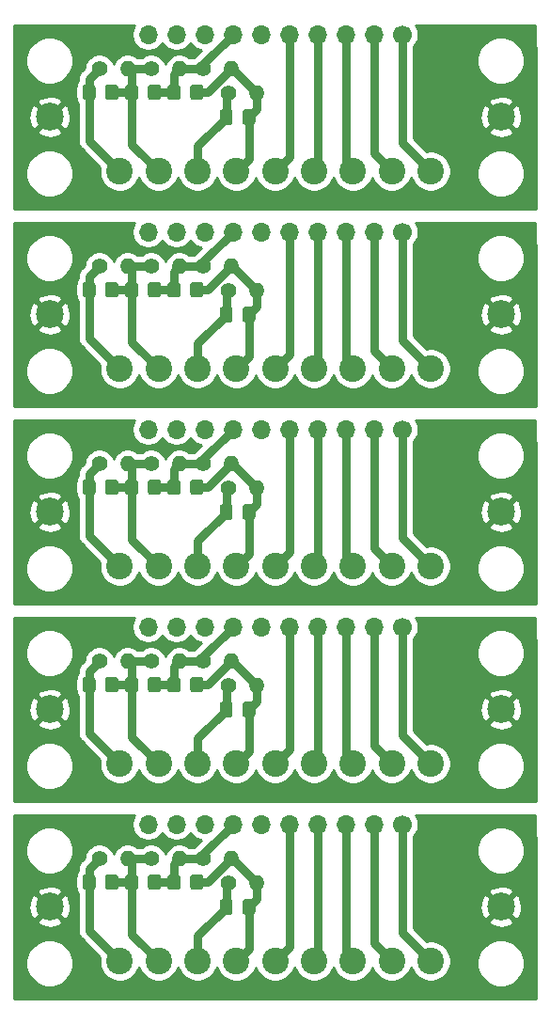
<source format=gbr>
G04 #@! TF.GenerationSoftware,KiCad,Pcbnew,5.1.5-52549c5~86~ubuntu18.04.1*
G04 #@! TF.CreationDate,2020-09-30T17:29:46-05:00*
G04 #@! TF.ProjectId,,58585858-5858-4585-9858-585858585858,rev?*
G04 #@! TF.SameCoordinates,Original*
G04 #@! TF.FileFunction,Copper,L1,Top*
G04 #@! TF.FilePolarity,Positive*
%FSLAX46Y46*%
G04 Gerber Fmt 4.6, Leading zero omitted, Abs format (unit mm)*
G04 Created by KiCad (PCBNEW 5.1.5-52549c5~86~ubuntu18.04.1) date 2020-09-30 17:29:46*
%MOMM*%
%LPD*%
G04 APERTURE LIST*
%ADD10C,1.400000*%
%ADD11O,1.400000X1.400000*%
%ADD12C,2.400000*%
%ADD13C,1.700000*%
%ADD14O,1.700000X1.700000*%
%ADD15C,2.499360*%
%ADD16C,0.100000*%
%ADD17C,0.750000*%
%ADD18C,0.254000*%
G04 APERTURE END LIST*
D10*
X121920000Y-108813600D03*
D11*
X124460000Y-108813600D03*
D10*
X121920000Y-91033600D03*
D11*
X124460000Y-91033600D03*
D10*
X121920000Y-73253600D03*
D11*
X124460000Y-73253600D03*
D10*
X121920000Y-55473600D03*
D11*
X124460000Y-55473600D03*
D12*
X112121200Y-115824000D03*
X115621200Y-115824000D03*
X119121200Y-115824000D03*
X122621200Y-115824000D03*
X126121200Y-115824000D03*
X129621200Y-115824000D03*
X133121200Y-115824000D03*
X136621200Y-115824000D03*
X140121200Y-115824000D03*
X112121200Y-98044000D03*
X115621200Y-98044000D03*
X119121200Y-98044000D03*
X122621200Y-98044000D03*
X126121200Y-98044000D03*
X129621200Y-98044000D03*
X133121200Y-98044000D03*
X136621200Y-98044000D03*
X140121200Y-98044000D03*
X112121200Y-80264000D03*
X115621200Y-80264000D03*
X119121200Y-80264000D03*
X122621200Y-80264000D03*
X126121200Y-80264000D03*
X129621200Y-80264000D03*
X133121200Y-80264000D03*
X136621200Y-80264000D03*
X140121200Y-80264000D03*
X112121200Y-62484000D03*
X115621200Y-62484000D03*
X119121200Y-62484000D03*
X122621200Y-62484000D03*
X126121200Y-62484000D03*
X129621200Y-62484000D03*
X133121200Y-62484000D03*
X136621200Y-62484000D03*
X140121200Y-62484000D03*
D13*
X137551200Y-103505000D03*
D14*
X135011200Y-103505000D03*
X132471200Y-103505000D03*
X129931200Y-103505000D03*
X127391200Y-103505000D03*
X124851200Y-103505000D03*
X122311200Y-103505000D03*
X119771200Y-103505000D03*
X117231200Y-103505000D03*
X114691200Y-103505000D03*
D13*
X137551200Y-85725000D03*
D14*
X135011200Y-85725000D03*
X132471200Y-85725000D03*
X129931200Y-85725000D03*
X127391200Y-85725000D03*
X124851200Y-85725000D03*
X122311200Y-85725000D03*
X119771200Y-85725000D03*
X117231200Y-85725000D03*
X114691200Y-85725000D03*
D13*
X137551200Y-67945000D03*
D14*
X135011200Y-67945000D03*
X132471200Y-67945000D03*
X129931200Y-67945000D03*
X127391200Y-67945000D03*
X124851200Y-67945000D03*
X122311200Y-67945000D03*
X119771200Y-67945000D03*
X117231200Y-67945000D03*
X114691200Y-67945000D03*
D13*
X137551200Y-50165000D03*
D14*
X135011200Y-50165000D03*
X132471200Y-50165000D03*
X129931200Y-50165000D03*
X127391200Y-50165000D03*
X124851200Y-50165000D03*
X122311200Y-50165000D03*
X119771200Y-50165000D03*
X117231200Y-50165000D03*
X114691200Y-50165000D03*
D15*
X146441200Y-110932000D03*
X146441200Y-93152000D03*
X146441200Y-75372000D03*
X146441200Y-57592000D03*
X105801200Y-110932000D03*
X105801200Y-93152000D03*
X105801200Y-75372000D03*
X105801200Y-57592000D03*
G04 #@! TA.AperFunction,SMDPad,CuDef*
D16*
G36*
X117358305Y-108013204D02*
G01*
X117382573Y-108016804D01*
X117406372Y-108022765D01*
X117429471Y-108031030D01*
X117451650Y-108041520D01*
X117472693Y-108054132D01*
X117492399Y-108068747D01*
X117510577Y-108085223D01*
X117527053Y-108103401D01*
X117541668Y-108123107D01*
X117554280Y-108144150D01*
X117564770Y-108166329D01*
X117573035Y-108189428D01*
X117578996Y-108213227D01*
X117582596Y-108237495D01*
X117583800Y-108261999D01*
X117583800Y-109162001D01*
X117582596Y-109186505D01*
X117578996Y-109210773D01*
X117573035Y-109234572D01*
X117564770Y-109257671D01*
X117554280Y-109279850D01*
X117541668Y-109300893D01*
X117527053Y-109320599D01*
X117510577Y-109338777D01*
X117492399Y-109355253D01*
X117472693Y-109369868D01*
X117451650Y-109382480D01*
X117429471Y-109392970D01*
X117406372Y-109401235D01*
X117382573Y-109407196D01*
X117358305Y-109410796D01*
X117333801Y-109412000D01*
X116683799Y-109412000D01*
X116659295Y-109410796D01*
X116635027Y-109407196D01*
X116611228Y-109401235D01*
X116588129Y-109392970D01*
X116565950Y-109382480D01*
X116544907Y-109369868D01*
X116525201Y-109355253D01*
X116507023Y-109338777D01*
X116490547Y-109320599D01*
X116475932Y-109300893D01*
X116463320Y-109279850D01*
X116452830Y-109257671D01*
X116444565Y-109234572D01*
X116438604Y-109210773D01*
X116435004Y-109186505D01*
X116433800Y-109162001D01*
X116433800Y-108261999D01*
X116435004Y-108237495D01*
X116438604Y-108213227D01*
X116444565Y-108189428D01*
X116452830Y-108166329D01*
X116463320Y-108144150D01*
X116475932Y-108123107D01*
X116490547Y-108103401D01*
X116507023Y-108085223D01*
X116525201Y-108068747D01*
X116544907Y-108054132D01*
X116565950Y-108041520D01*
X116588129Y-108031030D01*
X116611228Y-108022765D01*
X116635027Y-108016804D01*
X116659295Y-108013204D01*
X116683799Y-108012000D01*
X117333801Y-108012000D01*
X117358305Y-108013204D01*
G37*
G04 #@! TD.AperFunction*
G04 #@! TA.AperFunction,SMDPad,CuDef*
G36*
X119408305Y-108013204D02*
G01*
X119432573Y-108016804D01*
X119456372Y-108022765D01*
X119479471Y-108031030D01*
X119501650Y-108041520D01*
X119522693Y-108054132D01*
X119542399Y-108068747D01*
X119560577Y-108085223D01*
X119577053Y-108103401D01*
X119591668Y-108123107D01*
X119604280Y-108144150D01*
X119614770Y-108166329D01*
X119623035Y-108189428D01*
X119628996Y-108213227D01*
X119632596Y-108237495D01*
X119633800Y-108261999D01*
X119633800Y-109162001D01*
X119632596Y-109186505D01*
X119628996Y-109210773D01*
X119623035Y-109234572D01*
X119614770Y-109257671D01*
X119604280Y-109279850D01*
X119591668Y-109300893D01*
X119577053Y-109320599D01*
X119560577Y-109338777D01*
X119542399Y-109355253D01*
X119522693Y-109369868D01*
X119501650Y-109382480D01*
X119479471Y-109392970D01*
X119456372Y-109401235D01*
X119432573Y-109407196D01*
X119408305Y-109410796D01*
X119383801Y-109412000D01*
X118733799Y-109412000D01*
X118709295Y-109410796D01*
X118685027Y-109407196D01*
X118661228Y-109401235D01*
X118638129Y-109392970D01*
X118615950Y-109382480D01*
X118594907Y-109369868D01*
X118575201Y-109355253D01*
X118557023Y-109338777D01*
X118540547Y-109320599D01*
X118525932Y-109300893D01*
X118513320Y-109279850D01*
X118502830Y-109257671D01*
X118494565Y-109234572D01*
X118488604Y-109210773D01*
X118485004Y-109186505D01*
X118483800Y-109162001D01*
X118483800Y-108261999D01*
X118485004Y-108237495D01*
X118488604Y-108213227D01*
X118494565Y-108189428D01*
X118502830Y-108166329D01*
X118513320Y-108144150D01*
X118525932Y-108123107D01*
X118540547Y-108103401D01*
X118557023Y-108085223D01*
X118575201Y-108068747D01*
X118594907Y-108054132D01*
X118615950Y-108041520D01*
X118638129Y-108031030D01*
X118661228Y-108022765D01*
X118685027Y-108016804D01*
X118709295Y-108013204D01*
X118733799Y-108012000D01*
X119383801Y-108012000D01*
X119408305Y-108013204D01*
G37*
G04 #@! TD.AperFunction*
G04 #@! TA.AperFunction,SMDPad,CuDef*
G36*
X117358305Y-90233204D02*
G01*
X117382573Y-90236804D01*
X117406372Y-90242765D01*
X117429471Y-90251030D01*
X117451650Y-90261520D01*
X117472693Y-90274132D01*
X117492399Y-90288747D01*
X117510577Y-90305223D01*
X117527053Y-90323401D01*
X117541668Y-90343107D01*
X117554280Y-90364150D01*
X117564770Y-90386329D01*
X117573035Y-90409428D01*
X117578996Y-90433227D01*
X117582596Y-90457495D01*
X117583800Y-90481999D01*
X117583800Y-91382001D01*
X117582596Y-91406505D01*
X117578996Y-91430773D01*
X117573035Y-91454572D01*
X117564770Y-91477671D01*
X117554280Y-91499850D01*
X117541668Y-91520893D01*
X117527053Y-91540599D01*
X117510577Y-91558777D01*
X117492399Y-91575253D01*
X117472693Y-91589868D01*
X117451650Y-91602480D01*
X117429471Y-91612970D01*
X117406372Y-91621235D01*
X117382573Y-91627196D01*
X117358305Y-91630796D01*
X117333801Y-91632000D01*
X116683799Y-91632000D01*
X116659295Y-91630796D01*
X116635027Y-91627196D01*
X116611228Y-91621235D01*
X116588129Y-91612970D01*
X116565950Y-91602480D01*
X116544907Y-91589868D01*
X116525201Y-91575253D01*
X116507023Y-91558777D01*
X116490547Y-91540599D01*
X116475932Y-91520893D01*
X116463320Y-91499850D01*
X116452830Y-91477671D01*
X116444565Y-91454572D01*
X116438604Y-91430773D01*
X116435004Y-91406505D01*
X116433800Y-91382001D01*
X116433800Y-90481999D01*
X116435004Y-90457495D01*
X116438604Y-90433227D01*
X116444565Y-90409428D01*
X116452830Y-90386329D01*
X116463320Y-90364150D01*
X116475932Y-90343107D01*
X116490547Y-90323401D01*
X116507023Y-90305223D01*
X116525201Y-90288747D01*
X116544907Y-90274132D01*
X116565950Y-90261520D01*
X116588129Y-90251030D01*
X116611228Y-90242765D01*
X116635027Y-90236804D01*
X116659295Y-90233204D01*
X116683799Y-90232000D01*
X117333801Y-90232000D01*
X117358305Y-90233204D01*
G37*
G04 #@! TD.AperFunction*
G04 #@! TA.AperFunction,SMDPad,CuDef*
G36*
X119408305Y-90233204D02*
G01*
X119432573Y-90236804D01*
X119456372Y-90242765D01*
X119479471Y-90251030D01*
X119501650Y-90261520D01*
X119522693Y-90274132D01*
X119542399Y-90288747D01*
X119560577Y-90305223D01*
X119577053Y-90323401D01*
X119591668Y-90343107D01*
X119604280Y-90364150D01*
X119614770Y-90386329D01*
X119623035Y-90409428D01*
X119628996Y-90433227D01*
X119632596Y-90457495D01*
X119633800Y-90481999D01*
X119633800Y-91382001D01*
X119632596Y-91406505D01*
X119628996Y-91430773D01*
X119623035Y-91454572D01*
X119614770Y-91477671D01*
X119604280Y-91499850D01*
X119591668Y-91520893D01*
X119577053Y-91540599D01*
X119560577Y-91558777D01*
X119542399Y-91575253D01*
X119522693Y-91589868D01*
X119501650Y-91602480D01*
X119479471Y-91612970D01*
X119456372Y-91621235D01*
X119432573Y-91627196D01*
X119408305Y-91630796D01*
X119383801Y-91632000D01*
X118733799Y-91632000D01*
X118709295Y-91630796D01*
X118685027Y-91627196D01*
X118661228Y-91621235D01*
X118638129Y-91612970D01*
X118615950Y-91602480D01*
X118594907Y-91589868D01*
X118575201Y-91575253D01*
X118557023Y-91558777D01*
X118540547Y-91540599D01*
X118525932Y-91520893D01*
X118513320Y-91499850D01*
X118502830Y-91477671D01*
X118494565Y-91454572D01*
X118488604Y-91430773D01*
X118485004Y-91406505D01*
X118483800Y-91382001D01*
X118483800Y-90481999D01*
X118485004Y-90457495D01*
X118488604Y-90433227D01*
X118494565Y-90409428D01*
X118502830Y-90386329D01*
X118513320Y-90364150D01*
X118525932Y-90343107D01*
X118540547Y-90323401D01*
X118557023Y-90305223D01*
X118575201Y-90288747D01*
X118594907Y-90274132D01*
X118615950Y-90261520D01*
X118638129Y-90251030D01*
X118661228Y-90242765D01*
X118685027Y-90236804D01*
X118709295Y-90233204D01*
X118733799Y-90232000D01*
X119383801Y-90232000D01*
X119408305Y-90233204D01*
G37*
G04 #@! TD.AperFunction*
G04 #@! TA.AperFunction,SMDPad,CuDef*
G36*
X117358305Y-72453204D02*
G01*
X117382573Y-72456804D01*
X117406372Y-72462765D01*
X117429471Y-72471030D01*
X117451650Y-72481520D01*
X117472693Y-72494132D01*
X117492399Y-72508747D01*
X117510577Y-72525223D01*
X117527053Y-72543401D01*
X117541668Y-72563107D01*
X117554280Y-72584150D01*
X117564770Y-72606329D01*
X117573035Y-72629428D01*
X117578996Y-72653227D01*
X117582596Y-72677495D01*
X117583800Y-72701999D01*
X117583800Y-73602001D01*
X117582596Y-73626505D01*
X117578996Y-73650773D01*
X117573035Y-73674572D01*
X117564770Y-73697671D01*
X117554280Y-73719850D01*
X117541668Y-73740893D01*
X117527053Y-73760599D01*
X117510577Y-73778777D01*
X117492399Y-73795253D01*
X117472693Y-73809868D01*
X117451650Y-73822480D01*
X117429471Y-73832970D01*
X117406372Y-73841235D01*
X117382573Y-73847196D01*
X117358305Y-73850796D01*
X117333801Y-73852000D01*
X116683799Y-73852000D01*
X116659295Y-73850796D01*
X116635027Y-73847196D01*
X116611228Y-73841235D01*
X116588129Y-73832970D01*
X116565950Y-73822480D01*
X116544907Y-73809868D01*
X116525201Y-73795253D01*
X116507023Y-73778777D01*
X116490547Y-73760599D01*
X116475932Y-73740893D01*
X116463320Y-73719850D01*
X116452830Y-73697671D01*
X116444565Y-73674572D01*
X116438604Y-73650773D01*
X116435004Y-73626505D01*
X116433800Y-73602001D01*
X116433800Y-72701999D01*
X116435004Y-72677495D01*
X116438604Y-72653227D01*
X116444565Y-72629428D01*
X116452830Y-72606329D01*
X116463320Y-72584150D01*
X116475932Y-72563107D01*
X116490547Y-72543401D01*
X116507023Y-72525223D01*
X116525201Y-72508747D01*
X116544907Y-72494132D01*
X116565950Y-72481520D01*
X116588129Y-72471030D01*
X116611228Y-72462765D01*
X116635027Y-72456804D01*
X116659295Y-72453204D01*
X116683799Y-72452000D01*
X117333801Y-72452000D01*
X117358305Y-72453204D01*
G37*
G04 #@! TD.AperFunction*
G04 #@! TA.AperFunction,SMDPad,CuDef*
G36*
X119408305Y-72453204D02*
G01*
X119432573Y-72456804D01*
X119456372Y-72462765D01*
X119479471Y-72471030D01*
X119501650Y-72481520D01*
X119522693Y-72494132D01*
X119542399Y-72508747D01*
X119560577Y-72525223D01*
X119577053Y-72543401D01*
X119591668Y-72563107D01*
X119604280Y-72584150D01*
X119614770Y-72606329D01*
X119623035Y-72629428D01*
X119628996Y-72653227D01*
X119632596Y-72677495D01*
X119633800Y-72701999D01*
X119633800Y-73602001D01*
X119632596Y-73626505D01*
X119628996Y-73650773D01*
X119623035Y-73674572D01*
X119614770Y-73697671D01*
X119604280Y-73719850D01*
X119591668Y-73740893D01*
X119577053Y-73760599D01*
X119560577Y-73778777D01*
X119542399Y-73795253D01*
X119522693Y-73809868D01*
X119501650Y-73822480D01*
X119479471Y-73832970D01*
X119456372Y-73841235D01*
X119432573Y-73847196D01*
X119408305Y-73850796D01*
X119383801Y-73852000D01*
X118733799Y-73852000D01*
X118709295Y-73850796D01*
X118685027Y-73847196D01*
X118661228Y-73841235D01*
X118638129Y-73832970D01*
X118615950Y-73822480D01*
X118594907Y-73809868D01*
X118575201Y-73795253D01*
X118557023Y-73778777D01*
X118540547Y-73760599D01*
X118525932Y-73740893D01*
X118513320Y-73719850D01*
X118502830Y-73697671D01*
X118494565Y-73674572D01*
X118488604Y-73650773D01*
X118485004Y-73626505D01*
X118483800Y-73602001D01*
X118483800Y-72701999D01*
X118485004Y-72677495D01*
X118488604Y-72653227D01*
X118494565Y-72629428D01*
X118502830Y-72606329D01*
X118513320Y-72584150D01*
X118525932Y-72563107D01*
X118540547Y-72543401D01*
X118557023Y-72525223D01*
X118575201Y-72508747D01*
X118594907Y-72494132D01*
X118615950Y-72481520D01*
X118638129Y-72471030D01*
X118661228Y-72462765D01*
X118685027Y-72456804D01*
X118709295Y-72453204D01*
X118733799Y-72452000D01*
X119383801Y-72452000D01*
X119408305Y-72453204D01*
G37*
G04 #@! TD.AperFunction*
G04 #@! TA.AperFunction,SMDPad,CuDef*
G36*
X117358305Y-54673204D02*
G01*
X117382573Y-54676804D01*
X117406372Y-54682765D01*
X117429471Y-54691030D01*
X117451650Y-54701520D01*
X117472693Y-54714132D01*
X117492399Y-54728747D01*
X117510577Y-54745223D01*
X117527053Y-54763401D01*
X117541668Y-54783107D01*
X117554280Y-54804150D01*
X117564770Y-54826329D01*
X117573035Y-54849428D01*
X117578996Y-54873227D01*
X117582596Y-54897495D01*
X117583800Y-54921999D01*
X117583800Y-55822001D01*
X117582596Y-55846505D01*
X117578996Y-55870773D01*
X117573035Y-55894572D01*
X117564770Y-55917671D01*
X117554280Y-55939850D01*
X117541668Y-55960893D01*
X117527053Y-55980599D01*
X117510577Y-55998777D01*
X117492399Y-56015253D01*
X117472693Y-56029868D01*
X117451650Y-56042480D01*
X117429471Y-56052970D01*
X117406372Y-56061235D01*
X117382573Y-56067196D01*
X117358305Y-56070796D01*
X117333801Y-56072000D01*
X116683799Y-56072000D01*
X116659295Y-56070796D01*
X116635027Y-56067196D01*
X116611228Y-56061235D01*
X116588129Y-56052970D01*
X116565950Y-56042480D01*
X116544907Y-56029868D01*
X116525201Y-56015253D01*
X116507023Y-55998777D01*
X116490547Y-55980599D01*
X116475932Y-55960893D01*
X116463320Y-55939850D01*
X116452830Y-55917671D01*
X116444565Y-55894572D01*
X116438604Y-55870773D01*
X116435004Y-55846505D01*
X116433800Y-55822001D01*
X116433800Y-54921999D01*
X116435004Y-54897495D01*
X116438604Y-54873227D01*
X116444565Y-54849428D01*
X116452830Y-54826329D01*
X116463320Y-54804150D01*
X116475932Y-54783107D01*
X116490547Y-54763401D01*
X116507023Y-54745223D01*
X116525201Y-54728747D01*
X116544907Y-54714132D01*
X116565950Y-54701520D01*
X116588129Y-54691030D01*
X116611228Y-54682765D01*
X116635027Y-54676804D01*
X116659295Y-54673204D01*
X116683799Y-54672000D01*
X117333801Y-54672000D01*
X117358305Y-54673204D01*
G37*
G04 #@! TD.AperFunction*
G04 #@! TA.AperFunction,SMDPad,CuDef*
G36*
X119408305Y-54673204D02*
G01*
X119432573Y-54676804D01*
X119456372Y-54682765D01*
X119479471Y-54691030D01*
X119501650Y-54701520D01*
X119522693Y-54714132D01*
X119542399Y-54728747D01*
X119560577Y-54745223D01*
X119577053Y-54763401D01*
X119591668Y-54783107D01*
X119604280Y-54804150D01*
X119614770Y-54826329D01*
X119623035Y-54849428D01*
X119628996Y-54873227D01*
X119632596Y-54897495D01*
X119633800Y-54921999D01*
X119633800Y-55822001D01*
X119632596Y-55846505D01*
X119628996Y-55870773D01*
X119623035Y-55894572D01*
X119614770Y-55917671D01*
X119604280Y-55939850D01*
X119591668Y-55960893D01*
X119577053Y-55980599D01*
X119560577Y-55998777D01*
X119542399Y-56015253D01*
X119522693Y-56029868D01*
X119501650Y-56042480D01*
X119479471Y-56052970D01*
X119456372Y-56061235D01*
X119432573Y-56067196D01*
X119408305Y-56070796D01*
X119383801Y-56072000D01*
X118733799Y-56072000D01*
X118709295Y-56070796D01*
X118685027Y-56067196D01*
X118661228Y-56061235D01*
X118638129Y-56052970D01*
X118615950Y-56042480D01*
X118594907Y-56029868D01*
X118575201Y-56015253D01*
X118557023Y-55998777D01*
X118540547Y-55980599D01*
X118525932Y-55960893D01*
X118513320Y-55939850D01*
X118502830Y-55917671D01*
X118494565Y-55894572D01*
X118488604Y-55870773D01*
X118485004Y-55846505D01*
X118483800Y-55822001D01*
X118483800Y-54921999D01*
X118485004Y-54897495D01*
X118488604Y-54873227D01*
X118494565Y-54849428D01*
X118502830Y-54826329D01*
X118513320Y-54804150D01*
X118525932Y-54783107D01*
X118540547Y-54763401D01*
X118557023Y-54745223D01*
X118575201Y-54728747D01*
X118594907Y-54714132D01*
X118615950Y-54701520D01*
X118638129Y-54691030D01*
X118661228Y-54682765D01*
X118685027Y-54676804D01*
X118709295Y-54673204D01*
X118733799Y-54672000D01*
X119383801Y-54672000D01*
X119408305Y-54673204D01*
G37*
G04 #@! TD.AperFunction*
G04 #@! TA.AperFunction,SMDPad,CuDef*
G36*
X113548305Y-108013204D02*
G01*
X113572573Y-108016804D01*
X113596372Y-108022765D01*
X113619471Y-108031030D01*
X113641650Y-108041520D01*
X113662693Y-108054132D01*
X113682399Y-108068747D01*
X113700577Y-108085223D01*
X113717053Y-108103401D01*
X113731668Y-108123107D01*
X113744280Y-108144150D01*
X113754770Y-108166329D01*
X113763035Y-108189428D01*
X113768996Y-108213227D01*
X113772596Y-108237495D01*
X113773800Y-108261999D01*
X113773800Y-109162001D01*
X113772596Y-109186505D01*
X113768996Y-109210773D01*
X113763035Y-109234572D01*
X113754770Y-109257671D01*
X113744280Y-109279850D01*
X113731668Y-109300893D01*
X113717053Y-109320599D01*
X113700577Y-109338777D01*
X113682399Y-109355253D01*
X113662693Y-109369868D01*
X113641650Y-109382480D01*
X113619471Y-109392970D01*
X113596372Y-109401235D01*
X113572573Y-109407196D01*
X113548305Y-109410796D01*
X113523801Y-109412000D01*
X112873799Y-109412000D01*
X112849295Y-109410796D01*
X112825027Y-109407196D01*
X112801228Y-109401235D01*
X112778129Y-109392970D01*
X112755950Y-109382480D01*
X112734907Y-109369868D01*
X112715201Y-109355253D01*
X112697023Y-109338777D01*
X112680547Y-109320599D01*
X112665932Y-109300893D01*
X112653320Y-109279850D01*
X112642830Y-109257671D01*
X112634565Y-109234572D01*
X112628604Y-109210773D01*
X112625004Y-109186505D01*
X112623800Y-109162001D01*
X112623800Y-108261999D01*
X112625004Y-108237495D01*
X112628604Y-108213227D01*
X112634565Y-108189428D01*
X112642830Y-108166329D01*
X112653320Y-108144150D01*
X112665932Y-108123107D01*
X112680547Y-108103401D01*
X112697023Y-108085223D01*
X112715201Y-108068747D01*
X112734907Y-108054132D01*
X112755950Y-108041520D01*
X112778129Y-108031030D01*
X112801228Y-108022765D01*
X112825027Y-108016804D01*
X112849295Y-108013204D01*
X112873799Y-108012000D01*
X113523801Y-108012000D01*
X113548305Y-108013204D01*
G37*
G04 #@! TD.AperFunction*
G04 #@! TA.AperFunction,SMDPad,CuDef*
G36*
X115598305Y-108013204D02*
G01*
X115622573Y-108016804D01*
X115646372Y-108022765D01*
X115669471Y-108031030D01*
X115691650Y-108041520D01*
X115712693Y-108054132D01*
X115732399Y-108068747D01*
X115750577Y-108085223D01*
X115767053Y-108103401D01*
X115781668Y-108123107D01*
X115794280Y-108144150D01*
X115804770Y-108166329D01*
X115813035Y-108189428D01*
X115818996Y-108213227D01*
X115822596Y-108237495D01*
X115823800Y-108261999D01*
X115823800Y-109162001D01*
X115822596Y-109186505D01*
X115818996Y-109210773D01*
X115813035Y-109234572D01*
X115804770Y-109257671D01*
X115794280Y-109279850D01*
X115781668Y-109300893D01*
X115767053Y-109320599D01*
X115750577Y-109338777D01*
X115732399Y-109355253D01*
X115712693Y-109369868D01*
X115691650Y-109382480D01*
X115669471Y-109392970D01*
X115646372Y-109401235D01*
X115622573Y-109407196D01*
X115598305Y-109410796D01*
X115573801Y-109412000D01*
X114923799Y-109412000D01*
X114899295Y-109410796D01*
X114875027Y-109407196D01*
X114851228Y-109401235D01*
X114828129Y-109392970D01*
X114805950Y-109382480D01*
X114784907Y-109369868D01*
X114765201Y-109355253D01*
X114747023Y-109338777D01*
X114730547Y-109320599D01*
X114715932Y-109300893D01*
X114703320Y-109279850D01*
X114692830Y-109257671D01*
X114684565Y-109234572D01*
X114678604Y-109210773D01*
X114675004Y-109186505D01*
X114673800Y-109162001D01*
X114673800Y-108261999D01*
X114675004Y-108237495D01*
X114678604Y-108213227D01*
X114684565Y-108189428D01*
X114692830Y-108166329D01*
X114703320Y-108144150D01*
X114715932Y-108123107D01*
X114730547Y-108103401D01*
X114747023Y-108085223D01*
X114765201Y-108068747D01*
X114784907Y-108054132D01*
X114805950Y-108041520D01*
X114828129Y-108031030D01*
X114851228Y-108022765D01*
X114875027Y-108016804D01*
X114899295Y-108013204D01*
X114923799Y-108012000D01*
X115573801Y-108012000D01*
X115598305Y-108013204D01*
G37*
G04 #@! TD.AperFunction*
G04 #@! TA.AperFunction,SMDPad,CuDef*
G36*
X113548305Y-90233204D02*
G01*
X113572573Y-90236804D01*
X113596372Y-90242765D01*
X113619471Y-90251030D01*
X113641650Y-90261520D01*
X113662693Y-90274132D01*
X113682399Y-90288747D01*
X113700577Y-90305223D01*
X113717053Y-90323401D01*
X113731668Y-90343107D01*
X113744280Y-90364150D01*
X113754770Y-90386329D01*
X113763035Y-90409428D01*
X113768996Y-90433227D01*
X113772596Y-90457495D01*
X113773800Y-90481999D01*
X113773800Y-91382001D01*
X113772596Y-91406505D01*
X113768996Y-91430773D01*
X113763035Y-91454572D01*
X113754770Y-91477671D01*
X113744280Y-91499850D01*
X113731668Y-91520893D01*
X113717053Y-91540599D01*
X113700577Y-91558777D01*
X113682399Y-91575253D01*
X113662693Y-91589868D01*
X113641650Y-91602480D01*
X113619471Y-91612970D01*
X113596372Y-91621235D01*
X113572573Y-91627196D01*
X113548305Y-91630796D01*
X113523801Y-91632000D01*
X112873799Y-91632000D01*
X112849295Y-91630796D01*
X112825027Y-91627196D01*
X112801228Y-91621235D01*
X112778129Y-91612970D01*
X112755950Y-91602480D01*
X112734907Y-91589868D01*
X112715201Y-91575253D01*
X112697023Y-91558777D01*
X112680547Y-91540599D01*
X112665932Y-91520893D01*
X112653320Y-91499850D01*
X112642830Y-91477671D01*
X112634565Y-91454572D01*
X112628604Y-91430773D01*
X112625004Y-91406505D01*
X112623800Y-91382001D01*
X112623800Y-90481999D01*
X112625004Y-90457495D01*
X112628604Y-90433227D01*
X112634565Y-90409428D01*
X112642830Y-90386329D01*
X112653320Y-90364150D01*
X112665932Y-90343107D01*
X112680547Y-90323401D01*
X112697023Y-90305223D01*
X112715201Y-90288747D01*
X112734907Y-90274132D01*
X112755950Y-90261520D01*
X112778129Y-90251030D01*
X112801228Y-90242765D01*
X112825027Y-90236804D01*
X112849295Y-90233204D01*
X112873799Y-90232000D01*
X113523801Y-90232000D01*
X113548305Y-90233204D01*
G37*
G04 #@! TD.AperFunction*
G04 #@! TA.AperFunction,SMDPad,CuDef*
G36*
X115598305Y-90233204D02*
G01*
X115622573Y-90236804D01*
X115646372Y-90242765D01*
X115669471Y-90251030D01*
X115691650Y-90261520D01*
X115712693Y-90274132D01*
X115732399Y-90288747D01*
X115750577Y-90305223D01*
X115767053Y-90323401D01*
X115781668Y-90343107D01*
X115794280Y-90364150D01*
X115804770Y-90386329D01*
X115813035Y-90409428D01*
X115818996Y-90433227D01*
X115822596Y-90457495D01*
X115823800Y-90481999D01*
X115823800Y-91382001D01*
X115822596Y-91406505D01*
X115818996Y-91430773D01*
X115813035Y-91454572D01*
X115804770Y-91477671D01*
X115794280Y-91499850D01*
X115781668Y-91520893D01*
X115767053Y-91540599D01*
X115750577Y-91558777D01*
X115732399Y-91575253D01*
X115712693Y-91589868D01*
X115691650Y-91602480D01*
X115669471Y-91612970D01*
X115646372Y-91621235D01*
X115622573Y-91627196D01*
X115598305Y-91630796D01*
X115573801Y-91632000D01*
X114923799Y-91632000D01*
X114899295Y-91630796D01*
X114875027Y-91627196D01*
X114851228Y-91621235D01*
X114828129Y-91612970D01*
X114805950Y-91602480D01*
X114784907Y-91589868D01*
X114765201Y-91575253D01*
X114747023Y-91558777D01*
X114730547Y-91540599D01*
X114715932Y-91520893D01*
X114703320Y-91499850D01*
X114692830Y-91477671D01*
X114684565Y-91454572D01*
X114678604Y-91430773D01*
X114675004Y-91406505D01*
X114673800Y-91382001D01*
X114673800Y-90481999D01*
X114675004Y-90457495D01*
X114678604Y-90433227D01*
X114684565Y-90409428D01*
X114692830Y-90386329D01*
X114703320Y-90364150D01*
X114715932Y-90343107D01*
X114730547Y-90323401D01*
X114747023Y-90305223D01*
X114765201Y-90288747D01*
X114784907Y-90274132D01*
X114805950Y-90261520D01*
X114828129Y-90251030D01*
X114851228Y-90242765D01*
X114875027Y-90236804D01*
X114899295Y-90233204D01*
X114923799Y-90232000D01*
X115573801Y-90232000D01*
X115598305Y-90233204D01*
G37*
G04 #@! TD.AperFunction*
G04 #@! TA.AperFunction,SMDPad,CuDef*
G36*
X113548305Y-72453204D02*
G01*
X113572573Y-72456804D01*
X113596372Y-72462765D01*
X113619471Y-72471030D01*
X113641650Y-72481520D01*
X113662693Y-72494132D01*
X113682399Y-72508747D01*
X113700577Y-72525223D01*
X113717053Y-72543401D01*
X113731668Y-72563107D01*
X113744280Y-72584150D01*
X113754770Y-72606329D01*
X113763035Y-72629428D01*
X113768996Y-72653227D01*
X113772596Y-72677495D01*
X113773800Y-72701999D01*
X113773800Y-73602001D01*
X113772596Y-73626505D01*
X113768996Y-73650773D01*
X113763035Y-73674572D01*
X113754770Y-73697671D01*
X113744280Y-73719850D01*
X113731668Y-73740893D01*
X113717053Y-73760599D01*
X113700577Y-73778777D01*
X113682399Y-73795253D01*
X113662693Y-73809868D01*
X113641650Y-73822480D01*
X113619471Y-73832970D01*
X113596372Y-73841235D01*
X113572573Y-73847196D01*
X113548305Y-73850796D01*
X113523801Y-73852000D01*
X112873799Y-73852000D01*
X112849295Y-73850796D01*
X112825027Y-73847196D01*
X112801228Y-73841235D01*
X112778129Y-73832970D01*
X112755950Y-73822480D01*
X112734907Y-73809868D01*
X112715201Y-73795253D01*
X112697023Y-73778777D01*
X112680547Y-73760599D01*
X112665932Y-73740893D01*
X112653320Y-73719850D01*
X112642830Y-73697671D01*
X112634565Y-73674572D01*
X112628604Y-73650773D01*
X112625004Y-73626505D01*
X112623800Y-73602001D01*
X112623800Y-72701999D01*
X112625004Y-72677495D01*
X112628604Y-72653227D01*
X112634565Y-72629428D01*
X112642830Y-72606329D01*
X112653320Y-72584150D01*
X112665932Y-72563107D01*
X112680547Y-72543401D01*
X112697023Y-72525223D01*
X112715201Y-72508747D01*
X112734907Y-72494132D01*
X112755950Y-72481520D01*
X112778129Y-72471030D01*
X112801228Y-72462765D01*
X112825027Y-72456804D01*
X112849295Y-72453204D01*
X112873799Y-72452000D01*
X113523801Y-72452000D01*
X113548305Y-72453204D01*
G37*
G04 #@! TD.AperFunction*
G04 #@! TA.AperFunction,SMDPad,CuDef*
G36*
X115598305Y-72453204D02*
G01*
X115622573Y-72456804D01*
X115646372Y-72462765D01*
X115669471Y-72471030D01*
X115691650Y-72481520D01*
X115712693Y-72494132D01*
X115732399Y-72508747D01*
X115750577Y-72525223D01*
X115767053Y-72543401D01*
X115781668Y-72563107D01*
X115794280Y-72584150D01*
X115804770Y-72606329D01*
X115813035Y-72629428D01*
X115818996Y-72653227D01*
X115822596Y-72677495D01*
X115823800Y-72701999D01*
X115823800Y-73602001D01*
X115822596Y-73626505D01*
X115818996Y-73650773D01*
X115813035Y-73674572D01*
X115804770Y-73697671D01*
X115794280Y-73719850D01*
X115781668Y-73740893D01*
X115767053Y-73760599D01*
X115750577Y-73778777D01*
X115732399Y-73795253D01*
X115712693Y-73809868D01*
X115691650Y-73822480D01*
X115669471Y-73832970D01*
X115646372Y-73841235D01*
X115622573Y-73847196D01*
X115598305Y-73850796D01*
X115573801Y-73852000D01*
X114923799Y-73852000D01*
X114899295Y-73850796D01*
X114875027Y-73847196D01*
X114851228Y-73841235D01*
X114828129Y-73832970D01*
X114805950Y-73822480D01*
X114784907Y-73809868D01*
X114765201Y-73795253D01*
X114747023Y-73778777D01*
X114730547Y-73760599D01*
X114715932Y-73740893D01*
X114703320Y-73719850D01*
X114692830Y-73697671D01*
X114684565Y-73674572D01*
X114678604Y-73650773D01*
X114675004Y-73626505D01*
X114673800Y-73602001D01*
X114673800Y-72701999D01*
X114675004Y-72677495D01*
X114678604Y-72653227D01*
X114684565Y-72629428D01*
X114692830Y-72606329D01*
X114703320Y-72584150D01*
X114715932Y-72563107D01*
X114730547Y-72543401D01*
X114747023Y-72525223D01*
X114765201Y-72508747D01*
X114784907Y-72494132D01*
X114805950Y-72481520D01*
X114828129Y-72471030D01*
X114851228Y-72462765D01*
X114875027Y-72456804D01*
X114899295Y-72453204D01*
X114923799Y-72452000D01*
X115573801Y-72452000D01*
X115598305Y-72453204D01*
G37*
G04 #@! TD.AperFunction*
G04 #@! TA.AperFunction,SMDPad,CuDef*
G36*
X113548305Y-54673204D02*
G01*
X113572573Y-54676804D01*
X113596372Y-54682765D01*
X113619471Y-54691030D01*
X113641650Y-54701520D01*
X113662693Y-54714132D01*
X113682399Y-54728747D01*
X113700577Y-54745223D01*
X113717053Y-54763401D01*
X113731668Y-54783107D01*
X113744280Y-54804150D01*
X113754770Y-54826329D01*
X113763035Y-54849428D01*
X113768996Y-54873227D01*
X113772596Y-54897495D01*
X113773800Y-54921999D01*
X113773800Y-55822001D01*
X113772596Y-55846505D01*
X113768996Y-55870773D01*
X113763035Y-55894572D01*
X113754770Y-55917671D01*
X113744280Y-55939850D01*
X113731668Y-55960893D01*
X113717053Y-55980599D01*
X113700577Y-55998777D01*
X113682399Y-56015253D01*
X113662693Y-56029868D01*
X113641650Y-56042480D01*
X113619471Y-56052970D01*
X113596372Y-56061235D01*
X113572573Y-56067196D01*
X113548305Y-56070796D01*
X113523801Y-56072000D01*
X112873799Y-56072000D01*
X112849295Y-56070796D01*
X112825027Y-56067196D01*
X112801228Y-56061235D01*
X112778129Y-56052970D01*
X112755950Y-56042480D01*
X112734907Y-56029868D01*
X112715201Y-56015253D01*
X112697023Y-55998777D01*
X112680547Y-55980599D01*
X112665932Y-55960893D01*
X112653320Y-55939850D01*
X112642830Y-55917671D01*
X112634565Y-55894572D01*
X112628604Y-55870773D01*
X112625004Y-55846505D01*
X112623800Y-55822001D01*
X112623800Y-54921999D01*
X112625004Y-54897495D01*
X112628604Y-54873227D01*
X112634565Y-54849428D01*
X112642830Y-54826329D01*
X112653320Y-54804150D01*
X112665932Y-54783107D01*
X112680547Y-54763401D01*
X112697023Y-54745223D01*
X112715201Y-54728747D01*
X112734907Y-54714132D01*
X112755950Y-54701520D01*
X112778129Y-54691030D01*
X112801228Y-54682765D01*
X112825027Y-54676804D01*
X112849295Y-54673204D01*
X112873799Y-54672000D01*
X113523801Y-54672000D01*
X113548305Y-54673204D01*
G37*
G04 #@! TD.AperFunction*
G04 #@! TA.AperFunction,SMDPad,CuDef*
G36*
X115598305Y-54673204D02*
G01*
X115622573Y-54676804D01*
X115646372Y-54682765D01*
X115669471Y-54691030D01*
X115691650Y-54701520D01*
X115712693Y-54714132D01*
X115732399Y-54728747D01*
X115750577Y-54745223D01*
X115767053Y-54763401D01*
X115781668Y-54783107D01*
X115794280Y-54804150D01*
X115804770Y-54826329D01*
X115813035Y-54849428D01*
X115818996Y-54873227D01*
X115822596Y-54897495D01*
X115823800Y-54921999D01*
X115823800Y-55822001D01*
X115822596Y-55846505D01*
X115818996Y-55870773D01*
X115813035Y-55894572D01*
X115804770Y-55917671D01*
X115794280Y-55939850D01*
X115781668Y-55960893D01*
X115767053Y-55980599D01*
X115750577Y-55998777D01*
X115732399Y-56015253D01*
X115712693Y-56029868D01*
X115691650Y-56042480D01*
X115669471Y-56052970D01*
X115646372Y-56061235D01*
X115622573Y-56067196D01*
X115598305Y-56070796D01*
X115573801Y-56072000D01*
X114923799Y-56072000D01*
X114899295Y-56070796D01*
X114875027Y-56067196D01*
X114851228Y-56061235D01*
X114828129Y-56052970D01*
X114805950Y-56042480D01*
X114784907Y-56029868D01*
X114765201Y-56015253D01*
X114747023Y-55998777D01*
X114730547Y-55980599D01*
X114715932Y-55960893D01*
X114703320Y-55939850D01*
X114692830Y-55917671D01*
X114684565Y-55894572D01*
X114678604Y-55870773D01*
X114675004Y-55846505D01*
X114673800Y-55822001D01*
X114673800Y-54921999D01*
X114675004Y-54897495D01*
X114678604Y-54873227D01*
X114684565Y-54849428D01*
X114692830Y-54826329D01*
X114703320Y-54804150D01*
X114715932Y-54783107D01*
X114730547Y-54763401D01*
X114747023Y-54745223D01*
X114765201Y-54728747D01*
X114784907Y-54714132D01*
X114805950Y-54701520D01*
X114828129Y-54691030D01*
X114851228Y-54682765D01*
X114875027Y-54676804D01*
X114899295Y-54673204D01*
X114923799Y-54672000D01*
X115573801Y-54672000D01*
X115598305Y-54673204D01*
G37*
G04 #@! TD.AperFunction*
D10*
X110286800Y-106578400D03*
D11*
X112826800Y-106578400D03*
D10*
X110286800Y-88798400D03*
D11*
X112826800Y-88798400D03*
D10*
X110286800Y-71018400D03*
D11*
X112826800Y-71018400D03*
D10*
X110286800Y-53238400D03*
D11*
X112826800Y-53238400D03*
G04 #@! TA.AperFunction,SMDPad,CuDef*
D16*
G36*
X122057305Y-110248404D02*
G01*
X122081573Y-110252004D01*
X122105372Y-110257965D01*
X122128471Y-110266230D01*
X122150650Y-110276720D01*
X122171693Y-110289332D01*
X122191399Y-110303947D01*
X122209577Y-110320423D01*
X122226053Y-110338601D01*
X122240668Y-110358307D01*
X122253280Y-110379350D01*
X122263770Y-110401529D01*
X122272035Y-110424628D01*
X122277996Y-110448427D01*
X122281596Y-110472695D01*
X122282800Y-110497199D01*
X122282800Y-111397201D01*
X122281596Y-111421705D01*
X122277996Y-111445973D01*
X122272035Y-111469772D01*
X122263770Y-111492871D01*
X122253280Y-111515050D01*
X122240668Y-111536093D01*
X122226053Y-111555799D01*
X122209577Y-111573977D01*
X122191399Y-111590453D01*
X122171693Y-111605068D01*
X122150650Y-111617680D01*
X122128471Y-111628170D01*
X122105372Y-111636435D01*
X122081573Y-111642396D01*
X122057305Y-111645996D01*
X122032801Y-111647200D01*
X121382799Y-111647200D01*
X121358295Y-111645996D01*
X121334027Y-111642396D01*
X121310228Y-111636435D01*
X121287129Y-111628170D01*
X121264950Y-111617680D01*
X121243907Y-111605068D01*
X121224201Y-111590453D01*
X121206023Y-111573977D01*
X121189547Y-111555799D01*
X121174932Y-111536093D01*
X121162320Y-111515050D01*
X121151830Y-111492871D01*
X121143565Y-111469772D01*
X121137604Y-111445973D01*
X121134004Y-111421705D01*
X121132800Y-111397201D01*
X121132800Y-110497199D01*
X121134004Y-110472695D01*
X121137604Y-110448427D01*
X121143565Y-110424628D01*
X121151830Y-110401529D01*
X121162320Y-110379350D01*
X121174932Y-110358307D01*
X121189547Y-110338601D01*
X121206023Y-110320423D01*
X121224201Y-110303947D01*
X121243907Y-110289332D01*
X121264950Y-110276720D01*
X121287129Y-110266230D01*
X121310228Y-110257965D01*
X121334027Y-110252004D01*
X121358295Y-110248404D01*
X121382799Y-110247200D01*
X122032801Y-110247200D01*
X122057305Y-110248404D01*
G37*
G04 #@! TD.AperFunction*
G04 #@! TA.AperFunction,SMDPad,CuDef*
G36*
X124107305Y-110248404D02*
G01*
X124131573Y-110252004D01*
X124155372Y-110257965D01*
X124178471Y-110266230D01*
X124200650Y-110276720D01*
X124221693Y-110289332D01*
X124241399Y-110303947D01*
X124259577Y-110320423D01*
X124276053Y-110338601D01*
X124290668Y-110358307D01*
X124303280Y-110379350D01*
X124313770Y-110401529D01*
X124322035Y-110424628D01*
X124327996Y-110448427D01*
X124331596Y-110472695D01*
X124332800Y-110497199D01*
X124332800Y-111397201D01*
X124331596Y-111421705D01*
X124327996Y-111445973D01*
X124322035Y-111469772D01*
X124313770Y-111492871D01*
X124303280Y-111515050D01*
X124290668Y-111536093D01*
X124276053Y-111555799D01*
X124259577Y-111573977D01*
X124241399Y-111590453D01*
X124221693Y-111605068D01*
X124200650Y-111617680D01*
X124178471Y-111628170D01*
X124155372Y-111636435D01*
X124131573Y-111642396D01*
X124107305Y-111645996D01*
X124082801Y-111647200D01*
X123432799Y-111647200D01*
X123408295Y-111645996D01*
X123384027Y-111642396D01*
X123360228Y-111636435D01*
X123337129Y-111628170D01*
X123314950Y-111617680D01*
X123293907Y-111605068D01*
X123274201Y-111590453D01*
X123256023Y-111573977D01*
X123239547Y-111555799D01*
X123224932Y-111536093D01*
X123212320Y-111515050D01*
X123201830Y-111492871D01*
X123193565Y-111469772D01*
X123187604Y-111445973D01*
X123184004Y-111421705D01*
X123182800Y-111397201D01*
X123182800Y-110497199D01*
X123184004Y-110472695D01*
X123187604Y-110448427D01*
X123193565Y-110424628D01*
X123201830Y-110401529D01*
X123212320Y-110379350D01*
X123224932Y-110358307D01*
X123239547Y-110338601D01*
X123256023Y-110320423D01*
X123274201Y-110303947D01*
X123293907Y-110289332D01*
X123314950Y-110276720D01*
X123337129Y-110266230D01*
X123360228Y-110257965D01*
X123384027Y-110252004D01*
X123408295Y-110248404D01*
X123432799Y-110247200D01*
X124082801Y-110247200D01*
X124107305Y-110248404D01*
G37*
G04 #@! TD.AperFunction*
G04 #@! TA.AperFunction,SMDPad,CuDef*
G36*
X122057305Y-92468404D02*
G01*
X122081573Y-92472004D01*
X122105372Y-92477965D01*
X122128471Y-92486230D01*
X122150650Y-92496720D01*
X122171693Y-92509332D01*
X122191399Y-92523947D01*
X122209577Y-92540423D01*
X122226053Y-92558601D01*
X122240668Y-92578307D01*
X122253280Y-92599350D01*
X122263770Y-92621529D01*
X122272035Y-92644628D01*
X122277996Y-92668427D01*
X122281596Y-92692695D01*
X122282800Y-92717199D01*
X122282800Y-93617201D01*
X122281596Y-93641705D01*
X122277996Y-93665973D01*
X122272035Y-93689772D01*
X122263770Y-93712871D01*
X122253280Y-93735050D01*
X122240668Y-93756093D01*
X122226053Y-93775799D01*
X122209577Y-93793977D01*
X122191399Y-93810453D01*
X122171693Y-93825068D01*
X122150650Y-93837680D01*
X122128471Y-93848170D01*
X122105372Y-93856435D01*
X122081573Y-93862396D01*
X122057305Y-93865996D01*
X122032801Y-93867200D01*
X121382799Y-93867200D01*
X121358295Y-93865996D01*
X121334027Y-93862396D01*
X121310228Y-93856435D01*
X121287129Y-93848170D01*
X121264950Y-93837680D01*
X121243907Y-93825068D01*
X121224201Y-93810453D01*
X121206023Y-93793977D01*
X121189547Y-93775799D01*
X121174932Y-93756093D01*
X121162320Y-93735050D01*
X121151830Y-93712871D01*
X121143565Y-93689772D01*
X121137604Y-93665973D01*
X121134004Y-93641705D01*
X121132800Y-93617201D01*
X121132800Y-92717199D01*
X121134004Y-92692695D01*
X121137604Y-92668427D01*
X121143565Y-92644628D01*
X121151830Y-92621529D01*
X121162320Y-92599350D01*
X121174932Y-92578307D01*
X121189547Y-92558601D01*
X121206023Y-92540423D01*
X121224201Y-92523947D01*
X121243907Y-92509332D01*
X121264950Y-92496720D01*
X121287129Y-92486230D01*
X121310228Y-92477965D01*
X121334027Y-92472004D01*
X121358295Y-92468404D01*
X121382799Y-92467200D01*
X122032801Y-92467200D01*
X122057305Y-92468404D01*
G37*
G04 #@! TD.AperFunction*
G04 #@! TA.AperFunction,SMDPad,CuDef*
G36*
X124107305Y-92468404D02*
G01*
X124131573Y-92472004D01*
X124155372Y-92477965D01*
X124178471Y-92486230D01*
X124200650Y-92496720D01*
X124221693Y-92509332D01*
X124241399Y-92523947D01*
X124259577Y-92540423D01*
X124276053Y-92558601D01*
X124290668Y-92578307D01*
X124303280Y-92599350D01*
X124313770Y-92621529D01*
X124322035Y-92644628D01*
X124327996Y-92668427D01*
X124331596Y-92692695D01*
X124332800Y-92717199D01*
X124332800Y-93617201D01*
X124331596Y-93641705D01*
X124327996Y-93665973D01*
X124322035Y-93689772D01*
X124313770Y-93712871D01*
X124303280Y-93735050D01*
X124290668Y-93756093D01*
X124276053Y-93775799D01*
X124259577Y-93793977D01*
X124241399Y-93810453D01*
X124221693Y-93825068D01*
X124200650Y-93837680D01*
X124178471Y-93848170D01*
X124155372Y-93856435D01*
X124131573Y-93862396D01*
X124107305Y-93865996D01*
X124082801Y-93867200D01*
X123432799Y-93867200D01*
X123408295Y-93865996D01*
X123384027Y-93862396D01*
X123360228Y-93856435D01*
X123337129Y-93848170D01*
X123314950Y-93837680D01*
X123293907Y-93825068D01*
X123274201Y-93810453D01*
X123256023Y-93793977D01*
X123239547Y-93775799D01*
X123224932Y-93756093D01*
X123212320Y-93735050D01*
X123201830Y-93712871D01*
X123193565Y-93689772D01*
X123187604Y-93665973D01*
X123184004Y-93641705D01*
X123182800Y-93617201D01*
X123182800Y-92717199D01*
X123184004Y-92692695D01*
X123187604Y-92668427D01*
X123193565Y-92644628D01*
X123201830Y-92621529D01*
X123212320Y-92599350D01*
X123224932Y-92578307D01*
X123239547Y-92558601D01*
X123256023Y-92540423D01*
X123274201Y-92523947D01*
X123293907Y-92509332D01*
X123314950Y-92496720D01*
X123337129Y-92486230D01*
X123360228Y-92477965D01*
X123384027Y-92472004D01*
X123408295Y-92468404D01*
X123432799Y-92467200D01*
X124082801Y-92467200D01*
X124107305Y-92468404D01*
G37*
G04 #@! TD.AperFunction*
G04 #@! TA.AperFunction,SMDPad,CuDef*
G36*
X122057305Y-74688404D02*
G01*
X122081573Y-74692004D01*
X122105372Y-74697965D01*
X122128471Y-74706230D01*
X122150650Y-74716720D01*
X122171693Y-74729332D01*
X122191399Y-74743947D01*
X122209577Y-74760423D01*
X122226053Y-74778601D01*
X122240668Y-74798307D01*
X122253280Y-74819350D01*
X122263770Y-74841529D01*
X122272035Y-74864628D01*
X122277996Y-74888427D01*
X122281596Y-74912695D01*
X122282800Y-74937199D01*
X122282800Y-75837201D01*
X122281596Y-75861705D01*
X122277996Y-75885973D01*
X122272035Y-75909772D01*
X122263770Y-75932871D01*
X122253280Y-75955050D01*
X122240668Y-75976093D01*
X122226053Y-75995799D01*
X122209577Y-76013977D01*
X122191399Y-76030453D01*
X122171693Y-76045068D01*
X122150650Y-76057680D01*
X122128471Y-76068170D01*
X122105372Y-76076435D01*
X122081573Y-76082396D01*
X122057305Y-76085996D01*
X122032801Y-76087200D01*
X121382799Y-76087200D01*
X121358295Y-76085996D01*
X121334027Y-76082396D01*
X121310228Y-76076435D01*
X121287129Y-76068170D01*
X121264950Y-76057680D01*
X121243907Y-76045068D01*
X121224201Y-76030453D01*
X121206023Y-76013977D01*
X121189547Y-75995799D01*
X121174932Y-75976093D01*
X121162320Y-75955050D01*
X121151830Y-75932871D01*
X121143565Y-75909772D01*
X121137604Y-75885973D01*
X121134004Y-75861705D01*
X121132800Y-75837201D01*
X121132800Y-74937199D01*
X121134004Y-74912695D01*
X121137604Y-74888427D01*
X121143565Y-74864628D01*
X121151830Y-74841529D01*
X121162320Y-74819350D01*
X121174932Y-74798307D01*
X121189547Y-74778601D01*
X121206023Y-74760423D01*
X121224201Y-74743947D01*
X121243907Y-74729332D01*
X121264950Y-74716720D01*
X121287129Y-74706230D01*
X121310228Y-74697965D01*
X121334027Y-74692004D01*
X121358295Y-74688404D01*
X121382799Y-74687200D01*
X122032801Y-74687200D01*
X122057305Y-74688404D01*
G37*
G04 #@! TD.AperFunction*
G04 #@! TA.AperFunction,SMDPad,CuDef*
G36*
X124107305Y-74688404D02*
G01*
X124131573Y-74692004D01*
X124155372Y-74697965D01*
X124178471Y-74706230D01*
X124200650Y-74716720D01*
X124221693Y-74729332D01*
X124241399Y-74743947D01*
X124259577Y-74760423D01*
X124276053Y-74778601D01*
X124290668Y-74798307D01*
X124303280Y-74819350D01*
X124313770Y-74841529D01*
X124322035Y-74864628D01*
X124327996Y-74888427D01*
X124331596Y-74912695D01*
X124332800Y-74937199D01*
X124332800Y-75837201D01*
X124331596Y-75861705D01*
X124327996Y-75885973D01*
X124322035Y-75909772D01*
X124313770Y-75932871D01*
X124303280Y-75955050D01*
X124290668Y-75976093D01*
X124276053Y-75995799D01*
X124259577Y-76013977D01*
X124241399Y-76030453D01*
X124221693Y-76045068D01*
X124200650Y-76057680D01*
X124178471Y-76068170D01*
X124155372Y-76076435D01*
X124131573Y-76082396D01*
X124107305Y-76085996D01*
X124082801Y-76087200D01*
X123432799Y-76087200D01*
X123408295Y-76085996D01*
X123384027Y-76082396D01*
X123360228Y-76076435D01*
X123337129Y-76068170D01*
X123314950Y-76057680D01*
X123293907Y-76045068D01*
X123274201Y-76030453D01*
X123256023Y-76013977D01*
X123239547Y-75995799D01*
X123224932Y-75976093D01*
X123212320Y-75955050D01*
X123201830Y-75932871D01*
X123193565Y-75909772D01*
X123187604Y-75885973D01*
X123184004Y-75861705D01*
X123182800Y-75837201D01*
X123182800Y-74937199D01*
X123184004Y-74912695D01*
X123187604Y-74888427D01*
X123193565Y-74864628D01*
X123201830Y-74841529D01*
X123212320Y-74819350D01*
X123224932Y-74798307D01*
X123239547Y-74778601D01*
X123256023Y-74760423D01*
X123274201Y-74743947D01*
X123293907Y-74729332D01*
X123314950Y-74716720D01*
X123337129Y-74706230D01*
X123360228Y-74697965D01*
X123384027Y-74692004D01*
X123408295Y-74688404D01*
X123432799Y-74687200D01*
X124082801Y-74687200D01*
X124107305Y-74688404D01*
G37*
G04 #@! TD.AperFunction*
G04 #@! TA.AperFunction,SMDPad,CuDef*
G36*
X122057305Y-56908404D02*
G01*
X122081573Y-56912004D01*
X122105372Y-56917965D01*
X122128471Y-56926230D01*
X122150650Y-56936720D01*
X122171693Y-56949332D01*
X122191399Y-56963947D01*
X122209577Y-56980423D01*
X122226053Y-56998601D01*
X122240668Y-57018307D01*
X122253280Y-57039350D01*
X122263770Y-57061529D01*
X122272035Y-57084628D01*
X122277996Y-57108427D01*
X122281596Y-57132695D01*
X122282800Y-57157199D01*
X122282800Y-58057201D01*
X122281596Y-58081705D01*
X122277996Y-58105973D01*
X122272035Y-58129772D01*
X122263770Y-58152871D01*
X122253280Y-58175050D01*
X122240668Y-58196093D01*
X122226053Y-58215799D01*
X122209577Y-58233977D01*
X122191399Y-58250453D01*
X122171693Y-58265068D01*
X122150650Y-58277680D01*
X122128471Y-58288170D01*
X122105372Y-58296435D01*
X122081573Y-58302396D01*
X122057305Y-58305996D01*
X122032801Y-58307200D01*
X121382799Y-58307200D01*
X121358295Y-58305996D01*
X121334027Y-58302396D01*
X121310228Y-58296435D01*
X121287129Y-58288170D01*
X121264950Y-58277680D01*
X121243907Y-58265068D01*
X121224201Y-58250453D01*
X121206023Y-58233977D01*
X121189547Y-58215799D01*
X121174932Y-58196093D01*
X121162320Y-58175050D01*
X121151830Y-58152871D01*
X121143565Y-58129772D01*
X121137604Y-58105973D01*
X121134004Y-58081705D01*
X121132800Y-58057201D01*
X121132800Y-57157199D01*
X121134004Y-57132695D01*
X121137604Y-57108427D01*
X121143565Y-57084628D01*
X121151830Y-57061529D01*
X121162320Y-57039350D01*
X121174932Y-57018307D01*
X121189547Y-56998601D01*
X121206023Y-56980423D01*
X121224201Y-56963947D01*
X121243907Y-56949332D01*
X121264950Y-56936720D01*
X121287129Y-56926230D01*
X121310228Y-56917965D01*
X121334027Y-56912004D01*
X121358295Y-56908404D01*
X121382799Y-56907200D01*
X122032801Y-56907200D01*
X122057305Y-56908404D01*
G37*
G04 #@! TD.AperFunction*
G04 #@! TA.AperFunction,SMDPad,CuDef*
G36*
X124107305Y-56908404D02*
G01*
X124131573Y-56912004D01*
X124155372Y-56917965D01*
X124178471Y-56926230D01*
X124200650Y-56936720D01*
X124221693Y-56949332D01*
X124241399Y-56963947D01*
X124259577Y-56980423D01*
X124276053Y-56998601D01*
X124290668Y-57018307D01*
X124303280Y-57039350D01*
X124313770Y-57061529D01*
X124322035Y-57084628D01*
X124327996Y-57108427D01*
X124331596Y-57132695D01*
X124332800Y-57157199D01*
X124332800Y-58057201D01*
X124331596Y-58081705D01*
X124327996Y-58105973D01*
X124322035Y-58129772D01*
X124313770Y-58152871D01*
X124303280Y-58175050D01*
X124290668Y-58196093D01*
X124276053Y-58215799D01*
X124259577Y-58233977D01*
X124241399Y-58250453D01*
X124221693Y-58265068D01*
X124200650Y-58277680D01*
X124178471Y-58288170D01*
X124155372Y-58296435D01*
X124131573Y-58302396D01*
X124107305Y-58305996D01*
X124082801Y-58307200D01*
X123432799Y-58307200D01*
X123408295Y-58305996D01*
X123384027Y-58302396D01*
X123360228Y-58296435D01*
X123337129Y-58288170D01*
X123314950Y-58277680D01*
X123293907Y-58265068D01*
X123274201Y-58250453D01*
X123256023Y-58233977D01*
X123239547Y-58215799D01*
X123224932Y-58196093D01*
X123212320Y-58175050D01*
X123201830Y-58152871D01*
X123193565Y-58129772D01*
X123187604Y-58105973D01*
X123184004Y-58081705D01*
X123182800Y-58057201D01*
X123182800Y-57157199D01*
X123184004Y-57132695D01*
X123187604Y-57108427D01*
X123193565Y-57084628D01*
X123201830Y-57061529D01*
X123212320Y-57039350D01*
X123224932Y-57018307D01*
X123239547Y-56998601D01*
X123256023Y-56980423D01*
X123274201Y-56963947D01*
X123293907Y-56949332D01*
X123314950Y-56936720D01*
X123337129Y-56926230D01*
X123360228Y-56917965D01*
X123384027Y-56912004D01*
X123408295Y-56908404D01*
X123432799Y-56907200D01*
X124082801Y-56907200D01*
X124107305Y-56908404D01*
G37*
G04 #@! TD.AperFunction*
D10*
X114960400Y-106578400D03*
D11*
X117500400Y-106578400D03*
D10*
X114960400Y-88798400D03*
D11*
X117500400Y-88798400D03*
D10*
X114960400Y-71018400D03*
D11*
X117500400Y-71018400D03*
D10*
X114960400Y-53238400D03*
D11*
X117500400Y-53238400D03*
D10*
X119634000Y-106578400D03*
D11*
X122174000Y-106578400D03*
D10*
X119634000Y-88798400D03*
D11*
X122174000Y-88798400D03*
D10*
X119634000Y-71018400D03*
D11*
X122174000Y-71018400D03*
D10*
X119634000Y-53238400D03*
D11*
X122174000Y-53238400D03*
G04 #@! TA.AperFunction,SMDPad,CuDef*
D16*
G36*
X109712905Y-108013204D02*
G01*
X109737173Y-108016804D01*
X109760972Y-108022765D01*
X109784071Y-108031030D01*
X109806250Y-108041520D01*
X109827293Y-108054132D01*
X109846999Y-108068747D01*
X109865177Y-108085223D01*
X109881653Y-108103401D01*
X109896268Y-108123107D01*
X109908880Y-108144150D01*
X109919370Y-108166329D01*
X109927635Y-108189428D01*
X109933596Y-108213227D01*
X109937196Y-108237495D01*
X109938400Y-108261999D01*
X109938400Y-109162001D01*
X109937196Y-109186505D01*
X109933596Y-109210773D01*
X109927635Y-109234572D01*
X109919370Y-109257671D01*
X109908880Y-109279850D01*
X109896268Y-109300893D01*
X109881653Y-109320599D01*
X109865177Y-109338777D01*
X109846999Y-109355253D01*
X109827293Y-109369868D01*
X109806250Y-109382480D01*
X109784071Y-109392970D01*
X109760972Y-109401235D01*
X109737173Y-109407196D01*
X109712905Y-109410796D01*
X109688401Y-109412000D01*
X109038399Y-109412000D01*
X109013895Y-109410796D01*
X108989627Y-109407196D01*
X108965828Y-109401235D01*
X108942729Y-109392970D01*
X108920550Y-109382480D01*
X108899507Y-109369868D01*
X108879801Y-109355253D01*
X108861623Y-109338777D01*
X108845147Y-109320599D01*
X108830532Y-109300893D01*
X108817920Y-109279850D01*
X108807430Y-109257671D01*
X108799165Y-109234572D01*
X108793204Y-109210773D01*
X108789604Y-109186505D01*
X108788400Y-109162001D01*
X108788400Y-108261999D01*
X108789604Y-108237495D01*
X108793204Y-108213227D01*
X108799165Y-108189428D01*
X108807430Y-108166329D01*
X108817920Y-108144150D01*
X108830532Y-108123107D01*
X108845147Y-108103401D01*
X108861623Y-108085223D01*
X108879801Y-108068747D01*
X108899507Y-108054132D01*
X108920550Y-108041520D01*
X108942729Y-108031030D01*
X108965828Y-108022765D01*
X108989627Y-108016804D01*
X109013895Y-108013204D01*
X109038399Y-108012000D01*
X109688401Y-108012000D01*
X109712905Y-108013204D01*
G37*
G04 #@! TD.AperFunction*
G04 #@! TA.AperFunction,SMDPad,CuDef*
G36*
X111762905Y-108013204D02*
G01*
X111787173Y-108016804D01*
X111810972Y-108022765D01*
X111834071Y-108031030D01*
X111856250Y-108041520D01*
X111877293Y-108054132D01*
X111896999Y-108068747D01*
X111915177Y-108085223D01*
X111931653Y-108103401D01*
X111946268Y-108123107D01*
X111958880Y-108144150D01*
X111969370Y-108166329D01*
X111977635Y-108189428D01*
X111983596Y-108213227D01*
X111987196Y-108237495D01*
X111988400Y-108261999D01*
X111988400Y-109162001D01*
X111987196Y-109186505D01*
X111983596Y-109210773D01*
X111977635Y-109234572D01*
X111969370Y-109257671D01*
X111958880Y-109279850D01*
X111946268Y-109300893D01*
X111931653Y-109320599D01*
X111915177Y-109338777D01*
X111896999Y-109355253D01*
X111877293Y-109369868D01*
X111856250Y-109382480D01*
X111834071Y-109392970D01*
X111810972Y-109401235D01*
X111787173Y-109407196D01*
X111762905Y-109410796D01*
X111738401Y-109412000D01*
X111088399Y-109412000D01*
X111063895Y-109410796D01*
X111039627Y-109407196D01*
X111015828Y-109401235D01*
X110992729Y-109392970D01*
X110970550Y-109382480D01*
X110949507Y-109369868D01*
X110929801Y-109355253D01*
X110911623Y-109338777D01*
X110895147Y-109320599D01*
X110880532Y-109300893D01*
X110867920Y-109279850D01*
X110857430Y-109257671D01*
X110849165Y-109234572D01*
X110843204Y-109210773D01*
X110839604Y-109186505D01*
X110838400Y-109162001D01*
X110838400Y-108261999D01*
X110839604Y-108237495D01*
X110843204Y-108213227D01*
X110849165Y-108189428D01*
X110857430Y-108166329D01*
X110867920Y-108144150D01*
X110880532Y-108123107D01*
X110895147Y-108103401D01*
X110911623Y-108085223D01*
X110929801Y-108068747D01*
X110949507Y-108054132D01*
X110970550Y-108041520D01*
X110992729Y-108031030D01*
X111015828Y-108022765D01*
X111039627Y-108016804D01*
X111063895Y-108013204D01*
X111088399Y-108012000D01*
X111738401Y-108012000D01*
X111762905Y-108013204D01*
G37*
G04 #@! TD.AperFunction*
G04 #@! TA.AperFunction,SMDPad,CuDef*
G36*
X109712905Y-90233204D02*
G01*
X109737173Y-90236804D01*
X109760972Y-90242765D01*
X109784071Y-90251030D01*
X109806250Y-90261520D01*
X109827293Y-90274132D01*
X109846999Y-90288747D01*
X109865177Y-90305223D01*
X109881653Y-90323401D01*
X109896268Y-90343107D01*
X109908880Y-90364150D01*
X109919370Y-90386329D01*
X109927635Y-90409428D01*
X109933596Y-90433227D01*
X109937196Y-90457495D01*
X109938400Y-90481999D01*
X109938400Y-91382001D01*
X109937196Y-91406505D01*
X109933596Y-91430773D01*
X109927635Y-91454572D01*
X109919370Y-91477671D01*
X109908880Y-91499850D01*
X109896268Y-91520893D01*
X109881653Y-91540599D01*
X109865177Y-91558777D01*
X109846999Y-91575253D01*
X109827293Y-91589868D01*
X109806250Y-91602480D01*
X109784071Y-91612970D01*
X109760972Y-91621235D01*
X109737173Y-91627196D01*
X109712905Y-91630796D01*
X109688401Y-91632000D01*
X109038399Y-91632000D01*
X109013895Y-91630796D01*
X108989627Y-91627196D01*
X108965828Y-91621235D01*
X108942729Y-91612970D01*
X108920550Y-91602480D01*
X108899507Y-91589868D01*
X108879801Y-91575253D01*
X108861623Y-91558777D01*
X108845147Y-91540599D01*
X108830532Y-91520893D01*
X108817920Y-91499850D01*
X108807430Y-91477671D01*
X108799165Y-91454572D01*
X108793204Y-91430773D01*
X108789604Y-91406505D01*
X108788400Y-91382001D01*
X108788400Y-90481999D01*
X108789604Y-90457495D01*
X108793204Y-90433227D01*
X108799165Y-90409428D01*
X108807430Y-90386329D01*
X108817920Y-90364150D01*
X108830532Y-90343107D01*
X108845147Y-90323401D01*
X108861623Y-90305223D01*
X108879801Y-90288747D01*
X108899507Y-90274132D01*
X108920550Y-90261520D01*
X108942729Y-90251030D01*
X108965828Y-90242765D01*
X108989627Y-90236804D01*
X109013895Y-90233204D01*
X109038399Y-90232000D01*
X109688401Y-90232000D01*
X109712905Y-90233204D01*
G37*
G04 #@! TD.AperFunction*
G04 #@! TA.AperFunction,SMDPad,CuDef*
G36*
X111762905Y-90233204D02*
G01*
X111787173Y-90236804D01*
X111810972Y-90242765D01*
X111834071Y-90251030D01*
X111856250Y-90261520D01*
X111877293Y-90274132D01*
X111896999Y-90288747D01*
X111915177Y-90305223D01*
X111931653Y-90323401D01*
X111946268Y-90343107D01*
X111958880Y-90364150D01*
X111969370Y-90386329D01*
X111977635Y-90409428D01*
X111983596Y-90433227D01*
X111987196Y-90457495D01*
X111988400Y-90481999D01*
X111988400Y-91382001D01*
X111987196Y-91406505D01*
X111983596Y-91430773D01*
X111977635Y-91454572D01*
X111969370Y-91477671D01*
X111958880Y-91499850D01*
X111946268Y-91520893D01*
X111931653Y-91540599D01*
X111915177Y-91558777D01*
X111896999Y-91575253D01*
X111877293Y-91589868D01*
X111856250Y-91602480D01*
X111834071Y-91612970D01*
X111810972Y-91621235D01*
X111787173Y-91627196D01*
X111762905Y-91630796D01*
X111738401Y-91632000D01*
X111088399Y-91632000D01*
X111063895Y-91630796D01*
X111039627Y-91627196D01*
X111015828Y-91621235D01*
X110992729Y-91612970D01*
X110970550Y-91602480D01*
X110949507Y-91589868D01*
X110929801Y-91575253D01*
X110911623Y-91558777D01*
X110895147Y-91540599D01*
X110880532Y-91520893D01*
X110867920Y-91499850D01*
X110857430Y-91477671D01*
X110849165Y-91454572D01*
X110843204Y-91430773D01*
X110839604Y-91406505D01*
X110838400Y-91382001D01*
X110838400Y-90481999D01*
X110839604Y-90457495D01*
X110843204Y-90433227D01*
X110849165Y-90409428D01*
X110857430Y-90386329D01*
X110867920Y-90364150D01*
X110880532Y-90343107D01*
X110895147Y-90323401D01*
X110911623Y-90305223D01*
X110929801Y-90288747D01*
X110949507Y-90274132D01*
X110970550Y-90261520D01*
X110992729Y-90251030D01*
X111015828Y-90242765D01*
X111039627Y-90236804D01*
X111063895Y-90233204D01*
X111088399Y-90232000D01*
X111738401Y-90232000D01*
X111762905Y-90233204D01*
G37*
G04 #@! TD.AperFunction*
G04 #@! TA.AperFunction,SMDPad,CuDef*
G36*
X109712905Y-72453204D02*
G01*
X109737173Y-72456804D01*
X109760972Y-72462765D01*
X109784071Y-72471030D01*
X109806250Y-72481520D01*
X109827293Y-72494132D01*
X109846999Y-72508747D01*
X109865177Y-72525223D01*
X109881653Y-72543401D01*
X109896268Y-72563107D01*
X109908880Y-72584150D01*
X109919370Y-72606329D01*
X109927635Y-72629428D01*
X109933596Y-72653227D01*
X109937196Y-72677495D01*
X109938400Y-72701999D01*
X109938400Y-73602001D01*
X109937196Y-73626505D01*
X109933596Y-73650773D01*
X109927635Y-73674572D01*
X109919370Y-73697671D01*
X109908880Y-73719850D01*
X109896268Y-73740893D01*
X109881653Y-73760599D01*
X109865177Y-73778777D01*
X109846999Y-73795253D01*
X109827293Y-73809868D01*
X109806250Y-73822480D01*
X109784071Y-73832970D01*
X109760972Y-73841235D01*
X109737173Y-73847196D01*
X109712905Y-73850796D01*
X109688401Y-73852000D01*
X109038399Y-73852000D01*
X109013895Y-73850796D01*
X108989627Y-73847196D01*
X108965828Y-73841235D01*
X108942729Y-73832970D01*
X108920550Y-73822480D01*
X108899507Y-73809868D01*
X108879801Y-73795253D01*
X108861623Y-73778777D01*
X108845147Y-73760599D01*
X108830532Y-73740893D01*
X108817920Y-73719850D01*
X108807430Y-73697671D01*
X108799165Y-73674572D01*
X108793204Y-73650773D01*
X108789604Y-73626505D01*
X108788400Y-73602001D01*
X108788400Y-72701999D01*
X108789604Y-72677495D01*
X108793204Y-72653227D01*
X108799165Y-72629428D01*
X108807430Y-72606329D01*
X108817920Y-72584150D01*
X108830532Y-72563107D01*
X108845147Y-72543401D01*
X108861623Y-72525223D01*
X108879801Y-72508747D01*
X108899507Y-72494132D01*
X108920550Y-72481520D01*
X108942729Y-72471030D01*
X108965828Y-72462765D01*
X108989627Y-72456804D01*
X109013895Y-72453204D01*
X109038399Y-72452000D01*
X109688401Y-72452000D01*
X109712905Y-72453204D01*
G37*
G04 #@! TD.AperFunction*
G04 #@! TA.AperFunction,SMDPad,CuDef*
G36*
X111762905Y-72453204D02*
G01*
X111787173Y-72456804D01*
X111810972Y-72462765D01*
X111834071Y-72471030D01*
X111856250Y-72481520D01*
X111877293Y-72494132D01*
X111896999Y-72508747D01*
X111915177Y-72525223D01*
X111931653Y-72543401D01*
X111946268Y-72563107D01*
X111958880Y-72584150D01*
X111969370Y-72606329D01*
X111977635Y-72629428D01*
X111983596Y-72653227D01*
X111987196Y-72677495D01*
X111988400Y-72701999D01*
X111988400Y-73602001D01*
X111987196Y-73626505D01*
X111983596Y-73650773D01*
X111977635Y-73674572D01*
X111969370Y-73697671D01*
X111958880Y-73719850D01*
X111946268Y-73740893D01*
X111931653Y-73760599D01*
X111915177Y-73778777D01*
X111896999Y-73795253D01*
X111877293Y-73809868D01*
X111856250Y-73822480D01*
X111834071Y-73832970D01*
X111810972Y-73841235D01*
X111787173Y-73847196D01*
X111762905Y-73850796D01*
X111738401Y-73852000D01*
X111088399Y-73852000D01*
X111063895Y-73850796D01*
X111039627Y-73847196D01*
X111015828Y-73841235D01*
X110992729Y-73832970D01*
X110970550Y-73822480D01*
X110949507Y-73809868D01*
X110929801Y-73795253D01*
X110911623Y-73778777D01*
X110895147Y-73760599D01*
X110880532Y-73740893D01*
X110867920Y-73719850D01*
X110857430Y-73697671D01*
X110849165Y-73674572D01*
X110843204Y-73650773D01*
X110839604Y-73626505D01*
X110838400Y-73602001D01*
X110838400Y-72701999D01*
X110839604Y-72677495D01*
X110843204Y-72653227D01*
X110849165Y-72629428D01*
X110857430Y-72606329D01*
X110867920Y-72584150D01*
X110880532Y-72563107D01*
X110895147Y-72543401D01*
X110911623Y-72525223D01*
X110929801Y-72508747D01*
X110949507Y-72494132D01*
X110970550Y-72481520D01*
X110992729Y-72471030D01*
X111015828Y-72462765D01*
X111039627Y-72456804D01*
X111063895Y-72453204D01*
X111088399Y-72452000D01*
X111738401Y-72452000D01*
X111762905Y-72453204D01*
G37*
G04 #@! TD.AperFunction*
G04 #@! TA.AperFunction,SMDPad,CuDef*
G36*
X109712905Y-54673204D02*
G01*
X109737173Y-54676804D01*
X109760972Y-54682765D01*
X109784071Y-54691030D01*
X109806250Y-54701520D01*
X109827293Y-54714132D01*
X109846999Y-54728747D01*
X109865177Y-54745223D01*
X109881653Y-54763401D01*
X109896268Y-54783107D01*
X109908880Y-54804150D01*
X109919370Y-54826329D01*
X109927635Y-54849428D01*
X109933596Y-54873227D01*
X109937196Y-54897495D01*
X109938400Y-54921999D01*
X109938400Y-55822001D01*
X109937196Y-55846505D01*
X109933596Y-55870773D01*
X109927635Y-55894572D01*
X109919370Y-55917671D01*
X109908880Y-55939850D01*
X109896268Y-55960893D01*
X109881653Y-55980599D01*
X109865177Y-55998777D01*
X109846999Y-56015253D01*
X109827293Y-56029868D01*
X109806250Y-56042480D01*
X109784071Y-56052970D01*
X109760972Y-56061235D01*
X109737173Y-56067196D01*
X109712905Y-56070796D01*
X109688401Y-56072000D01*
X109038399Y-56072000D01*
X109013895Y-56070796D01*
X108989627Y-56067196D01*
X108965828Y-56061235D01*
X108942729Y-56052970D01*
X108920550Y-56042480D01*
X108899507Y-56029868D01*
X108879801Y-56015253D01*
X108861623Y-55998777D01*
X108845147Y-55980599D01*
X108830532Y-55960893D01*
X108817920Y-55939850D01*
X108807430Y-55917671D01*
X108799165Y-55894572D01*
X108793204Y-55870773D01*
X108789604Y-55846505D01*
X108788400Y-55822001D01*
X108788400Y-54921999D01*
X108789604Y-54897495D01*
X108793204Y-54873227D01*
X108799165Y-54849428D01*
X108807430Y-54826329D01*
X108817920Y-54804150D01*
X108830532Y-54783107D01*
X108845147Y-54763401D01*
X108861623Y-54745223D01*
X108879801Y-54728747D01*
X108899507Y-54714132D01*
X108920550Y-54701520D01*
X108942729Y-54691030D01*
X108965828Y-54682765D01*
X108989627Y-54676804D01*
X109013895Y-54673204D01*
X109038399Y-54672000D01*
X109688401Y-54672000D01*
X109712905Y-54673204D01*
G37*
G04 #@! TD.AperFunction*
G04 #@! TA.AperFunction,SMDPad,CuDef*
G36*
X111762905Y-54673204D02*
G01*
X111787173Y-54676804D01*
X111810972Y-54682765D01*
X111834071Y-54691030D01*
X111856250Y-54701520D01*
X111877293Y-54714132D01*
X111896999Y-54728747D01*
X111915177Y-54745223D01*
X111931653Y-54763401D01*
X111946268Y-54783107D01*
X111958880Y-54804150D01*
X111969370Y-54826329D01*
X111977635Y-54849428D01*
X111983596Y-54873227D01*
X111987196Y-54897495D01*
X111988400Y-54921999D01*
X111988400Y-55822001D01*
X111987196Y-55846505D01*
X111983596Y-55870773D01*
X111977635Y-55894572D01*
X111969370Y-55917671D01*
X111958880Y-55939850D01*
X111946268Y-55960893D01*
X111931653Y-55980599D01*
X111915177Y-55998777D01*
X111896999Y-56015253D01*
X111877293Y-56029868D01*
X111856250Y-56042480D01*
X111834071Y-56052970D01*
X111810972Y-56061235D01*
X111787173Y-56067196D01*
X111762905Y-56070796D01*
X111738401Y-56072000D01*
X111088399Y-56072000D01*
X111063895Y-56070796D01*
X111039627Y-56067196D01*
X111015828Y-56061235D01*
X110992729Y-56052970D01*
X110970550Y-56042480D01*
X110949507Y-56029868D01*
X110929801Y-56015253D01*
X110911623Y-55998777D01*
X110895147Y-55980599D01*
X110880532Y-55960893D01*
X110867920Y-55939850D01*
X110857430Y-55917671D01*
X110849165Y-55894572D01*
X110843204Y-55870773D01*
X110839604Y-55846505D01*
X110838400Y-55822001D01*
X110838400Y-54921999D01*
X110839604Y-54897495D01*
X110843204Y-54873227D01*
X110849165Y-54849428D01*
X110857430Y-54826329D01*
X110867920Y-54804150D01*
X110880532Y-54783107D01*
X110895147Y-54763401D01*
X110911623Y-54745223D01*
X110929801Y-54728747D01*
X110949507Y-54714132D01*
X110970550Y-54701520D01*
X110992729Y-54691030D01*
X111015828Y-54682765D01*
X111039627Y-54676804D01*
X111063895Y-54673204D01*
X111088399Y-54672000D01*
X111738401Y-54672000D01*
X111762905Y-54673204D01*
G37*
G04 #@! TD.AperFunction*
G04 #@! TA.AperFunction,SMDPad,CuDef*
G36*
X119408305Y-36893204D02*
G01*
X119432573Y-36896804D01*
X119456372Y-36902765D01*
X119479471Y-36911030D01*
X119501650Y-36921520D01*
X119522693Y-36934132D01*
X119542399Y-36948747D01*
X119560577Y-36965223D01*
X119577053Y-36983401D01*
X119591668Y-37003107D01*
X119604280Y-37024150D01*
X119614770Y-37046329D01*
X119623035Y-37069428D01*
X119628996Y-37093227D01*
X119632596Y-37117495D01*
X119633800Y-37141999D01*
X119633800Y-38042001D01*
X119632596Y-38066505D01*
X119628996Y-38090773D01*
X119623035Y-38114572D01*
X119614770Y-38137671D01*
X119604280Y-38159850D01*
X119591668Y-38180893D01*
X119577053Y-38200599D01*
X119560577Y-38218777D01*
X119542399Y-38235253D01*
X119522693Y-38249868D01*
X119501650Y-38262480D01*
X119479471Y-38272970D01*
X119456372Y-38281235D01*
X119432573Y-38287196D01*
X119408305Y-38290796D01*
X119383801Y-38292000D01*
X118733799Y-38292000D01*
X118709295Y-38290796D01*
X118685027Y-38287196D01*
X118661228Y-38281235D01*
X118638129Y-38272970D01*
X118615950Y-38262480D01*
X118594907Y-38249868D01*
X118575201Y-38235253D01*
X118557023Y-38218777D01*
X118540547Y-38200599D01*
X118525932Y-38180893D01*
X118513320Y-38159850D01*
X118502830Y-38137671D01*
X118494565Y-38114572D01*
X118488604Y-38090773D01*
X118485004Y-38066505D01*
X118483800Y-38042001D01*
X118483800Y-37141999D01*
X118485004Y-37117495D01*
X118488604Y-37093227D01*
X118494565Y-37069428D01*
X118502830Y-37046329D01*
X118513320Y-37024150D01*
X118525932Y-37003107D01*
X118540547Y-36983401D01*
X118557023Y-36965223D01*
X118575201Y-36948747D01*
X118594907Y-36934132D01*
X118615950Y-36921520D01*
X118638129Y-36911030D01*
X118661228Y-36902765D01*
X118685027Y-36896804D01*
X118709295Y-36893204D01*
X118733799Y-36892000D01*
X119383801Y-36892000D01*
X119408305Y-36893204D01*
G37*
G04 #@! TD.AperFunction*
G04 #@! TA.AperFunction,SMDPad,CuDef*
G36*
X117358305Y-36893204D02*
G01*
X117382573Y-36896804D01*
X117406372Y-36902765D01*
X117429471Y-36911030D01*
X117451650Y-36921520D01*
X117472693Y-36934132D01*
X117492399Y-36948747D01*
X117510577Y-36965223D01*
X117527053Y-36983401D01*
X117541668Y-37003107D01*
X117554280Y-37024150D01*
X117564770Y-37046329D01*
X117573035Y-37069428D01*
X117578996Y-37093227D01*
X117582596Y-37117495D01*
X117583800Y-37141999D01*
X117583800Y-38042001D01*
X117582596Y-38066505D01*
X117578996Y-38090773D01*
X117573035Y-38114572D01*
X117564770Y-38137671D01*
X117554280Y-38159850D01*
X117541668Y-38180893D01*
X117527053Y-38200599D01*
X117510577Y-38218777D01*
X117492399Y-38235253D01*
X117472693Y-38249868D01*
X117451650Y-38262480D01*
X117429471Y-38272970D01*
X117406372Y-38281235D01*
X117382573Y-38287196D01*
X117358305Y-38290796D01*
X117333801Y-38292000D01*
X116683799Y-38292000D01*
X116659295Y-38290796D01*
X116635027Y-38287196D01*
X116611228Y-38281235D01*
X116588129Y-38272970D01*
X116565950Y-38262480D01*
X116544907Y-38249868D01*
X116525201Y-38235253D01*
X116507023Y-38218777D01*
X116490547Y-38200599D01*
X116475932Y-38180893D01*
X116463320Y-38159850D01*
X116452830Y-38137671D01*
X116444565Y-38114572D01*
X116438604Y-38090773D01*
X116435004Y-38066505D01*
X116433800Y-38042001D01*
X116433800Y-37141999D01*
X116435004Y-37117495D01*
X116438604Y-37093227D01*
X116444565Y-37069428D01*
X116452830Y-37046329D01*
X116463320Y-37024150D01*
X116475932Y-37003107D01*
X116490547Y-36983401D01*
X116507023Y-36965223D01*
X116525201Y-36948747D01*
X116544907Y-36934132D01*
X116565950Y-36921520D01*
X116588129Y-36911030D01*
X116611228Y-36902765D01*
X116635027Y-36896804D01*
X116659295Y-36893204D01*
X116683799Y-36892000D01*
X117333801Y-36892000D01*
X117358305Y-36893204D01*
G37*
G04 #@! TD.AperFunction*
G04 #@! TA.AperFunction,SMDPad,CuDef*
G36*
X115598305Y-36893204D02*
G01*
X115622573Y-36896804D01*
X115646372Y-36902765D01*
X115669471Y-36911030D01*
X115691650Y-36921520D01*
X115712693Y-36934132D01*
X115732399Y-36948747D01*
X115750577Y-36965223D01*
X115767053Y-36983401D01*
X115781668Y-37003107D01*
X115794280Y-37024150D01*
X115804770Y-37046329D01*
X115813035Y-37069428D01*
X115818996Y-37093227D01*
X115822596Y-37117495D01*
X115823800Y-37141999D01*
X115823800Y-38042001D01*
X115822596Y-38066505D01*
X115818996Y-38090773D01*
X115813035Y-38114572D01*
X115804770Y-38137671D01*
X115794280Y-38159850D01*
X115781668Y-38180893D01*
X115767053Y-38200599D01*
X115750577Y-38218777D01*
X115732399Y-38235253D01*
X115712693Y-38249868D01*
X115691650Y-38262480D01*
X115669471Y-38272970D01*
X115646372Y-38281235D01*
X115622573Y-38287196D01*
X115598305Y-38290796D01*
X115573801Y-38292000D01*
X114923799Y-38292000D01*
X114899295Y-38290796D01*
X114875027Y-38287196D01*
X114851228Y-38281235D01*
X114828129Y-38272970D01*
X114805950Y-38262480D01*
X114784907Y-38249868D01*
X114765201Y-38235253D01*
X114747023Y-38218777D01*
X114730547Y-38200599D01*
X114715932Y-38180893D01*
X114703320Y-38159850D01*
X114692830Y-38137671D01*
X114684565Y-38114572D01*
X114678604Y-38090773D01*
X114675004Y-38066505D01*
X114673800Y-38042001D01*
X114673800Y-37141999D01*
X114675004Y-37117495D01*
X114678604Y-37093227D01*
X114684565Y-37069428D01*
X114692830Y-37046329D01*
X114703320Y-37024150D01*
X114715932Y-37003107D01*
X114730547Y-36983401D01*
X114747023Y-36965223D01*
X114765201Y-36948747D01*
X114784907Y-36934132D01*
X114805950Y-36921520D01*
X114828129Y-36911030D01*
X114851228Y-36902765D01*
X114875027Y-36896804D01*
X114899295Y-36893204D01*
X114923799Y-36892000D01*
X115573801Y-36892000D01*
X115598305Y-36893204D01*
G37*
G04 #@! TD.AperFunction*
G04 #@! TA.AperFunction,SMDPad,CuDef*
G36*
X113548305Y-36893204D02*
G01*
X113572573Y-36896804D01*
X113596372Y-36902765D01*
X113619471Y-36911030D01*
X113641650Y-36921520D01*
X113662693Y-36934132D01*
X113682399Y-36948747D01*
X113700577Y-36965223D01*
X113717053Y-36983401D01*
X113731668Y-37003107D01*
X113744280Y-37024150D01*
X113754770Y-37046329D01*
X113763035Y-37069428D01*
X113768996Y-37093227D01*
X113772596Y-37117495D01*
X113773800Y-37141999D01*
X113773800Y-38042001D01*
X113772596Y-38066505D01*
X113768996Y-38090773D01*
X113763035Y-38114572D01*
X113754770Y-38137671D01*
X113744280Y-38159850D01*
X113731668Y-38180893D01*
X113717053Y-38200599D01*
X113700577Y-38218777D01*
X113682399Y-38235253D01*
X113662693Y-38249868D01*
X113641650Y-38262480D01*
X113619471Y-38272970D01*
X113596372Y-38281235D01*
X113572573Y-38287196D01*
X113548305Y-38290796D01*
X113523801Y-38292000D01*
X112873799Y-38292000D01*
X112849295Y-38290796D01*
X112825027Y-38287196D01*
X112801228Y-38281235D01*
X112778129Y-38272970D01*
X112755950Y-38262480D01*
X112734907Y-38249868D01*
X112715201Y-38235253D01*
X112697023Y-38218777D01*
X112680547Y-38200599D01*
X112665932Y-38180893D01*
X112653320Y-38159850D01*
X112642830Y-38137671D01*
X112634565Y-38114572D01*
X112628604Y-38090773D01*
X112625004Y-38066505D01*
X112623800Y-38042001D01*
X112623800Y-37141999D01*
X112625004Y-37117495D01*
X112628604Y-37093227D01*
X112634565Y-37069428D01*
X112642830Y-37046329D01*
X112653320Y-37024150D01*
X112665932Y-37003107D01*
X112680547Y-36983401D01*
X112697023Y-36965223D01*
X112715201Y-36948747D01*
X112734907Y-36934132D01*
X112755950Y-36921520D01*
X112778129Y-36911030D01*
X112801228Y-36902765D01*
X112825027Y-36896804D01*
X112849295Y-36893204D01*
X112873799Y-36892000D01*
X113523801Y-36892000D01*
X113548305Y-36893204D01*
G37*
G04 #@! TD.AperFunction*
G04 #@! TA.AperFunction,SMDPad,CuDef*
G36*
X111762905Y-36893204D02*
G01*
X111787173Y-36896804D01*
X111810972Y-36902765D01*
X111834071Y-36911030D01*
X111856250Y-36921520D01*
X111877293Y-36934132D01*
X111896999Y-36948747D01*
X111915177Y-36965223D01*
X111931653Y-36983401D01*
X111946268Y-37003107D01*
X111958880Y-37024150D01*
X111969370Y-37046329D01*
X111977635Y-37069428D01*
X111983596Y-37093227D01*
X111987196Y-37117495D01*
X111988400Y-37141999D01*
X111988400Y-38042001D01*
X111987196Y-38066505D01*
X111983596Y-38090773D01*
X111977635Y-38114572D01*
X111969370Y-38137671D01*
X111958880Y-38159850D01*
X111946268Y-38180893D01*
X111931653Y-38200599D01*
X111915177Y-38218777D01*
X111896999Y-38235253D01*
X111877293Y-38249868D01*
X111856250Y-38262480D01*
X111834071Y-38272970D01*
X111810972Y-38281235D01*
X111787173Y-38287196D01*
X111762905Y-38290796D01*
X111738401Y-38292000D01*
X111088399Y-38292000D01*
X111063895Y-38290796D01*
X111039627Y-38287196D01*
X111015828Y-38281235D01*
X110992729Y-38272970D01*
X110970550Y-38262480D01*
X110949507Y-38249868D01*
X110929801Y-38235253D01*
X110911623Y-38218777D01*
X110895147Y-38200599D01*
X110880532Y-38180893D01*
X110867920Y-38159850D01*
X110857430Y-38137671D01*
X110849165Y-38114572D01*
X110843204Y-38090773D01*
X110839604Y-38066505D01*
X110838400Y-38042001D01*
X110838400Y-37141999D01*
X110839604Y-37117495D01*
X110843204Y-37093227D01*
X110849165Y-37069428D01*
X110857430Y-37046329D01*
X110867920Y-37024150D01*
X110880532Y-37003107D01*
X110895147Y-36983401D01*
X110911623Y-36965223D01*
X110929801Y-36948747D01*
X110949507Y-36934132D01*
X110970550Y-36921520D01*
X110992729Y-36911030D01*
X111015828Y-36902765D01*
X111039627Y-36896804D01*
X111063895Y-36893204D01*
X111088399Y-36892000D01*
X111738401Y-36892000D01*
X111762905Y-36893204D01*
G37*
G04 #@! TD.AperFunction*
G04 #@! TA.AperFunction,SMDPad,CuDef*
G36*
X109712905Y-36893204D02*
G01*
X109737173Y-36896804D01*
X109760972Y-36902765D01*
X109784071Y-36911030D01*
X109806250Y-36921520D01*
X109827293Y-36934132D01*
X109846999Y-36948747D01*
X109865177Y-36965223D01*
X109881653Y-36983401D01*
X109896268Y-37003107D01*
X109908880Y-37024150D01*
X109919370Y-37046329D01*
X109927635Y-37069428D01*
X109933596Y-37093227D01*
X109937196Y-37117495D01*
X109938400Y-37141999D01*
X109938400Y-38042001D01*
X109937196Y-38066505D01*
X109933596Y-38090773D01*
X109927635Y-38114572D01*
X109919370Y-38137671D01*
X109908880Y-38159850D01*
X109896268Y-38180893D01*
X109881653Y-38200599D01*
X109865177Y-38218777D01*
X109846999Y-38235253D01*
X109827293Y-38249868D01*
X109806250Y-38262480D01*
X109784071Y-38272970D01*
X109760972Y-38281235D01*
X109737173Y-38287196D01*
X109712905Y-38290796D01*
X109688401Y-38292000D01*
X109038399Y-38292000D01*
X109013895Y-38290796D01*
X108989627Y-38287196D01*
X108965828Y-38281235D01*
X108942729Y-38272970D01*
X108920550Y-38262480D01*
X108899507Y-38249868D01*
X108879801Y-38235253D01*
X108861623Y-38218777D01*
X108845147Y-38200599D01*
X108830532Y-38180893D01*
X108817920Y-38159850D01*
X108807430Y-38137671D01*
X108799165Y-38114572D01*
X108793204Y-38090773D01*
X108789604Y-38066505D01*
X108788400Y-38042001D01*
X108788400Y-37141999D01*
X108789604Y-37117495D01*
X108793204Y-37093227D01*
X108799165Y-37069428D01*
X108807430Y-37046329D01*
X108817920Y-37024150D01*
X108830532Y-37003107D01*
X108845147Y-36983401D01*
X108861623Y-36965223D01*
X108879801Y-36948747D01*
X108899507Y-36934132D01*
X108920550Y-36921520D01*
X108942729Y-36911030D01*
X108965828Y-36902765D01*
X108989627Y-36896804D01*
X109013895Y-36893204D01*
X109038399Y-36892000D01*
X109688401Y-36892000D01*
X109712905Y-36893204D01*
G37*
G04 #@! TD.AperFunction*
G04 #@! TA.AperFunction,SMDPad,CuDef*
G36*
X124107305Y-39128404D02*
G01*
X124131573Y-39132004D01*
X124155372Y-39137965D01*
X124178471Y-39146230D01*
X124200650Y-39156720D01*
X124221693Y-39169332D01*
X124241399Y-39183947D01*
X124259577Y-39200423D01*
X124276053Y-39218601D01*
X124290668Y-39238307D01*
X124303280Y-39259350D01*
X124313770Y-39281529D01*
X124322035Y-39304628D01*
X124327996Y-39328427D01*
X124331596Y-39352695D01*
X124332800Y-39377199D01*
X124332800Y-40277201D01*
X124331596Y-40301705D01*
X124327996Y-40325973D01*
X124322035Y-40349772D01*
X124313770Y-40372871D01*
X124303280Y-40395050D01*
X124290668Y-40416093D01*
X124276053Y-40435799D01*
X124259577Y-40453977D01*
X124241399Y-40470453D01*
X124221693Y-40485068D01*
X124200650Y-40497680D01*
X124178471Y-40508170D01*
X124155372Y-40516435D01*
X124131573Y-40522396D01*
X124107305Y-40525996D01*
X124082801Y-40527200D01*
X123432799Y-40527200D01*
X123408295Y-40525996D01*
X123384027Y-40522396D01*
X123360228Y-40516435D01*
X123337129Y-40508170D01*
X123314950Y-40497680D01*
X123293907Y-40485068D01*
X123274201Y-40470453D01*
X123256023Y-40453977D01*
X123239547Y-40435799D01*
X123224932Y-40416093D01*
X123212320Y-40395050D01*
X123201830Y-40372871D01*
X123193565Y-40349772D01*
X123187604Y-40325973D01*
X123184004Y-40301705D01*
X123182800Y-40277201D01*
X123182800Y-39377199D01*
X123184004Y-39352695D01*
X123187604Y-39328427D01*
X123193565Y-39304628D01*
X123201830Y-39281529D01*
X123212320Y-39259350D01*
X123224932Y-39238307D01*
X123239547Y-39218601D01*
X123256023Y-39200423D01*
X123274201Y-39183947D01*
X123293907Y-39169332D01*
X123314950Y-39156720D01*
X123337129Y-39146230D01*
X123360228Y-39137965D01*
X123384027Y-39132004D01*
X123408295Y-39128404D01*
X123432799Y-39127200D01*
X124082801Y-39127200D01*
X124107305Y-39128404D01*
G37*
G04 #@! TD.AperFunction*
G04 #@! TA.AperFunction,SMDPad,CuDef*
G36*
X122057305Y-39128404D02*
G01*
X122081573Y-39132004D01*
X122105372Y-39137965D01*
X122128471Y-39146230D01*
X122150650Y-39156720D01*
X122171693Y-39169332D01*
X122191399Y-39183947D01*
X122209577Y-39200423D01*
X122226053Y-39218601D01*
X122240668Y-39238307D01*
X122253280Y-39259350D01*
X122263770Y-39281529D01*
X122272035Y-39304628D01*
X122277996Y-39328427D01*
X122281596Y-39352695D01*
X122282800Y-39377199D01*
X122282800Y-40277201D01*
X122281596Y-40301705D01*
X122277996Y-40325973D01*
X122272035Y-40349772D01*
X122263770Y-40372871D01*
X122253280Y-40395050D01*
X122240668Y-40416093D01*
X122226053Y-40435799D01*
X122209577Y-40453977D01*
X122191399Y-40470453D01*
X122171693Y-40485068D01*
X122150650Y-40497680D01*
X122128471Y-40508170D01*
X122105372Y-40516435D01*
X122081573Y-40522396D01*
X122057305Y-40525996D01*
X122032801Y-40527200D01*
X121382799Y-40527200D01*
X121358295Y-40525996D01*
X121334027Y-40522396D01*
X121310228Y-40516435D01*
X121287129Y-40508170D01*
X121264950Y-40497680D01*
X121243907Y-40485068D01*
X121224201Y-40470453D01*
X121206023Y-40453977D01*
X121189547Y-40435799D01*
X121174932Y-40416093D01*
X121162320Y-40395050D01*
X121151830Y-40372871D01*
X121143565Y-40349772D01*
X121137604Y-40325973D01*
X121134004Y-40301705D01*
X121132800Y-40277201D01*
X121132800Y-39377199D01*
X121134004Y-39352695D01*
X121137604Y-39328427D01*
X121143565Y-39304628D01*
X121151830Y-39281529D01*
X121162320Y-39259350D01*
X121174932Y-39238307D01*
X121189547Y-39218601D01*
X121206023Y-39200423D01*
X121224201Y-39183947D01*
X121243907Y-39169332D01*
X121264950Y-39156720D01*
X121287129Y-39146230D01*
X121310228Y-39137965D01*
X121334027Y-39132004D01*
X121358295Y-39128404D01*
X121382799Y-39127200D01*
X122032801Y-39127200D01*
X122057305Y-39128404D01*
G37*
G04 #@! TD.AperFunction*
D11*
X122174000Y-35458400D03*
D10*
X119634000Y-35458400D03*
D11*
X117500400Y-35458400D03*
D10*
X114960400Y-35458400D03*
D11*
X112826800Y-35458400D03*
D10*
X110286800Y-35458400D03*
D11*
X124460000Y-37693600D03*
D10*
X121920000Y-37693600D03*
D12*
X140121200Y-44704000D03*
X136621200Y-44704000D03*
X133121200Y-44704000D03*
X129621200Y-44704000D03*
X126121200Y-44704000D03*
X122621200Y-44704000D03*
X119121200Y-44704000D03*
X115621200Y-44704000D03*
X112121200Y-44704000D03*
D14*
X114691200Y-32385000D03*
X117231200Y-32385000D03*
X119771200Y-32385000D03*
X122311200Y-32385000D03*
X124851200Y-32385000D03*
X127391200Y-32385000D03*
X129931200Y-32385000D03*
X132471200Y-32385000D03*
X135011200Y-32385000D03*
D13*
X137551200Y-32385000D03*
D15*
X146441200Y-39812000D03*
X105801200Y-39812000D03*
D17*
X120040400Y-37592000D02*
X119058800Y-37592000D01*
X122174000Y-35458400D02*
X120040400Y-37592000D01*
X124460000Y-39125000D02*
X123757800Y-39827200D01*
X124460000Y-37693600D02*
X124460000Y-39125000D01*
X119771200Y-32385000D02*
X119771200Y-32654200D01*
X122224800Y-35458400D02*
X124460000Y-37693600D01*
X122174000Y-35458400D02*
X122224800Y-35458400D01*
X123757800Y-43567400D02*
X122621200Y-44704000D01*
X123757800Y-39827200D02*
X123757800Y-43567400D01*
X122224800Y-53238400D02*
X124460000Y-55473600D01*
X122224800Y-71018400D02*
X124460000Y-73253600D01*
X122224800Y-88798400D02*
X124460000Y-91033600D01*
X122224800Y-106578400D02*
X124460000Y-108813600D01*
X124460000Y-56905000D02*
X123757800Y-57607200D01*
X124460000Y-74685000D02*
X123757800Y-75387200D01*
X124460000Y-92465000D02*
X123757800Y-93167200D01*
X124460000Y-110245000D02*
X123757800Y-110947200D01*
X119771200Y-50165000D02*
X119771200Y-50434200D01*
X119771200Y-67945000D02*
X119771200Y-68214200D01*
X119771200Y-85725000D02*
X119771200Y-85994200D01*
X119771200Y-103505000D02*
X119771200Y-103774200D01*
X122174000Y-53238400D02*
X122224800Y-53238400D01*
X122174000Y-71018400D02*
X122224800Y-71018400D01*
X122174000Y-88798400D02*
X122224800Y-88798400D01*
X122174000Y-106578400D02*
X122224800Y-106578400D01*
X124460000Y-55473600D02*
X124460000Y-56905000D01*
X124460000Y-73253600D02*
X124460000Y-74685000D01*
X124460000Y-91033600D02*
X124460000Y-92465000D01*
X124460000Y-108813600D02*
X124460000Y-110245000D01*
X120040400Y-55372000D02*
X119058800Y-55372000D01*
X120040400Y-73152000D02*
X119058800Y-73152000D01*
X120040400Y-90932000D02*
X119058800Y-90932000D01*
X120040400Y-108712000D02*
X119058800Y-108712000D01*
X123757800Y-57607200D02*
X123757800Y-61347400D01*
X123757800Y-75387200D02*
X123757800Y-79127400D01*
X123757800Y-93167200D02*
X123757800Y-96907400D01*
X123757800Y-110947200D02*
X123757800Y-114687400D01*
X123757800Y-61347400D02*
X122621200Y-62484000D01*
X123757800Y-79127400D02*
X122621200Y-80264000D01*
X123757800Y-96907400D02*
X122621200Y-98044000D01*
X123757800Y-114687400D02*
X122621200Y-115824000D01*
X122174000Y-53238400D02*
X120040400Y-55372000D01*
X122174000Y-71018400D02*
X120040400Y-73152000D01*
X122174000Y-88798400D02*
X120040400Y-90932000D01*
X122174000Y-106578400D02*
X120040400Y-108712000D01*
X119634000Y-35062200D02*
X122311200Y-32385000D01*
X119634000Y-35458400D02*
X119634000Y-35062200D01*
X115248800Y-37592000D02*
X117008800Y-37592000D01*
X117008800Y-35950000D02*
X117500400Y-35458400D01*
X117008800Y-37592000D02*
X117008800Y-35950000D01*
X117500400Y-35458400D02*
X119634000Y-35458400D01*
X117008800Y-55372000D02*
X117008800Y-53730000D01*
X117008800Y-73152000D02*
X117008800Y-71510000D01*
X117008800Y-90932000D02*
X117008800Y-89290000D01*
X117008800Y-108712000D02*
X117008800Y-107070000D01*
X117500400Y-53238400D02*
X119634000Y-53238400D01*
X117500400Y-71018400D02*
X119634000Y-71018400D01*
X117500400Y-88798400D02*
X119634000Y-88798400D01*
X117500400Y-106578400D02*
X119634000Y-106578400D01*
X119634000Y-53238400D02*
X119634000Y-52842200D01*
X119634000Y-71018400D02*
X119634000Y-70622200D01*
X119634000Y-88798400D02*
X119634000Y-88402200D01*
X119634000Y-106578400D02*
X119634000Y-106182200D01*
X115248800Y-55372000D02*
X117008800Y-55372000D01*
X115248800Y-73152000D02*
X117008800Y-73152000D01*
X115248800Y-90932000D02*
X117008800Y-90932000D01*
X115248800Y-108712000D02*
X117008800Y-108712000D01*
X117008800Y-53730000D02*
X117500400Y-53238400D01*
X117008800Y-71510000D02*
X117500400Y-71018400D01*
X117008800Y-89290000D02*
X117500400Y-88798400D01*
X117008800Y-107070000D02*
X117500400Y-106578400D01*
X119634000Y-52842200D02*
X122311200Y-50165000D01*
X119634000Y-70622200D02*
X122311200Y-67945000D01*
X119634000Y-88402200D02*
X122311200Y-85725000D01*
X119634000Y-106182200D02*
X122311200Y-103505000D01*
X127391200Y-43434000D02*
X127391200Y-32385000D01*
X126121200Y-44704000D02*
X127391200Y-43434000D01*
X127391200Y-61214000D02*
X127391200Y-50165000D01*
X127391200Y-78994000D02*
X127391200Y-67945000D01*
X127391200Y-96774000D02*
X127391200Y-85725000D01*
X127391200Y-114554000D02*
X127391200Y-103505000D01*
X126121200Y-62484000D02*
X127391200Y-61214000D01*
X126121200Y-80264000D02*
X127391200Y-78994000D01*
X126121200Y-98044000D02*
X127391200Y-96774000D01*
X126121200Y-115824000D02*
X127391200Y-114554000D01*
X129931200Y-44394000D02*
X129621200Y-44704000D01*
X129931200Y-32385000D02*
X129931200Y-44394000D01*
X129931200Y-62174000D02*
X129621200Y-62484000D01*
X129931200Y-79954000D02*
X129621200Y-80264000D01*
X129931200Y-97734000D02*
X129621200Y-98044000D01*
X129931200Y-115514000D02*
X129621200Y-115824000D01*
X129931200Y-50165000D02*
X129931200Y-62174000D01*
X129931200Y-67945000D02*
X129931200Y-79954000D01*
X129931200Y-85725000D02*
X129931200Y-97734000D01*
X129931200Y-103505000D02*
X129931200Y-115514000D01*
X132471200Y-44054000D02*
X133121200Y-44704000D01*
X132471200Y-32385000D02*
X132471200Y-44054000D01*
X132471200Y-50165000D02*
X132471200Y-61834000D01*
X132471200Y-67945000D02*
X132471200Y-79614000D01*
X132471200Y-85725000D02*
X132471200Y-97394000D01*
X132471200Y-103505000D02*
X132471200Y-115174000D01*
X132471200Y-61834000D02*
X133121200Y-62484000D01*
X132471200Y-79614000D02*
X133121200Y-80264000D01*
X132471200Y-97394000D02*
X133121200Y-98044000D01*
X132471200Y-115174000D02*
X133121200Y-115824000D01*
X135011200Y-43094000D02*
X136621200Y-44704000D01*
X135011200Y-32385000D02*
X135011200Y-43094000D01*
X135011200Y-60874000D02*
X136621200Y-62484000D01*
X135011200Y-78654000D02*
X136621200Y-80264000D01*
X135011200Y-96434000D02*
X136621200Y-98044000D01*
X135011200Y-114214000D02*
X136621200Y-115824000D01*
X135011200Y-50165000D02*
X135011200Y-60874000D01*
X135011200Y-67945000D02*
X135011200Y-78654000D01*
X135011200Y-85725000D02*
X135011200Y-96434000D01*
X135011200Y-103505000D02*
X135011200Y-114214000D01*
X137551200Y-42134000D02*
X140121200Y-44704000D01*
X137551200Y-32385000D02*
X137551200Y-42134000D01*
X137551200Y-59914000D02*
X140121200Y-62484000D01*
X137551200Y-77694000D02*
X140121200Y-80264000D01*
X137551200Y-95474000D02*
X140121200Y-98044000D01*
X137551200Y-113254000D02*
X140121200Y-115824000D01*
X137551200Y-50165000D02*
X137551200Y-59914000D01*
X137551200Y-67945000D02*
X137551200Y-77694000D01*
X137551200Y-85725000D02*
X137551200Y-95474000D01*
X137551200Y-103505000D02*
X137551200Y-113254000D01*
X121707800Y-37905800D02*
X121920000Y-37693600D01*
X121707800Y-39827200D02*
X121707800Y-37905800D01*
X119121200Y-42413800D02*
X121707800Y-39827200D01*
X119121200Y-44704000D02*
X119121200Y-42413800D01*
X119121200Y-62484000D02*
X119121200Y-60193800D01*
X119121200Y-80264000D02*
X119121200Y-77973800D01*
X119121200Y-98044000D02*
X119121200Y-95753800D01*
X119121200Y-115824000D02*
X119121200Y-113533800D01*
X121707800Y-57607200D02*
X121707800Y-55685800D01*
X121707800Y-75387200D02*
X121707800Y-73465800D01*
X121707800Y-93167200D02*
X121707800Y-91245800D01*
X121707800Y-110947200D02*
X121707800Y-109025800D01*
X121707800Y-55685800D02*
X121920000Y-55473600D01*
X121707800Y-73465800D02*
X121920000Y-73253600D01*
X121707800Y-91245800D02*
X121920000Y-91033600D01*
X121707800Y-109025800D02*
X121920000Y-108813600D01*
X119121200Y-60193800D02*
X121707800Y-57607200D01*
X119121200Y-77973800D02*
X121707800Y-75387200D01*
X119121200Y-95753800D02*
X121707800Y-93167200D01*
X119121200Y-113533800D02*
X121707800Y-110947200D01*
X113198800Y-35830400D02*
X112826800Y-35458400D01*
X113198800Y-37592000D02*
X113198800Y-35830400D01*
X111413400Y-37592000D02*
X113198800Y-37592000D01*
X114960400Y-35458400D02*
X112826800Y-35458400D01*
X113198800Y-42281600D02*
X115621200Y-44704000D01*
X113198800Y-37592000D02*
X113198800Y-42281600D01*
X114960400Y-53238400D02*
X112826800Y-53238400D01*
X114960400Y-71018400D02*
X112826800Y-71018400D01*
X114960400Y-88798400D02*
X112826800Y-88798400D01*
X114960400Y-106578400D02*
X112826800Y-106578400D01*
X113198800Y-55372000D02*
X113198800Y-53610400D01*
X113198800Y-73152000D02*
X113198800Y-71390400D01*
X113198800Y-90932000D02*
X113198800Y-89170400D01*
X113198800Y-108712000D02*
X113198800Y-106950400D01*
X113198800Y-60061600D02*
X115621200Y-62484000D01*
X113198800Y-77841600D02*
X115621200Y-80264000D01*
X113198800Y-95621600D02*
X115621200Y-98044000D01*
X113198800Y-113401600D02*
X115621200Y-115824000D01*
X111413400Y-55372000D02*
X113198800Y-55372000D01*
X111413400Y-73152000D02*
X113198800Y-73152000D01*
X111413400Y-90932000D02*
X113198800Y-90932000D01*
X111413400Y-108712000D02*
X113198800Y-108712000D01*
X113198800Y-55372000D02*
X113198800Y-60061600D01*
X113198800Y-73152000D02*
X113198800Y-77841600D01*
X113198800Y-90932000D02*
X113198800Y-95621600D01*
X113198800Y-108712000D02*
X113198800Y-113401600D01*
X113198800Y-53610400D02*
X112826800Y-53238400D01*
X113198800Y-71390400D02*
X112826800Y-71018400D01*
X113198800Y-89170400D02*
X112826800Y-88798400D01*
X113198800Y-106950400D02*
X112826800Y-106578400D01*
X109363400Y-36381800D02*
X110286800Y-35458400D01*
X109363400Y-37592000D02*
X109363400Y-36381800D01*
X109363400Y-41946200D02*
X109363400Y-37592000D01*
X112121200Y-44704000D02*
X109363400Y-41946200D01*
X109363400Y-55372000D02*
X109363400Y-54161800D01*
X109363400Y-73152000D02*
X109363400Y-71941800D01*
X109363400Y-90932000D02*
X109363400Y-89721800D01*
X109363400Y-108712000D02*
X109363400Y-107501800D01*
X109363400Y-59726200D02*
X109363400Y-55372000D01*
X109363400Y-77506200D02*
X109363400Y-73152000D01*
X109363400Y-95286200D02*
X109363400Y-90932000D01*
X109363400Y-113066200D02*
X109363400Y-108712000D01*
X112121200Y-62484000D02*
X109363400Y-59726200D01*
X112121200Y-80264000D02*
X109363400Y-77506200D01*
X112121200Y-98044000D02*
X109363400Y-95286200D01*
X112121200Y-115824000D02*
X109363400Y-113066200D01*
X109363400Y-54161800D02*
X110286800Y-53238400D01*
X109363400Y-71941800D02*
X110286800Y-71018400D01*
X109363400Y-89721800D02*
X110286800Y-88798400D01*
X109363400Y-107501800D02*
X110286800Y-106578400D01*
D18*
G36*
X113375210Y-31681589D02*
G01*
X113263268Y-31951842D01*
X113206200Y-32238740D01*
X113206200Y-32531260D01*
X113263268Y-32818158D01*
X113375210Y-33088411D01*
X113537725Y-33331632D01*
X113744568Y-33538475D01*
X113987789Y-33700990D01*
X114258042Y-33812932D01*
X114544940Y-33870000D01*
X114837460Y-33870000D01*
X115124358Y-33812932D01*
X115394611Y-33700990D01*
X115637832Y-33538475D01*
X115844675Y-33331632D01*
X115961200Y-33157240D01*
X116077725Y-33331632D01*
X116284568Y-33538475D01*
X116527789Y-33700990D01*
X116798042Y-33812932D01*
X117084940Y-33870000D01*
X117377460Y-33870000D01*
X117664358Y-33812932D01*
X117934611Y-33700990D01*
X118177832Y-33538475D01*
X118384675Y-33331632D01*
X118501200Y-33157240D01*
X118617725Y-33331632D01*
X118824568Y-33538475D01*
X119067789Y-33700990D01*
X119338042Y-33812932D01*
X119435523Y-33832322D01*
X118974111Y-34293734D01*
X118782987Y-34421438D01*
X118756025Y-34448400D01*
X118378375Y-34448400D01*
X118351413Y-34421438D01*
X118132759Y-34275339D01*
X117889805Y-34174704D01*
X117631886Y-34123400D01*
X117368914Y-34123400D01*
X117110995Y-34174704D01*
X116868041Y-34275339D01*
X116649387Y-34421438D01*
X116463438Y-34607387D01*
X116317339Y-34826041D01*
X116230400Y-35035930D01*
X116143461Y-34826041D01*
X115997362Y-34607387D01*
X115811413Y-34421438D01*
X115592759Y-34275339D01*
X115349805Y-34174704D01*
X115091886Y-34123400D01*
X114828914Y-34123400D01*
X114570995Y-34174704D01*
X114328041Y-34275339D01*
X114109387Y-34421438D01*
X114082425Y-34448400D01*
X113704775Y-34448400D01*
X113677813Y-34421438D01*
X113459159Y-34275339D01*
X113216205Y-34174704D01*
X112958286Y-34123400D01*
X112695314Y-34123400D01*
X112437395Y-34174704D01*
X112194441Y-34275339D01*
X111975787Y-34421438D01*
X111789838Y-34607387D01*
X111643739Y-34826041D01*
X111556800Y-35035930D01*
X111469861Y-34826041D01*
X111323762Y-34607387D01*
X111137813Y-34421438D01*
X110919159Y-34275339D01*
X110676205Y-34174704D01*
X110418286Y-34123400D01*
X110155314Y-34123400D01*
X109897395Y-34174704D01*
X109654441Y-34275339D01*
X109435787Y-34421438D01*
X109249838Y-34607387D01*
X109103739Y-34826041D01*
X109003104Y-35068995D01*
X108951800Y-35326914D01*
X108951800Y-35365045D01*
X108684301Y-35632544D01*
X108645768Y-35664167D01*
X108614145Y-35702700D01*
X108614144Y-35702701D01*
X108519554Y-35817960D01*
X108425768Y-35993421D01*
X108368015Y-36183806D01*
X108348514Y-36381800D01*
X108353401Y-36431417D01*
X108353401Y-36583538D01*
X108299995Y-36648613D01*
X108217928Y-36802149D01*
X108167392Y-36968745D01*
X108150328Y-37141999D01*
X108150328Y-38042001D01*
X108167392Y-38215255D01*
X108217928Y-38381851D01*
X108299995Y-38535387D01*
X108353401Y-38600462D01*
X108353400Y-41896592D01*
X108348514Y-41946200D01*
X108368015Y-42144194D01*
X108400158Y-42250154D01*
X108425768Y-42334579D01*
X108519553Y-42510040D01*
X108645767Y-42663833D01*
X108684306Y-42695461D01*
X110323681Y-44334836D01*
X110286200Y-44523268D01*
X110286200Y-44884732D01*
X110356718Y-45239250D01*
X110495044Y-45573199D01*
X110695862Y-45873744D01*
X110951456Y-46129338D01*
X111252001Y-46330156D01*
X111585950Y-46468482D01*
X111940468Y-46539000D01*
X112301932Y-46539000D01*
X112656450Y-46468482D01*
X112990399Y-46330156D01*
X113290944Y-46129338D01*
X113546538Y-45873744D01*
X113747356Y-45573199D01*
X113871200Y-45274213D01*
X113995044Y-45573199D01*
X114195862Y-45873744D01*
X114451456Y-46129338D01*
X114752001Y-46330156D01*
X115085950Y-46468482D01*
X115440468Y-46539000D01*
X115801932Y-46539000D01*
X116156450Y-46468482D01*
X116490399Y-46330156D01*
X116790944Y-46129338D01*
X117046538Y-45873744D01*
X117247356Y-45573199D01*
X117371200Y-45274213D01*
X117495044Y-45573199D01*
X117695862Y-45873744D01*
X117951456Y-46129338D01*
X118252001Y-46330156D01*
X118585950Y-46468482D01*
X118940468Y-46539000D01*
X119301932Y-46539000D01*
X119656450Y-46468482D01*
X119990399Y-46330156D01*
X120290944Y-46129338D01*
X120546538Y-45873744D01*
X120747356Y-45573199D01*
X120871200Y-45274213D01*
X120995044Y-45573199D01*
X121195862Y-45873744D01*
X121451456Y-46129338D01*
X121752001Y-46330156D01*
X122085950Y-46468482D01*
X122440468Y-46539000D01*
X122801932Y-46539000D01*
X123156450Y-46468482D01*
X123490399Y-46330156D01*
X123790944Y-46129338D01*
X124046538Y-45873744D01*
X124247356Y-45573199D01*
X124371200Y-45274213D01*
X124495044Y-45573199D01*
X124695862Y-45873744D01*
X124951456Y-46129338D01*
X125252001Y-46330156D01*
X125585950Y-46468482D01*
X125940468Y-46539000D01*
X126301932Y-46539000D01*
X126656450Y-46468482D01*
X126990399Y-46330156D01*
X127290944Y-46129338D01*
X127546538Y-45873744D01*
X127747356Y-45573199D01*
X127871200Y-45274213D01*
X127995044Y-45573199D01*
X128195862Y-45873744D01*
X128451456Y-46129338D01*
X128752001Y-46330156D01*
X129085950Y-46468482D01*
X129440468Y-46539000D01*
X129801932Y-46539000D01*
X130156450Y-46468482D01*
X130490399Y-46330156D01*
X130790944Y-46129338D01*
X131046538Y-45873744D01*
X131247356Y-45573199D01*
X131371200Y-45274213D01*
X131495044Y-45573199D01*
X131695862Y-45873744D01*
X131951456Y-46129338D01*
X132252001Y-46330156D01*
X132585950Y-46468482D01*
X132940468Y-46539000D01*
X133301932Y-46539000D01*
X133656450Y-46468482D01*
X133990399Y-46330156D01*
X134290944Y-46129338D01*
X134546538Y-45873744D01*
X134747356Y-45573199D01*
X134871200Y-45274213D01*
X134995044Y-45573199D01*
X135195862Y-45873744D01*
X135451456Y-46129338D01*
X135752001Y-46330156D01*
X136085950Y-46468482D01*
X136440468Y-46539000D01*
X136801932Y-46539000D01*
X137156450Y-46468482D01*
X137490399Y-46330156D01*
X137790944Y-46129338D01*
X138046538Y-45873744D01*
X138247356Y-45573199D01*
X138371200Y-45274213D01*
X138495044Y-45573199D01*
X138695862Y-45873744D01*
X138951456Y-46129338D01*
X139252001Y-46330156D01*
X139585950Y-46468482D01*
X139940468Y-46539000D01*
X140301932Y-46539000D01*
X140656450Y-46468482D01*
X140990399Y-46330156D01*
X141290944Y-46129338D01*
X141546538Y-45873744D01*
X141747356Y-45573199D01*
X141885682Y-45239250D01*
X141956200Y-44884732D01*
X141956200Y-44681721D01*
X144306200Y-44681721D01*
X144306200Y-45102279D01*
X144388247Y-45514756D01*
X144549188Y-45903302D01*
X144782837Y-46252983D01*
X145080217Y-46550363D01*
X145429898Y-46784012D01*
X145818444Y-46944953D01*
X146230921Y-47027000D01*
X146651479Y-47027000D01*
X147063956Y-46944953D01*
X147452502Y-46784012D01*
X147802183Y-46550363D01*
X148099563Y-46252983D01*
X148333212Y-45903302D01*
X148494153Y-45514756D01*
X148576200Y-45102279D01*
X148576200Y-44681721D01*
X148494153Y-44269244D01*
X148333212Y-43880698D01*
X148099563Y-43531017D01*
X147802183Y-43233637D01*
X147452502Y-42999988D01*
X147063956Y-42839047D01*
X146651479Y-42757000D01*
X146230921Y-42757000D01*
X145818444Y-42839047D01*
X145429898Y-42999988D01*
X145080217Y-43233637D01*
X144782837Y-43531017D01*
X144549188Y-43880698D01*
X144388247Y-44269244D01*
X144306200Y-44681721D01*
X141956200Y-44681721D01*
X141956200Y-44523268D01*
X141885682Y-44168750D01*
X141747356Y-43834801D01*
X141546538Y-43534256D01*
X141290944Y-43278662D01*
X140990399Y-43077844D01*
X140656450Y-42939518D01*
X140301932Y-42869000D01*
X139940468Y-42869000D01*
X139752037Y-42906481D01*
X138561200Y-41715645D01*
X138561200Y-41125377D01*
X145307429Y-41125377D01*
X145433304Y-41415315D01*
X145765462Y-41581139D01*
X146123587Y-41678975D01*
X146493919Y-41705065D01*
X146862225Y-41658405D01*
X147214351Y-41540789D01*
X147449096Y-41415315D01*
X147574971Y-41125377D01*
X146441200Y-39991605D01*
X145307429Y-41125377D01*
X138561200Y-41125377D01*
X138561200Y-39864719D01*
X144548135Y-39864719D01*
X144594795Y-40233025D01*
X144712411Y-40585151D01*
X144837885Y-40819896D01*
X145127823Y-40945771D01*
X146261595Y-39812000D01*
X146620805Y-39812000D01*
X147754577Y-40945771D01*
X148044515Y-40819896D01*
X148210339Y-40487738D01*
X148308175Y-40129613D01*
X148334265Y-39759281D01*
X148287605Y-39390975D01*
X148169989Y-39038849D01*
X148044515Y-38804104D01*
X147754577Y-38678229D01*
X146620805Y-39812000D01*
X146261595Y-39812000D01*
X145127823Y-38678229D01*
X144837885Y-38804104D01*
X144672061Y-39136262D01*
X144574225Y-39494387D01*
X144548135Y-39864719D01*
X138561200Y-39864719D01*
X138561200Y-38498623D01*
X145307429Y-38498623D01*
X146441200Y-39632395D01*
X147574971Y-38498623D01*
X147449096Y-38208685D01*
X147116938Y-38042861D01*
X146758813Y-37945025D01*
X146388481Y-37918935D01*
X146020175Y-37965595D01*
X145668049Y-38083211D01*
X145433304Y-38208685D01*
X145307429Y-38498623D01*
X138561200Y-38498623D01*
X138561200Y-34521721D01*
X144306200Y-34521721D01*
X144306200Y-34942279D01*
X144388247Y-35354756D01*
X144549188Y-35743302D01*
X144782837Y-36092983D01*
X145080217Y-36390363D01*
X145429898Y-36624012D01*
X145818444Y-36784953D01*
X146230921Y-36867000D01*
X146651479Y-36867000D01*
X147063956Y-36784953D01*
X147452502Y-36624012D01*
X147802183Y-36390363D01*
X148099563Y-36092983D01*
X148333212Y-35743302D01*
X148494153Y-35354756D01*
X148576200Y-34942279D01*
X148576200Y-34521721D01*
X148494153Y-34109244D01*
X148333212Y-33720698D01*
X148099563Y-33371017D01*
X147802183Y-33073637D01*
X147452502Y-32839988D01*
X147063956Y-32679047D01*
X146651479Y-32597000D01*
X146230921Y-32597000D01*
X145818444Y-32679047D01*
X145429898Y-32839988D01*
X145080217Y-33073637D01*
X144782837Y-33371017D01*
X144549188Y-33720698D01*
X144388247Y-34109244D01*
X144306200Y-34521721D01*
X138561200Y-34521721D01*
X138561200Y-33475107D01*
X138704675Y-33331632D01*
X138867190Y-33088411D01*
X138979132Y-32818158D01*
X139036200Y-32531260D01*
X139036200Y-32238740D01*
X138979132Y-31951842D01*
X138867190Y-31681589D01*
X138800647Y-31582000D01*
X149557575Y-31582000D01*
X149591200Y-35308782D01*
X149591201Y-48042000D01*
X102651200Y-48042000D01*
X102651200Y-44681721D01*
X103666200Y-44681721D01*
X103666200Y-45102279D01*
X103748247Y-45514756D01*
X103909188Y-45903302D01*
X104142837Y-46252983D01*
X104440217Y-46550363D01*
X104789898Y-46784012D01*
X105178444Y-46944953D01*
X105590921Y-47027000D01*
X106011479Y-47027000D01*
X106423956Y-46944953D01*
X106812502Y-46784012D01*
X107162183Y-46550363D01*
X107459563Y-46252983D01*
X107693212Y-45903302D01*
X107854153Y-45514756D01*
X107936200Y-45102279D01*
X107936200Y-44681721D01*
X107854153Y-44269244D01*
X107693212Y-43880698D01*
X107459563Y-43531017D01*
X107162183Y-43233637D01*
X106812502Y-42999988D01*
X106423956Y-42839047D01*
X106011479Y-42757000D01*
X105590921Y-42757000D01*
X105178444Y-42839047D01*
X104789898Y-42999988D01*
X104440217Y-43233637D01*
X104142837Y-43531017D01*
X103909188Y-43880698D01*
X103748247Y-44269244D01*
X103666200Y-44681721D01*
X102651200Y-44681721D01*
X102651200Y-41125377D01*
X104667429Y-41125377D01*
X104793304Y-41415315D01*
X105125462Y-41581139D01*
X105483587Y-41678975D01*
X105853919Y-41705065D01*
X106222225Y-41658405D01*
X106574351Y-41540789D01*
X106809096Y-41415315D01*
X106934971Y-41125377D01*
X105801200Y-39991605D01*
X104667429Y-41125377D01*
X102651200Y-41125377D01*
X102651200Y-39864719D01*
X103908135Y-39864719D01*
X103954795Y-40233025D01*
X104072411Y-40585151D01*
X104197885Y-40819896D01*
X104487823Y-40945771D01*
X105621595Y-39812000D01*
X105980805Y-39812000D01*
X107114577Y-40945771D01*
X107404515Y-40819896D01*
X107570339Y-40487738D01*
X107668175Y-40129613D01*
X107694265Y-39759281D01*
X107647605Y-39390975D01*
X107529989Y-39038849D01*
X107404515Y-38804104D01*
X107114577Y-38678229D01*
X105980805Y-39812000D01*
X105621595Y-39812000D01*
X104487823Y-38678229D01*
X104197885Y-38804104D01*
X104032061Y-39136262D01*
X103934225Y-39494387D01*
X103908135Y-39864719D01*
X102651200Y-39864719D01*
X102651200Y-38498623D01*
X104667429Y-38498623D01*
X105801200Y-39632395D01*
X106934971Y-38498623D01*
X106809096Y-38208685D01*
X106476938Y-38042861D01*
X106118813Y-37945025D01*
X105748481Y-37918935D01*
X105380175Y-37965595D01*
X105028049Y-38083211D01*
X104793304Y-38208685D01*
X104667429Y-38498623D01*
X102651200Y-38498623D01*
X102651200Y-34521721D01*
X103666200Y-34521721D01*
X103666200Y-34942279D01*
X103748247Y-35354756D01*
X103909188Y-35743302D01*
X104142837Y-36092983D01*
X104440217Y-36390363D01*
X104789898Y-36624012D01*
X105178444Y-36784953D01*
X105590921Y-36867000D01*
X106011479Y-36867000D01*
X106423956Y-36784953D01*
X106812502Y-36624012D01*
X107162183Y-36390363D01*
X107459563Y-36092983D01*
X107693212Y-35743302D01*
X107854153Y-35354756D01*
X107936200Y-34942279D01*
X107936200Y-34521721D01*
X107854153Y-34109244D01*
X107693212Y-33720698D01*
X107459563Y-33371017D01*
X107162183Y-33073637D01*
X106812502Y-32839988D01*
X106423956Y-32679047D01*
X106011479Y-32597000D01*
X105590921Y-32597000D01*
X105178444Y-32679047D01*
X104789898Y-32839988D01*
X104440217Y-33073637D01*
X104142837Y-33371017D01*
X103909188Y-33720698D01*
X103748247Y-34109244D01*
X103666200Y-34521721D01*
X102651200Y-34521721D01*
X102651200Y-31582000D01*
X113441753Y-31582000D01*
X113375210Y-31681589D01*
G37*
X113375210Y-31681589D02*
X113263268Y-31951842D01*
X113206200Y-32238740D01*
X113206200Y-32531260D01*
X113263268Y-32818158D01*
X113375210Y-33088411D01*
X113537725Y-33331632D01*
X113744568Y-33538475D01*
X113987789Y-33700990D01*
X114258042Y-33812932D01*
X114544940Y-33870000D01*
X114837460Y-33870000D01*
X115124358Y-33812932D01*
X115394611Y-33700990D01*
X115637832Y-33538475D01*
X115844675Y-33331632D01*
X115961200Y-33157240D01*
X116077725Y-33331632D01*
X116284568Y-33538475D01*
X116527789Y-33700990D01*
X116798042Y-33812932D01*
X117084940Y-33870000D01*
X117377460Y-33870000D01*
X117664358Y-33812932D01*
X117934611Y-33700990D01*
X118177832Y-33538475D01*
X118384675Y-33331632D01*
X118501200Y-33157240D01*
X118617725Y-33331632D01*
X118824568Y-33538475D01*
X119067789Y-33700990D01*
X119338042Y-33812932D01*
X119435523Y-33832322D01*
X118974111Y-34293734D01*
X118782987Y-34421438D01*
X118756025Y-34448400D01*
X118378375Y-34448400D01*
X118351413Y-34421438D01*
X118132759Y-34275339D01*
X117889805Y-34174704D01*
X117631886Y-34123400D01*
X117368914Y-34123400D01*
X117110995Y-34174704D01*
X116868041Y-34275339D01*
X116649387Y-34421438D01*
X116463438Y-34607387D01*
X116317339Y-34826041D01*
X116230400Y-35035930D01*
X116143461Y-34826041D01*
X115997362Y-34607387D01*
X115811413Y-34421438D01*
X115592759Y-34275339D01*
X115349805Y-34174704D01*
X115091886Y-34123400D01*
X114828914Y-34123400D01*
X114570995Y-34174704D01*
X114328041Y-34275339D01*
X114109387Y-34421438D01*
X114082425Y-34448400D01*
X113704775Y-34448400D01*
X113677813Y-34421438D01*
X113459159Y-34275339D01*
X113216205Y-34174704D01*
X112958286Y-34123400D01*
X112695314Y-34123400D01*
X112437395Y-34174704D01*
X112194441Y-34275339D01*
X111975787Y-34421438D01*
X111789838Y-34607387D01*
X111643739Y-34826041D01*
X111556800Y-35035930D01*
X111469861Y-34826041D01*
X111323762Y-34607387D01*
X111137813Y-34421438D01*
X110919159Y-34275339D01*
X110676205Y-34174704D01*
X110418286Y-34123400D01*
X110155314Y-34123400D01*
X109897395Y-34174704D01*
X109654441Y-34275339D01*
X109435787Y-34421438D01*
X109249838Y-34607387D01*
X109103739Y-34826041D01*
X109003104Y-35068995D01*
X108951800Y-35326914D01*
X108951800Y-35365045D01*
X108684301Y-35632544D01*
X108645768Y-35664167D01*
X108614145Y-35702700D01*
X108614144Y-35702701D01*
X108519554Y-35817960D01*
X108425768Y-35993421D01*
X108368015Y-36183806D01*
X108348514Y-36381800D01*
X108353401Y-36431417D01*
X108353401Y-36583538D01*
X108299995Y-36648613D01*
X108217928Y-36802149D01*
X108167392Y-36968745D01*
X108150328Y-37141999D01*
X108150328Y-38042001D01*
X108167392Y-38215255D01*
X108217928Y-38381851D01*
X108299995Y-38535387D01*
X108353401Y-38600462D01*
X108353400Y-41896592D01*
X108348514Y-41946200D01*
X108368015Y-42144194D01*
X108400158Y-42250154D01*
X108425768Y-42334579D01*
X108519553Y-42510040D01*
X108645767Y-42663833D01*
X108684306Y-42695461D01*
X110323681Y-44334836D01*
X110286200Y-44523268D01*
X110286200Y-44884732D01*
X110356718Y-45239250D01*
X110495044Y-45573199D01*
X110695862Y-45873744D01*
X110951456Y-46129338D01*
X111252001Y-46330156D01*
X111585950Y-46468482D01*
X111940468Y-46539000D01*
X112301932Y-46539000D01*
X112656450Y-46468482D01*
X112990399Y-46330156D01*
X113290944Y-46129338D01*
X113546538Y-45873744D01*
X113747356Y-45573199D01*
X113871200Y-45274213D01*
X113995044Y-45573199D01*
X114195862Y-45873744D01*
X114451456Y-46129338D01*
X114752001Y-46330156D01*
X115085950Y-46468482D01*
X115440468Y-46539000D01*
X115801932Y-46539000D01*
X116156450Y-46468482D01*
X116490399Y-46330156D01*
X116790944Y-46129338D01*
X117046538Y-45873744D01*
X117247356Y-45573199D01*
X117371200Y-45274213D01*
X117495044Y-45573199D01*
X117695862Y-45873744D01*
X117951456Y-46129338D01*
X118252001Y-46330156D01*
X118585950Y-46468482D01*
X118940468Y-46539000D01*
X119301932Y-46539000D01*
X119656450Y-46468482D01*
X119990399Y-46330156D01*
X120290944Y-46129338D01*
X120546538Y-45873744D01*
X120747356Y-45573199D01*
X120871200Y-45274213D01*
X120995044Y-45573199D01*
X121195862Y-45873744D01*
X121451456Y-46129338D01*
X121752001Y-46330156D01*
X122085950Y-46468482D01*
X122440468Y-46539000D01*
X122801932Y-46539000D01*
X123156450Y-46468482D01*
X123490399Y-46330156D01*
X123790944Y-46129338D01*
X124046538Y-45873744D01*
X124247356Y-45573199D01*
X124371200Y-45274213D01*
X124495044Y-45573199D01*
X124695862Y-45873744D01*
X124951456Y-46129338D01*
X125252001Y-46330156D01*
X125585950Y-46468482D01*
X125940468Y-46539000D01*
X126301932Y-46539000D01*
X126656450Y-46468482D01*
X126990399Y-46330156D01*
X127290944Y-46129338D01*
X127546538Y-45873744D01*
X127747356Y-45573199D01*
X127871200Y-45274213D01*
X127995044Y-45573199D01*
X128195862Y-45873744D01*
X128451456Y-46129338D01*
X128752001Y-46330156D01*
X129085950Y-46468482D01*
X129440468Y-46539000D01*
X129801932Y-46539000D01*
X130156450Y-46468482D01*
X130490399Y-46330156D01*
X130790944Y-46129338D01*
X131046538Y-45873744D01*
X131247356Y-45573199D01*
X131371200Y-45274213D01*
X131495044Y-45573199D01*
X131695862Y-45873744D01*
X131951456Y-46129338D01*
X132252001Y-46330156D01*
X132585950Y-46468482D01*
X132940468Y-46539000D01*
X133301932Y-46539000D01*
X133656450Y-46468482D01*
X133990399Y-46330156D01*
X134290944Y-46129338D01*
X134546538Y-45873744D01*
X134747356Y-45573199D01*
X134871200Y-45274213D01*
X134995044Y-45573199D01*
X135195862Y-45873744D01*
X135451456Y-46129338D01*
X135752001Y-46330156D01*
X136085950Y-46468482D01*
X136440468Y-46539000D01*
X136801932Y-46539000D01*
X137156450Y-46468482D01*
X137490399Y-46330156D01*
X137790944Y-46129338D01*
X138046538Y-45873744D01*
X138247356Y-45573199D01*
X138371200Y-45274213D01*
X138495044Y-45573199D01*
X138695862Y-45873744D01*
X138951456Y-46129338D01*
X139252001Y-46330156D01*
X139585950Y-46468482D01*
X139940468Y-46539000D01*
X140301932Y-46539000D01*
X140656450Y-46468482D01*
X140990399Y-46330156D01*
X141290944Y-46129338D01*
X141546538Y-45873744D01*
X141747356Y-45573199D01*
X141885682Y-45239250D01*
X141956200Y-44884732D01*
X141956200Y-44681721D01*
X144306200Y-44681721D01*
X144306200Y-45102279D01*
X144388247Y-45514756D01*
X144549188Y-45903302D01*
X144782837Y-46252983D01*
X145080217Y-46550363D01*
X145429898Y-46784012D01*
X145818444Y-46944953D01*
X146230921Y-47027000D01*
X146651479Y-47027000D01*
X147063956Y-46944953D01*
X147452502Y-46784012D01*
X147802183Y-46550363D01*
X148099563Y-46252983D01*
X148333212Y-45903302D01*
X148494153Y-45514756D01*
X148576200Y-45102279D01*
X148576200Y-44681721D01*
X148494153Y-44269244D01*
X148333212Y-43880698D01*
X148099563Y-43531017D01*
X147802183Y-43233637D01*
X147452502Y-42999988D01*
X147063956Y-42839047D01*
X146651479Y-42757000D01*
X146230921Y-42757000D01*
X145818444Y-42839047D01*
X145429898Y-42999988D01*
X145080217Y-43233637D01*
X144782837Y-43531017D01*
X144549188Y-43880698D01*
X144388247Y-44269244D01*
X144306200Y-44681721D01*
X141956200Y-44681721D01*
X141956200Y-44523268D01*
X141885682Y-44168750D01*
X141747356Y-43834801D01*
X141546538Y-43534256D01*
X141290944Y-43278662D01*
X140990399Y-43077844D01*
X140656450Y-42939518D01*
X140301932Y-42869000D01*
X139940468Y-42869000D01*
X139752037Y-42906481D01*
X138561200Y-41715645D01*
X138561200Y-41125377D01*
X145307429Y-41125377D01*
X145433304Y-41415315D01*
X145765462Y-41581139D01*
X146123587Y-41678975D01*
X146493919Y-41705065D01*
X146862225Y-41658405D01*
X147214351Y-41540789D01*
X147449096Y-41415315D01*
X147574971Y-41125377D01*
X146441200Y-39991605D01*
X145307429Y-41125377D01*
X138561200Y-41125377D01*
X138561200Y-39864719D01*
X144548135Y-39864719D01*
X144594795Y-40233025D01*
X144712411Y-40585151D01*
X144837885Y-40819896D01*
X145127823Y-40945771D01*
X146261595Y-39812000D01*
X146620805Y-39812000D01*
X147754577Y-40945771D01*
X148044515Y-40819896D01*
X148210339Y-40487738D01*
X148308175Y-40129613D01*
X148334265Y-39759281D01*
X148287605Y-39390975D01*
X148169989Y-39038849D01*
X148044515Y-38804104D01*
X147754577Y-38678229D01*
X146620805Y-39812000D01*
X146261595Y-39812000D01*
X145127823Y-38678229D01*
X144837885Y-38804104D01*
X144672061Y-39136262D01*
X144574225Y-39494387D01*
X144548135Y-39864719D01*
X138561200Y-39864719D01*
X138561200Y-38498623D01*
X145307429Y-38498623D01*
X146441200Y-39632395D01*
X147574971Y-38498623D01*
X147449096Y-38208685D01*
X147116938Y-38042861D01*
X146758813Y-37945025D01*
X146388481Y-37918935D01*
X146020175Y-37965595D01*
X145668049Y-38083211D01*
X145433304Y-38208685D01*
X145307429Y-38498623D01*
X138561200Y-38498623D01*
X138561200Y-34521721D01*
X144306200Y-34521721D01*
X144306200Y-34942279D01*
X144388247Y-35354756D01*
X144549188Y-35743302D01*
X144782837Y-36092983D01*
X145080217Y-36390363D01*
X145429898Y-36624012D01*
X145818444Y-36784953D01*
X146230921Y-36867000D01*
X146651479Y-36867000D01*
X147063956Y-36784953D01*
X147452502Y-36624012D01*
X147802183Y-36390363D01*
X148099563Y-36092983D01*
X148333212Y-35743302D01*
X148494153Y-35354756D01*
X148576200Y-34942279D01*
X148576200Y-34521721D01*
X148494153Y-34109244D01*
X148333212Y-33720698D01*
X148099563Y-33371017D01*
X147802183Y-33073637D01*
X147452502Y-32839988D01*
X147063956Y-32679047D01*
X146651479Y-32597000D01*
X146230921Y-32597000D01*
X145818444Y-32679047D01*
X145429898Y-32839988D01*
X145080217Y-33073637D01*
X144782837Y-33371017D01*
X144549188Y-33720698D01*
X144388247Y-34109244D01*
X144306200Y-34521721D01*
X138561200Y-34521721D01*
X138561200Y-33475107D01*
X138704675Y-33331632D01*
X138867190Y-33088411D01*
X138979132Y-32818158D01*
X139036200Y-32531260D01*
X139036200Y-32238740D01*
X138979132Y-31951842D01*
X138867190Y-31681589D01*
X138800647Y-31582000D01*
X149557575Y-31582000D01*
X149591200Y-35308782D01*
X149591201Y-48042000D01*
X102651200Y-48042000D01*
X102651200Y-44681721D01*
X103666200Y-44681721D01*
X103666200Y-45102279D01*
X103748247Y-45514756D01*
X103909188Y-45903302D01*
X104142837Y-46252983D01*
X104440217Y-46550363D01*
X104789898Y-46784012D01*
X105178444Y-46944953D01*
X105590921Y-47027000D01*
X106011479Y-47027000D01*
X106423956Y-46944953D01*
X106812502Y-46784012D01*
X107162183Y-46550363D01*
X107459563Y-46252983D01*
X107693212Y-45903302D01*
X107854153Y-45514756D01*
X107936200Y-45102279D01*
X107936200Y-44681721D01*
X107854153Y-44269244D01*
X107693212Y-43880698D01*
X107459563Y-43531017D01*
X107162183Y-43233637D01*
X106812502Y-42999988D01*
X106423956Y-42839047D01*
X106011479Y-42757000D01*
X105590921Y-42757000D01*
X105178444Y-42839047D01*
X104789898Y-42999988D01*
X104440217Y-43233637D01*
X104142837Y-43531017D01*
X103909188Y-43880698D01*
X103748247Y-44269244D01*
X103666200Y-44681721D01*
X102651200Y-44681721D01*
X102651200Y-41125377D01*
X104667429Y-41125377D01*
X104793304Y-41415315D01*
X105125462Y-41581139D01*
X105483587Y-41678975D01*
X105853919Y-41705065D01*
X106222225Y-41658405D01*
X106574351Y-41540789D01*
X106809096Y-41415315D01*
X106934971Y-41125377D01*
X105801200Y-39991605D01*
X104667429Y-41125377D01*
X102651200Y-41125377D01*
X102651200Y-39864719D01*
X103908135Y-39864719D01*
X103954795Y-40233025D01*
X104072411Y-40585151D01*
X104197885Y-40819896D01*
X104487823Y-40945771D01*
X105621595Y-39812000D01*
X105980805Y-39812000D01*
X107114577Y-40945771D01*
X107404515Y-40819896D01*
X107570339Y-40487738D01*
X107668175Y-40129613D01*
X107694265Y-39759281D01*
X107647605Y-39390975D01*
X107529989Y-39038849D01*
X107404515Y-38804104D01*
X107114577Y-38678229D01*
X105980805Y-39812000D01*
X105621595Y-39812000D01*
X104487823Y-38678229D01*
X104197885Y-38804104D01*
X104032061Y-39136262D01*
X103934225Y-39494387D01*
X103908135Y-39864719D01*
X102651200Y-39864719D01*
X102651200Y-38498623D01*
X104667429Y-38498623D01*
X105801200Y-39632395D01*
X106934971Y-38498623D01*
X106809096Y-38208685D01*
X106476938Y-38042861D01*
X106118813Y-37945025D01*
X105748481Y-37918935D01*
X105380175Y-37965595D01*
X105028049Y-38083211D01*
X104793304Y-38208685D01*
X104667429Y-38498623D01*
X102651200Y-38498623D01*
X102651200Y-34521721D01*
X103666200Y-34521721D01*
X103666200Y-34942279D01*
X103748247Y-35354756D01*
X103909188Y-35743302D01*
X104142837Y-36092983D01*
X104440217Y-36390363D01*
X104789898Y-36624012D01*
X105178444Y-36784953D01*
X105590921Y-36867000D01*
X106011479Y-36867000D01*
X106423956Y-36784953D01*
X106812502Y-36624012D01*
X107162183Y-36390363D01*
X107459563Y-36092983D01*
X107693212Y-35743302D01*
X107854153Y-35354756D01*
X107936200Y-34942279D01*
X107936200Y-34521721D01*
X107854153Y-34109244D01*
X107693212Y-33720698D01*
X107459563Y-33371017D01*
X107162183Y-33073637D01*
X106812502Y-32839988D01*
X106423956Y-32679047D01*
X106011479Y-32597000D01*
X105590921Y-32597000D01*
X105178444Y-32679047D01*
X104789898Y-32839988D01*
X104440217Y-33073637D01*
X104142837Y-33371017D01*
X103909188Y-33720698D01*
X103748247Y-34109244D01*
X103666200Y-34521721D01*
X102651200Y-34521721D01*
X102651200Y-31582000D01*
X113441753Y-31582000D01*
X113375210Y-31681589D01*
G36*
X113375210Y-49461589D02*
G01*
X113263268Y-49731842D01*
X113206200Y-50018740D01*
X113206200Y-50311260D01*
X113263268Y-50598158D01*
X113375210Y-50868411D01*
X113537725Y-51111632D01*
X113744568Y-51318475D01*
X113987789Y-51480990D01*
X114258042Y-51592932D01*
X114544940Y-51650000D01*
X114837460Y-51650000D01*
X115124358Y-51592932D01*
X115394611Y-51480990D01*
X115637832Y-51318475D01*
X115844675Y-51111632D01*
X115961200Y-50937240D01*
X116077725Y-51111632D01*
X116284568Y-51318475D01*
X116527789Y-51480990D01*
X116798042Y-51592932D01*
X117084940Y-51650000D01*
X117377460Y-51650000D01*
X117664358Y-51592932D01*
X117934611Y-51480990D01*
X118177832Y-51318475D01*
X118384675Y-51111632D01*
X118501200Y-50937240D01*
X118617725Y-51111632D01*
X118824568Y-51318475D01*
X119067789Y-51480990D01*
X119338042Y-51592932D01*
X119435523Y-51612322D01*
X118974111Y-52073734D01*
X118782987Y-52201438D01*
X118756025Y-52228400D01*
X118378375Y-52228400D01*
X118351413Y-52201438D01*
X118132759Y-52055339D01*
X117889805Y-51954704D01*
X117631886Y-51903400D01*
X117368914Y-51903400D01*
X117110995Y-51954704D01*
X116868041Y-52055339D01*
X116649387Y-52201438D01*
X116463438Y-52387387D01*
X116317339Y-52606041D01*
X116230400Y-52815930D01*
X116143461Y-52606041D01*
X115997362Y-52387387D01*
X115811413Y-52201438D01*
X115592759Y-52055339D01*
X115349805Y-51954704D01*
X115091886Y-51903400D01*
X114828914Y-51903400D01*
X114570995Y-51954704D01*
X114328041Y-52055339D01*
X114109387Y-52201438D01*
X114082425Y-52228400D01*
X113704775Y-52228400D01*
X113677813Y-52201438D01*
X113459159Y-52055339D01*
X113216205Y-51954704D01*
X112958286Y-51903400D01*
X112695314Y-51903400D01*
X112437395Y-51954704D01*
X112194441Y-52055339D01*
X111975787Y-52201438D01*
X111789838Y-52387387D01*
X111643739Y-52606041D01*
X111556800Y-52815930D01*
X111469861Y-52606041D01*
X111323762Y-52387387D01*
X111137813Y-52201438D01*
X110919159Y-52055339D01*
X110676205Y-51954704D01*
X110418286Y-51903400D01*
X110155314Y-51903400D01*
X109897395Y-51954704D01*
X109654441Y-52055339D01*
X109435787Y-52201438D01*
X109249838Y-52387387D01*
X109103739Y-52606041D01*
X109003104Y-52848995D01*
X108951800Y-53106914D01*
X108951800Y-53145045D01*
X108684301Y-53412544D01*
X108645768Y-53444167D01*
X108614145Y-53482700D01*
X108614144Y-53482701D01*
X108519554Y-53597960D01*
X108425768Y-53773421D01*
X108368015Y-53963806D01*
X108348514Y-54161800D01*
X108353401Y-54211417D01*
X108353401Y-54363538D01*
X108299995Y-54428613D01*
X108217928Y-54582149D01*
X108167392Y-54748745D01*
X108150328Y-54921999D01*
X108150328Y-55822001D01*
X108167392Y-55995255D01*
X108217928Y-56161851D01*
X108299995Y-56315387D01*
X108353401Y-56380462D01*
X108353400Y-59676592D01*
X108348514Y-59726200D01*
X108368015Y-59924194D01*
X108400158Y-60030154D01*
X108425768Y-60114579D01*
X108519553Y-60290040D01*
X108645767Y-60443833D01*
X108684306Y-60475461D01*
X110323681Y-62114836D01*
X110286200Y-62303268D01*
X110286200Y-62664732D01*
X110356718Y-63019250D01*
X110495044Y-63353199D01*
X110695862Y-63653744D01*
X110951456Y-63909338D01*
X111252001Y-64110156D01*
X111585950Y-64248482D01*
X111940468Y-64319000D01*
X112301932Y-64319000D01*
X112656450Y-64248482D01*
X112990399Y-64110156D01*
X113290944Y-63909338D01*
X113546538Y-63653744D01*
X113747356Y-63353199D01*
X113871200Y-63054213D01*
X113995044Y-63353199D01*
X114195862Y-63653744D01*
X114451456Y-63909338D01*
X114752001Y-64110156D01*
X115085950Y-64248482D01*
X115440468Y-64319000D01*
X115801932Y-64319000D01*
X116156450Y-64248482D01*
X116490399Y-64110156D01*
X116790944Y-63909338D01*
X117046538Y-63653744D01*
X117247356Y-63353199D01*
X117371200Y-63054213D01*
X117495044Y-63353199D01*
X117695862Y-63653744D01*
X117951456Y-63909338D01*
X118252001Y-64110156D01*
X118585950Y-64248482D01*
X118940468Y-64319000D01*
X119301932Y-64319000D01*
X119656450Y-64248482D01*
X119990399Y-64110156D01*
X120290944Y-63909338D01*
X120546538Y-63653744D01*
X120747356Y-63353199D01*
X120871200Y-63054213D01*
X120995044Y-63353199D01*
X121195862Y-63653744D01*
X121451456Y-63909338D01*
X121752001Y-64110156D01*
X122085950Y-64248482D01*
X122440468Y-64319000D01*
X122801932Y-64319000D01*
X123156450Y-64248482D01*
X123490399Y-64110156D01*
X123790944Y-63909338D01*
X124046538Y-63653744D01*
X124247356Y-63353199D01*
X124371200Y-63054213D01*
X124495044Y-63353199D01*
X124695862Y-63653744D01*
X124951456Y-63909338D01*
X125252001Y-64110156D01*
X125585950Y-64248482D01*
X125940468Y-64319000D01*
X126301932Y-64319000D01*
X126656450Y-64248482D01*
X126990399Y-64110156D01*
X127290944Y-63909338D01*
X127546538Y-63653744D01*
X127747356Y-63353199D01*
X127871200Y-63054213D01*
X127995044Y-63353199D01*
X128195862Y-63653744D01*
X128451456Y-63909338D01*
X128752001Y-64110156D01*
X129085950Y-64248482D01*
X129440468Y-64319000D01*
X129801932Y-64319000D01*
X130156450Y-64248482D01*
X130490399Y-64110156D01*
X130790944Y-63909338D01*
X131046538Y-63653744D01*
X131247356Y-63353199D01*
X131371200Y-63054213D01*
X131495044Y-63353199D01*
X131695862Y-63653744D01*
X131951456Y-63909338D01*
X132252001Y-64110156D01*
X132585950Y-64248482D01*
X132940468Y-64319000D01*
X133301932Y-64319000D01*
X133656450Y-64248482D01*
X133990399Y-64110156D01*
X134290944Y-63909338D01*
X134546538Y-63653744D01*
X134747356Y-63353199D01*
X134871200Y-63054213D01*
X134995044Y-63353199D01*
X135195862Y-63653744D01*
X135451456Y-63909338D01*
X135752001Y-64110156D01*
X136085950Y-64248482D01*
X136440468Y-64319000D01*
X136801932Y-64319000D01*
X137156450Y-64248482D01*
X137490399Y-64110156D01*
X137790944Y-63909338D01*
X138046538Y-63653744D01*
X138247356Y-63353199D01*
X138371200Y-63054213D01*
X138495044Y-63353199D01*
X138695862Y-63653744D01*
X138951456Y-63909338D01*
X139252001Y-64110156D01*
X139585950Y-64248482D01*
X139940468Y-64319000D01*
X140301932Y-64319000D01*
X140656450Y-64248482D01*
X140990399Y-64110156D01*
X141290944Y-63909338D01*
X141546538Y-63653744D01*
X141747356Y-63353199D01*
X141885682Y-63019250D01*
X141956200Y-62664732D01*
X141956200Y-62461721D01*
X144306200Y-62461721D01*
X144306200Y-62882279D01*
X144388247Y-63294756D01*
X144549188Y-63683302D01*
X144782837Y-64032983D01*
X145080217Y-64330363D01*
X145429898Y-64564012D01*
X145818444Y-64724953D01*
X146230921Y-64807000D01*
X146651479Y-64807000D01*
X147063956Y-64724953D01*
X147452502Y-64564012D01*
X147802183Y-64330363D01*
X148099563Y-64032983D01*
X148333212Y-63683302D01*
X148494153Y-63294756D01*
X148576200Y-62882279D01*
X148576200Y-62461721D01*
X148494153Y-62049244D01*
X148333212Y-61660698D01*
X148099563Y-61311017D01*
X147802183Y-61013637D01*
X147452502Y-60779988D01*
X147063956Y-60619047D01*
X146651479Y-60537000D01*
X146230921Y-60537000D01*
X145818444Y-60619047D01*
X145429898Y-60779988D01*
X145080217Y-61013637D01*
X144782837Y-61311017D01*
X144549188Y-61660698D01*
X144388247Y-62049244D01*
X144306200Y-62461721D01*
X141956200Y-62461721D01*
X141956200Y-62303268D01*
X141885682Y-61948750D01*
X141747356Y-61614801D01*
X141546538Y-61314256D01*
X141290944Y-61058662D01*
X140990399Y-60857844D01*
X140656450Y-60719518D01*
X140301932Y-60649000D01*
X139940468Y-60649000D01*
X139752037Y-60686481D01*
X138561200Y-59495645D01*
X138561200Y-58905377D01*
X145307429Y-58905377D01*
X145433304Y-59195315D01*
X145765462Y-59361139D01*
X146123587Y-59458975D01*
X146493919Y-59485065D01*
X146862225Y-59438405D01*
X147214351Y-59320789D01*
X147449096Y-59195315D01*
X147574971Y-58905377D01*
X146441200Y-57771605D01*
X145307429Y-58905377D01*
X138561200Y-58905377D01*
X138561200Y-57644719D01*
X144548135Y-57644719D01*
X144594795Y-58013025D01*
X144712411Y-58365151D01*
X144837885Y-58599896D01*
X145127823Y-58725771D01*
X146261595Y-57592000D01*
X146620805Y-57592000D01*
X147754577Y-58725771D01*
X148044515Y-58599896D01*
X148210339Y-58267738D01*
X148308175Y-57909613D01*
X148334265Y-57539281D01*
X148287605Y-57170975D01*
X148169989Y-56818849D01*
X148044515Y-56584104D01*
X147754577Y-56458229D01*
X146620805Y-57592000D01*
X146261595Y-57592000D01*
X145127823Y-56458229D01*
X144837885Y-56584104D01*
X144672061Y-56916262D01*
X144574225Y-57274387D01*
X144548135Y-57644719D01*
X138561200Y-57644719D01*
X138561200Y-56278623D01*
X145307429Y-56278623D01*
X146441200Y-57412395D01*
X147574971Y-56278623D01*
X147449096Y-55988685D01*
X147116938Y-55822861D01*
X146758813Y-55725025D01*
X146388481Y-55698935D01*
X146020175Y-55745595D01*
X145668049Y-55863211D01*
X145433304Y-55988685D01*
X145307429Y-56278623D01*
X138561200Y-56278623D01*
X138561200Y-52301721D01*
X144306200Y-52301721D01*
X144306200Y-52722279D01*
X144388247Y-53134756D01*
X144549188Y-53523302D01*
X144782837Y-53872983D01*
X145080217Y-54170363D01*
X145429898Y-54404012D01*
X145818444Y-54564953D01*
X146230921Y-54647000D01*
X146651479Y-54647000D01*
X147063956Y-54564953D01*
X147452502Y-54404012D01*
X147802183Y-54170363D01*
X148099563Y-53872983D01*
X148333212Y-53523302D01*
X148494153Y-53134756D01*
X148576200Y-52722279D01*
X148576200Y-52301721D01*
X148494153Y-51889244D01*
X148333212Y-51500698D01*
X148099563Y-51151017D01*
X147802183Y-50853637D01*
X147452502Y-50619988D01*
X147063956Y-50459047D01*
X146651479Y-50377000D01*
X146230921Y-50377000D01*
X145818444Y-50459047D01*
X145429898Y-50619988D01*
X145080217Y-50853637D01*
X144782837Y-51151017D01*
X144549188Y-51500698D01*
X144388247Y-51889244D01*
X144306200Y-52301721D01*
X138561200Y-52301721D01*
X138561200Y-51255107D01*
X138704675Y-51111632D01*
X138867190Y-50868411D01*
X138979132Y-50598158D01*
X139036200Y-50311260D01*
X139036200Y-50018740D01*
X138979132Y-49731842D01*
X138867190Y-49461589D01*
X138800647Y-49362000D01*
X149557575Y-49362000D01*
X149591200Y-53088782D01*
X149591201Y-65822000D01*
X102651200Y-65822000D01*
X102651200Y-62461721D01*
X103666200Y-62461721D01*
X103666200Y-62882279D01*
X103748247Y-63294756D01*
X103909188Y-63683302D01*
X104142837Y-64032983D01*
X104440217Y-64330363D01*
X104789898Y-64564012D01*
X105178444Y-64724953D01*
X105590921Y-64807000D01*
X106011479Y-64807000D01*
X106423956Y-64724953D01*
X106812502Y-64564012D01*
X107162183Y-64330363D01*
X107459563Y-64032983D01*
X107693212Y-63683302D01*
X107854153Y-63294756D01*
X107936200Y-62882279D01*
X107936200Y-62461721D01*
X107854153Y-62049244D01*
X107693212Y-61660698D01*
X107459563Y-61311017D01*
X107162183Y-61013637D01*
X106812502Y-60779988D01*
X106423956Y-60619047D01*
X106011479Y-60537000D01*
X105590921Y-60537000D01*
X105178444Y-60619047D01*
X104789898Y-60779988D01*
X104440217Y-61013637D01*
X104142837Y-61311017D01*
X103909188Y-61660698D01*
X103748247Y-62049244D01*
X103666200Y-62461721D01*
X102651200Y-62461721D01*
X102651200Y-58905377D01*
X104667429Y-58905377D01*
X104793304Y-59195315D01*
X105125462Y-59361139D01*
X105483587Y-59458975D01*
X105853919Y-59485065D01*
X106222225Y-59438405D01*
X106574351Y-59320789D01*
X106809096Y-59195315D01*
X106934971Y-58905377D01*
X105801200Y-57771605D01*
X104667429Y-58905377D01*
X102651200Y-58905377D01*
X102651200Y-57644719D01*
X103908135Y-57644719D01*
X103954795Y-58013025D01*
X104072411Y-58365151D01*
X104197885Y-58599896D01*
X104487823Y-58725771D01*
X105621595Y-57592000D01*
X105980805Y-57592000D01*
X107114577Y-58725771D01*
X107404515Y-58599896D01*
X107570339Y-58267738D01*
X107668175Y-57909613D01*
X107694265Y-57539281D01*
X107647605Y-57170975D01*
X107529989Y-56818849D01*
X107404515Y-56584104D01*
X107114577Y-56458229D01*
X105980805Y-57592000D01*
X105621595Y-57592000D01*
X104487823Y-56458229D01*
X104197885Y-56584104D01*
X104032061Y-56916262D01*
X103934225Y-57274387D01*
X103908135Y-57644719D01*
X102651200Y-57644719D01*
X102651200Y-56278623D01*
X104667429Y-56278623D01*
X105801200Y-57412395D01*
X106934971Y-56278623D01*
X106809096Y-55988685D01*
X106476938Y-55822861D01*
X106118813Y-55725025D01*
X105748481Y-55698935D01*
X105380175Y-55745595D01*
X105028049Y-55863211D01*
X104793304Y-55988685D01*
X104667429Y-56278623D01*
X102651200Y-56278623D01*
X102651200Y-52301721D01*
X103666200Y-52301721D01*
X103666200Y-52722279D01*
X103748247Y-53134756D01*
X103909188Y-53523302D01*
X104142837Y-53872983D01*
X104440217Y-54170363D01*
X104789898Y-54404012D01*
X105178444Y-54564953D01*
X105590921Y-54647000D01*
X106011479Y-54647000D01*
X106423956Y-54564953D01*
X106812502Y-54404012D01*
X107162183Y-54170363D01*
X107459563Y-53872983D01*
X107693212Y-53523302D01*
X107854153Y-53134756D01*
X107936200Y-52722279D01*
X107936200Y-52301721D01*
X107854153Y-51889244D01*
X107693212Y-51500698D01*
X107459563Y-51151017D01*
X107162183Y-50853637D01*
X106812502Y-50619988D01*
X106423956Y-50459047D01*
X106011479Y-50377000D01*
X105590921Y-50377000D01*
X105178444Y-50459047D01*
X104789898Y-50619988D01*
X104440217Y-50853637D01*
X104142837Y-51151017D01*
X103909188Y-51500698D01*
X103748247Y-51889244D01*
X103666200Y-52301721D01*
X102651200Y-52301721D01*
X102651200Y-49362000D01*
X113441753Y-49362000D01*
X113375210Y-49461589D01*
G37*
X113375210Y-49461589D02*
X113263268Y-49731842D01*
X113206200Y-50018740D01*
X113206200Y-50311260D01*
X113263268Y-50598158D01*
X113375210Y-50868411D01*
X113537725Y-51111632D01*
X113744568Y-51318475D01*
X113987789Y-51480990D01*
X114258042Y-51592932D01*
X114544940Y-51650000D01*
X114837460Y-51650000D01*
X115124358Y-51592932D01*
X115394611Y-51480990D01*
X115637832Y-51318475D01*
X115844675Y-51111632D01*
X115961200Y-50937240D01*
X116077725Y-51111632D01*
X116284568Y-51318475D01*
X116527789Y-51480990D01*
X116798042Y-51592932D01*
X117084940Y-51650000D01*
X117377460Y-51650000D01*
X117664358Y-51592932D01*
X117934611Y-51480990D01*
X118177832Y-51318475D01*
X118384675Y-51111632D01*
X118501200Y-50937240D01*
X118617725Y-51111632D01*
X118824568Y-51318475D01*
X119067789Y-51480990D01*
X119338042Y-51592932D01*
X119435523Y-51612322D01*
X118974111Y-52073734D01*
X118782987Y-52201438D01*
X118756025Y-52228400D01*
X118378375Y-52228400D01*
X118351413Y-52201438D01*
X118132759Y-52055339D01*
X117889805Y-51954704D01*
X117631886Y-51903400D01*
X117368914Y-51903400D01*
X117110995Y-51954704D01*
X116868041Y-52055339D01*
X116649387Y-52201438D01*
X116463438Y-52387387D01*
X116317339Y-52606041D01*
X116230400Y-52815930D01*
X116143461Y-52606041D01*
X115997362Y-52387387D01*
X115811413Y-52201438D01*
X115592759Y-52055339D01*
X115349805Y-51954704D01*
X115091886Y-51903400D01*
X114828914Y-51903400D01*
X114570995Y-51954704D01*
X114328041Y-52055339D01*
X114109387Y-52201438D01*
X114082425Y-52228400D01*
X113704775Y-52228400D01*
X113677813Y-52201438D01*
X113459159Y-52055339D01*
X113216205Y-51954704D01*
X112958286Y-51903400D01*
X112695314Y-51903400D01*
X112437395Y-51954704D01*
X112194441Y-52055339D01*
X111975787Y-52201438D01*
X111789838Y-52387387D01*
X111643739Y-52606041D01*
X111556800Y-52815930D01*
X111469861Y-52606041D01*
X111323762Y-52387387D01*
X111137813Y-52201438D01*
X110919159Y-52055339D01*
X110676205Y-51954704D01*
X110418286Y-51903400D01*
X110155314Y-51903400D01*
X109897395Y-51954704D01*
X109654441Y-52055339D01*
X109435787Y-52201438D01*
X109249838Y-52387387D01*
X109103739Y-52606041D01*
X109003104Y-52848995D01*
X108951800Y-53106914D01*
X108951800Y-53145045D01*
X108684301Y-53412544D01*
X108645768Y-53444167D01*
X108614145Y-53482700D01*
X108614144Y-53482701D01*
X108519554Y-53597960D01*
X108425768Y-53773421D01*
X108368015Y-53963806D01*
X108348514Y-54161800D01*
X108353401Y-54211417D01*
X108353401Y-54363538D01*
X108299995Y-54428613D01*
X108217928Y-54582149D01*
X108167392Y-54748745D01*
X108150328Y-54921999D01*
X108150328Y-55822001D01*
X108167392Y-55995255D01*
X108217928Y-56161851D01*
X108299995Y-56315387D01*
X108353401Y-56380462D01*
X108353400Y-59676592D01*
X108348514Y-59726200D01*
X108368015Y-59924194D01*
X108400158Y-60030154D01*
X108425768Y-60114579D01*
X108519553Y-60290040D01*
X108645767Y-60443833D01*
X108684306Y-60475461D01*
X110323681Y-62114836D01*
X110286200Y-62303268D01*
X110286200Y-62664732D01*
X110356718Y-63019250D01*
X110495044Y-63353199D01*
X110695862Y-63653744D01*
X110951456Y-63909338D01*
X111252001Y-64110156D01*
X111585950Y-64248482D01*
X111940468Y-64319000D01*
X112301932Y-64319000D01*
X112656450Y-64248482D01*
X112990399Y-64110156D01*
X113290944Y-63909338D01*
X113546538Y-63653744D01*
X113747356Y-63353199D01*
X113871200Y-63054213D01*
X113995044Y-63353199D01*
X114195862Y-63653744D01*
X114451456Y-63909338D01*
X114752001Y-64110156D01*
X115085950Y-64248482D01*
X115440468Y-64319000D01*
X115801932Y-64319000D01*
X116156450Y-64248482D01*
X116490399Y-64110156D01*
X116790944Y-63909338D01*
X117046538Y-63653744D01*
X117247356Y-63353199D01*
X117371200Y-63054213D01*
X117495044Y-63353199D01*
X117695862Y-63653744D01*
X117951456Y-63909338D01*
X118252001Y-64110156D01*
X118585950Y-64248482D01*
X118940468Y-64319000D01*
X119301932Y-64319000D01*
X119656450Y-64248482D01*
X119990399Y-64110156D01*
X120290944Y-63909338D01*
X120546538Y-63653744D01*
X120747356Y-63353199D01*
X120871200Y-63054213D01*
X120995044Y-63353199D01*
X121195862Y-63653744D01*
X121451456Y-63909338D01*
X121752001Y-64110156D01*
X122085950Y-64248482D01*
X122440468Y-64319000D01*
X122801932Y-64319000D01*
X123156450Y-64248482D01*
X123490399Y-64110156D01*
X123790944Y-63909338D01*
X124046538Y-63653744D01*
X124247356Y-63353199D01*
X124371200Y-63054213D01*
X124495044Y-63353199D01*
X124695862Y-63653744D01*
X124951456Y-63909338D01*
X125252001Y-64110156D01*
X125585950Y-64248482D01*
X125940468Y-64319000D01*
X126301932Y-64319000D01*
X126656450Y-64248482D01*
X126990399Y-64110156D01*
X127290944Y-63909338D01*
X127546538Y-63653744D01*
X127747356Y-63353199D01*
X127871200Y-63054213D01*
X127995044Y-63353199D01*
X128195862Y-63653744D01*
X128451456Y-63909338D01*
X128752001Y-64110156D01*
X129085950Y-64248482D01*
X129440468Y-64319000D01*
X129801932Y-64319000D01*
X130156450Y-64248482D01*
X130490399Y-64110156D01*
X130790944Y-63909338D01*
X131046538Y-63653744D01*
X131247356Y-63353199D01*
X131371200Y-63054213D01*
X131495044Y-63353199D01*
X131695862Y-63653744D01*
X131951456Y-63909338D01*
X132252001Y-64110156D01*
X132585950Y-64248482D01*
X132940468Y-64319000D01*
X133301932Y-64319000D01*
X133656450Y-64248482D01*
X133990399Y-64110156D01*
X134290944Y-63909338D01*
X134546538Y-63653744D01*
X134747356Y-63353199D01*
X134871200Y-63054213D01*
X134995044Y-63353199D01*
X135195862Y-63653744D01*
X135451456Y-63909338D01*
X135752001Y-64110156D01*
X136085950Y-64248482D01*
X136440468Y-64319000D01*
X136801932Y-64319000D01*
X137156450Y-64248482D01*
X137490399Y-64110156D01*
X137790944Y-63909338D01*
X138046538Y-63653744D01*
X138247356Y-63353199D01*
X138371200Y-63054213D01*
X138495044Y-63353199D01*
X138695862Y-63653744D01*
X138951456Y-63909338D01*
X139252001Y-64110156D01*
X139585950Y-64248482D01*
X139940468Y-64319000D01*
X140301932Y-64319000D01*
X140656450Y-64248482D01*
X140990399Y-64110156D01*
X141290944Y-63909338D01*
X141546538Y-63653744D01*
X141747356Y-63353199D01*
X141885682Y-63019250D01*
X141956200Y-62664732D01*
X141956200Y-62461721D01*
X144306200Y-62461721D01*
X144306200Y-62882279D01*
X144388247Y-63294756D01*
X144549188Y-63683302D01*
X144782837Y-64032983D01*
X145080217Y-64330363D01*
X145429898Y-64564012D01*
X145818444Y-64724953D01*
X146230921Y-64807000D01*
X146651479Y-64807000D01*
X147063956Y-64724953D01*
X147452502Y-64564012D01*
X147802183Y-64330363D01*
X148099563Y-64032983D01*
X148333212Y-63683302D01*
X148494153Y-63294756D01*
X148576200Y-62882279D01*
X148576200Y-62461721D01*
X148494153Y-62049244D01*
X148333212Y-61660698D01*
X148099563Y-61311017D01*
X147802183Y-61013637D01*
X147452502Y-60779988D01*
X147063956Y-60619047D01*
X146651479Y-60537000D01*
X146230921Y-60537000D01*
X145818444Y-60619047D01*
X145429898Y-60779988D01*
X145080217Y-61013637D01*
X144782837Y-61311017D01*
X144549188Y-61660698D01*
X144388247Y-62049244D01*
X144306200Y-62461721D01*
X141956200Y-62461721D01*
X141956200Y-62303268D01*
X141885682Y-61948750D01*
X141747356Y-61614801D01*
X141546538Y-61314256D01*
X141290944Y-61058662D01*
X140990399Y-60857844D01*
X140656450Y-60719518D01*
X140301932Y-60649000D01*
X139940468Y-60649000D01*
X139752037Y-60686481D01*
X138561200Y-59495645D01*
X138561200Y-58905377D01*
X145307429Y-58905377D01*
X145433304Y-59195315D01*
X145765462Y-59361139D01*
X146123587Y-59458975D01*
X146493919Y-59485065D01*
X146862225Y-59438405D01*
X147214351Y-59320789D01*
X147449096Y-59195315D01*
X147574971Y-58905377D01*
X146441200Y-57771605D01*
X145307429Y-58905377D01*
X138561200Y-58905377D01*
X138561200Y-57644719D01*
X144548135Y-57644719D01*
X144594795Y-58013025D01*
X144712411Y-58365151D01*
X144837885Y-58599896D01*
X145127823Y-58725771D01*
X146261595Y-57592000D01*
X146620805Y-57592000D01*
X147754577Y-58725771D01*
X148044515Y-58599896D01*
X148210339Y-58267738D01*
X148308175Y-57909613D01*
X148334265Y-57539281D01*
X148287605Y-57170975D01*
X148169989Y-56818849D01*
X148044515Y-56584104D01*
X147754577Y-56458229D01*
X146620805Y-57592000D01*
X146261595Y-57592000D01*
X145127823Y-56458229D01*
X144837885Y-56584104D01*
X144672061Y-56916262D01*
X144574225Y-57274387D01*
X144548135Y-57644719D01*
X138561200Y-57644719D01*
X138561200Y-56278623D01*
X145307429Y-56278623D01*
X146441200Y-57412395D01*
X147574971Y-56278623D01*
X147449096Y-55988685D01*
X147116938Y-55822861D01*
X146758813Y-55725025D01*
X146388481Y-55698935D01*
X146020175Y-55745595D01*
X145668049Y-55863211D01*
X145433304Y-55988685D01*
X145307429Y-56278623D01*
X138561200Y-56278623D01*
X138561200Y-52301721D01*
X144306200Y-52301721D01*
X144306200Y-52722279D01*
X144388247Y-53134756D01*
X144549188Y-53523302D01*
X144782837Y-53872983D01*
X145080217Y-54170363D01*
X145429898Y-54404012D01*
X145818444Y-54564953D01*
X146230921Y-54647000D01*
X146651479Y-54647000D01*
X147063956Y-54564953D01*
X147452502Y-54404012D01*
X147802183Y-54170363D01*
X148099563Y-53872983D01*
X148333212Y-53523302D01*
X148494153Y-53134756D01*
X148576200Y-52722279D01*
X148576200Y-52301721D01*
X148494153Y-51889244D01*
X148333212Y-51500698D01*
X148099563Y-51151017D01*
X147802183Y-50853637D01*
X147452502Y-50619988D01*
X147063956Y-50459047D01*
X146651479Y-50377000D01*
X146230921Y-50377000D01*
X145818444Y-50459047D01*
X145429898Y-50619988D01*
X145080217Y-50853637D01*
X144782837Y-51151017D01*
X144549188Y-51500698D01*
X144388247Y-51889244D01*
X144306200Y-52301721D01*
X138561200Y-52301721D01*
X138561200Y-51255107D01*
X138704675Y-51111632D01*
X138867190Y-50868411D01*
X138979132Y-50598158D01*
X139036200Y-50311260D01*
X139036200Y-50018740D01*
X138979132Y-49731842D01*
X138867190Y-49461589D01*
X138800647Y-49362000D01*
X149557575Y-49362000D01*
X149591200Y-53088782D01*
X149591201Y-65822000D01*
X102651200Y-65822000D01*
X102651200Y-62461721D01*
X103666200Y-62461721D01*
X103666200Y-62882279D01*
X103748247Y-63294756D01*
X103909188Y-63683302D01*
X104142837Y-64032983D01*
X104440217Y-64330363D01*
X104789898Y-64564012D01*
X105178444Y-64724953D01*
X105590921Y-64807000D01*
X106011479Y-64807000D01*
X106423956Y-64724953D01*
X106812502Y-64564012D01*
X107162183Y-64330363D01*
X107459563Y-64032983D01*
X107693212Y-63683302D01*
X107854153Y-63294756D01*
X107936200Y-62882279D01*
X107936200Y-62461721D01*
X107854153Y-62049244D01*
X107693212Y-61660698D01*
X107459563Y-61311017D01*
X107162183Y-61013637D01*
X106812502Y-60779988D01*
X106423956Y-60619047D01*
X106011479Y-60537000D01*
X105590921Y-60537000D01*
X105178444Y-60619047D01*
X104789898Y-60779988D01*
X104440217Y-61013637D01*
X104142837Y-61311017D01*
X103909188Y-61660698D01*
X103748247Y-62049244D01*
X103666200Y-62461721D01*
X102651200Y-62461721D01*
X102651200Y-58905377D01*
X104667429Y-58905377D01*
X104793304Y-59195315D01*
X105125462Y-59361139D01*
X105483587Y-59458975D01*
X105853919Y-59485065D01*
X106222225Y-59438405D01*
X106574351Y-59320789D01*
X106809096Y-59195315D01*
X106934971Y-58905377D01*
X105801200Y-57771605D01*
X104667429Y-58905377D01*
X102651200Y-58905377D01*
X102651200Y-57644719D01*
X103908135Y-57644719D01*
X103954795Y-58013025D01*
X104072411Y-58365151D01*
X104197885Y-58599896D01*
X104487823Y-58725771D01*
X105621595Y-57592000D01*
X105980805Y-57592000D01*
X107114577Y-58725771D01*
X107404515Y-58599896D01*
X107570339Y-58267738D01*
X107668175Y-57909613D01*
X107694265Y-57539281D01*
X107647605Y-57170975D01*
X107529989Y-56818849D01*
X107404515Y-56584104D01*
X107114577Y-56458229D01*
X105980805Y-57592000D01*
X105621595Y-57592000D01*
X104487823Y-56458229D01*
X104197885Y-56584104D01*
X104032061Y-56916262D01*
X103934225Y-57274387D01*
X103908135Y-57644719D01*
X102651200Y-57644719D01*
X102651200Y-56278623D01*
X104667429Y-56278623D01*
X105801200Y-57412395D01*
X106934971Y-56278623D01*
X106809096Y-55988685D01*
X106476938Y-55822861D01*
X106118813Y-55725025D01*
X105748481Y-55698935D01*
X105380175Y-55745595D01*
X105028049Y-55863211D01*
X104793304Y-55988685D01*
X104667429Y-56278623D01*
X102651200Y-56278623D01*
X102651200Y-52301721D01*
X103666200Y-52301721D01*
X103666200Y-52722279D01*
X103748247Y-53134756D01*
X103909188Y-53523302D01*
X104142837Y-53872983D01*
X104440217Y-54170363D01*
X104789898Y-54404012D01*
X105178444Y-54564953D01*
X105590921Y-54647000D01*
X106011479Y-54647000D01*
X106423956Y-54564953D01*
X106812502Y-54404012D01*
X107162183Y-54170363D01*
X107459563Y-53872983D01*
X107693212Y-53523302D01*
X107854153Y-53134756D01*
X107936200Y-52722279D01*
X107936200Y-52301721D01*
X107854153Y-51889244D01*
X107693212Y-51500698D01*
X107459563Y-51151017D01*
X107162183Y-50853637D01*
X106812502Y-50619988D01*
X106423956Y-50459047D01*
X106011479Y-50377000D01*
X105590921Y-50377000D01*
X105178444Y-50459047D01*
X104789898Y-50619988D01*
X104440217Y-50853637D01*
X104142837Y-51151017D01*
X103909188Y-51500698D01*
X103748247Y-51889244D01*
X103666200Y-52301721D01*
X102651200Y-52301721D01*
X102651200Y-49362000D01*
X113441753Y-49362000D01*
X113375210Y-49461589D01*
G36*
X113375210Y-67241589D02*
G01*
X113263268Y-67511842D01*
X113206200Y-67798740D01*
X113206200Y-68091260D01*
X113263268Y-68378158D01*
X113375210Y-68648411D01*
X113537725Y-68891632D01*
X113744568Y-69098475D01*
X113987789Y-69260990D01*
X114258042Y-69372932D01*
X114544940Y-69430000D01*
X114837460Y-69430000D01*
X115124358Y-69372932D01*
X115394611Y-69260990D01*
X115637832Y-69098475D01*
X115844675Y-68891632D01*
X115961200Y-68717240D01*
X116077725Y-68891632D01*
X116284568Y-69098475D01*
X116527789Y-69260990D01*
X116798042Y-69372932D01*
X117084940Y-69430000D01*
X117377460Y-69430000D01*
X117664358Y-69372932D01*
X117934611Y-69260990D01*
X118177832Y-69098475D01*
X118384675Y-68891632D01*
X118501200Y-68717240D01*
X118617725Y-68891632D01*
X118824568Y-69098475D01*
X119067789Y-69260990D01*
X119338042Y-69372932D01*
X119435523Y-69392322D01*
X118974111Y-69853734D01*
X118782987Y-69981438D01*
X118756025Y-70008400D01*
X118378375Y-70008400D01*
X118351413Y-69981438D01*
X118132759Y-69835339D01*
X117889805Y-69734704D01*
X117631886Y-69683400D01*
X117368914Y-69683400D01*
X117110995Y-69734704D01*
X116868041Y-69835339D01*
X116649387Y-69981438D01*
X116463438Y-70167387D01*
X116317339Y-70386041D01*
X116230400Y-70595930D01*
X116143461Y-70386041D01*
X115997362Y-70167387D01*
X115811413Y-69981438D01*
X115592759Y-69835339D01*
X115349805Y-69734704D01*
X115091886Y-69683400D01*
X114828914Y-69683400D01*
X114570995Y-69734704D01*
X114328041Y-69835339D01*
X114109387Y-69981438D01*
X114082425Y-70008400D01*
X113704775Y-70008400D01*
X113677813Y-69981438D01*
X113459159Y-69835339D01*
X113216205Y-69734704D01*
X112958286Y-69683400D01*
X112695314Y-69683400D01*
X112437395Y-69734704D01*
X112194441Y-69835339D01*
X111975787Y-69981438D01*
X111789838Y-70167387D01*
X111643739Y-70386041D01*
X111556800Y-70595930D01*
X111469861Y-70386041D01*
X111323762Y-70167387D01*
X111137813Y-69981438D01*
X110919159Y-69835339D01*
X110676205Y-69734704D01*
X110418286Y-69683400D01*
X110155314Y-69683400D01*
X109897395Y-69734704D01*
X109654441Y-69835339D01*
X109435787Y-69981438D01*
X109249838Y-70167387D01*
X109103739Y-70386041D01*
X109003104Y-70628995D01*
X108951800Y-70886914D01*
X108951800Y-70925045D01*
X108684301Y-71192544D01*
X108645768Y-71224167D01*
X108614145Y-71262700D01*
X108614144Y-71262701D01*
X108519554Y-71377960D01*
X108425768Y-71553421D01*
X108368015Y-71743806D01*
X108348514Y-71941800D01*
X108353401Y-71991417D01*
X108353401Y-72143538D01*
X108299995Y-72208613D01*
X108217928Y-72362149D01*
X108167392Y-72528745D01*
X108150328Y-72701999D01*
X108150328Y-73602001D01*
X108167392Y-73775255D01*
X108217928Y-73941851D01*
X108299995Y-74095387D01*
X108353401Y-74160462D01*
X108353400Y-77456592D01*
X108348514Y-77506200D01*
X108368015Y-77704194D01*
X108400158Y-77810154D01*
X108425768Y-77894579D01*
X108519553Y-78070040D01*
X108645767Y-78223833D01*
X108684306Y-78255461D01*
X110323681Y-79894836D01*
X110286200Y-80083268D01*
X110286200Y-80444732D01*
X110356718Y-80799250D01*
X110495044Y-81133199D01*
X110695862Y-81433744D01*
X110951456Y-81689338D01*
X111252001Y-81890156D01*
X111585950Y-82028482D01*
X111940468Y-82099000D01*
X112301932Y-82099000D01*
X112656450Y-82028482D01*
X112990399Y-81890156D01*
X113290944Y-81689338D01*
X113546538Y-81433744D01*
X113747356Y-81133199D01*
X113871200Y-80834213D01*
X113995044Y-81133199D01*
X114195862Y-81433744D01*
X114451456Y-81689338D01*
X114752001Y-81890156D01*
X115085950Y-82028482D01*
X115440468Y-82099000D01*
X115801932Y-82099000D01*
X116156450Y-82028482D01*
X116490399Y-81890156D01*
X116790944Y-81689338D01*
X117046538Y-81433744D01*
X117247356Y-81133199D01*
X117371200Y-80834213D01*
X117495044Y-81133199D01*
X117695862Y-81433744D01*
X117951456Y-81689338D01*
X118252001Y-81890156D01*
X118585950Y-82028482D01*
X118940468Y-82099000D01*
X119301932Y-82099000D01*
X119656450Y-82028482D01*
X119990399Y-81890156D01*
X120290944Y-81689338D01*
X120546538Y-81433744D01*
X120747356Y-81133199D01*
X120871200Y-80834213D01*
X120995044Y-81133199D01*
X121195862Y-81433744D01*
X121451456Y-81689338D01*
X121752001Y-81890156D01*
X122085950Y-82028482D01*
X122440468Y-82099000D01*
X122801932Y-82099000D01*
X123156450Y-82028482D01*
X123490399Y-81890156D01*
X123790944Y-81689338D01*
X124046538Y-81433744D01*
X124247356Y-81133199D01*
X124371200Y-80834213D01*
X124495044Y-81133199D01*
X124695862Y-81433744D01*
X124951456Y-81689338D01*
X125252001Y-81890156D01*
X125585950Y-82028482D01*
X125940468Y-82099000D01*
X126301932Y-82099000D01*
X126656450Y-82028482D01*
X126990399Y-81890156D01*
X127290944Y-81689338D01*
X127546538Y-81433744D01*
X127747356Y-81133199D01*
X127871200Y-80834213D01*
X127995044Y-81133199D01*
X128195862Y-81433744D01*
X128451456Y-81689338D01*
X128752001Y-81890156D01*
X129085950Y-82028482D01*
X129440468Y-82099000D01*
X129801932Y-82099000D01*
X130156450Y-82028482D01*
X130490399Y-81890156D01*
X130790944Y-81689338D01*
X131046538Y-81433744D01*
X131247356Y-81133199D01*
X131371200Y-80834213D01*
X131495044Y-81133199D01*
X131695862Y-81433744D01*
X131951456Y-81689338D01*
X132252001Y-81890156D01*
X132585950Y-82028482D01*
X132940468Y-82099000D01*
X133301932Y-82099000D01*
X133656450Y-82028482D01*
X133990399Y-81890156D01*
X134290944Y-81689338D01*
X134546538Y-81433744D01*
X134747356Y-81133199D01*
X134871200Y-80834213D01*
X134995044Y-81133199D01*
X135195862Y-81433744D01*
X135451456Y-81689338D01*
X135752001Y-81890156D01*
X136085950Y-82028482D01*
X136440468Y-82099000D01*
X136801932Y-82099000D01*
X137156450Y-82028482D01*
X137490399Y-81890156D01*
X137790944Y-81689338D01*
X138046538Y-81433744D01*
X138247356Y-81133199D01*
X138371200Y-80834213D01*
X138495044Y-81133199D01*
X138695862Y-81433744D01*
X138951456Y-81689338D01*
X139252001Y-81890156D01*
X139585950Y-82028482D01*
X139940468Y-82099000D01*
X140301932Y-82099000D01*
X140656450Y-82028482D01*
X140990399Y-81890156D01*
X141290944Y-81689338D01*
X141546538Y-81433744D01*
X141747356Y-81133199D01*
X141885682Y-80799250D01*
X141956200Y-80444732D01*
X141956200Y-80241721D01*
X144306200Y-80241721D01*
X144306200Y-80662279D01*
X144388247Y-81074756D01*
X144549188Y-81463302D01*
X144782837Y-81812983D01*
X145080217Y-82110363D01*
X145429898Y-82344012D01*
X145818444Y-82504953D01*
X146230921Y-82587000D01*
X146651479Y-82587000D01*
X147063956Y-82504953D01*
X147452502Y-82344012D01*
X147802183Y-82110363D01*
X148099563Y-81812983D01*
X148333212Y-81463302D01*
X148494153Y-81074756D01*
X148576200Y-80662279D01*
X148576200Y-80241721D01*
X148494153Y-79829244D01*
X148333212Y-79440698D01*
X148099563Y-79091017D01*
X147802183Y-78793637D01*
X147452502Y-78559988D01*
X147063956Y-78399047D01*
X146651479Y-78317000D01*
X146230921Y-78317000D01*
X145818444Y-78399047D01*
X145429898Y-78559988D01*
X145080217Y-78793637D01*
X144782837Y-79091017D01*
X144549188Y-79440698D01*
X144388247Y-79829244D01*
X144306200Y-80241721D01*
X141956200Y-80241721D01*
X141956200Y-80083268D01*
X141885682Y-79728750D01*
X141747356Y-79394801D01*
X141546538Y-79094256D01*
X141290944Y-78838662D01*
X140990399Y-78637844D01*
X140656450Y-78499518D01*
X140301932Y-78429000D01*
X139940468Y-78429000D01*
X139752037Y-78466481D01*
X138561200Y-77275645D01*
X138561200Y-76685377D01*
X145307429Y-76685377D01*
X145433304Y-76975315D01*
X145765462Y-77141139D01*
X146123587Y-77238975D01*
X146493919Y-77265065D01*
X146862225Y-77218405D01*
X147214351Y-77100789D01*
X147449096Y-76975315D01*
X147574971Y-76685377D01*
X146441200Y-75551605D01*
X145307429Y-76685377D01*
X138561200Y-76685377D01*
X138561200Y-75424719D01*
X144548135Y-75424719D01*
X144594795Y-75793025D01*
X144712411Y-76145151D01*
X144837885Y-76379896D01*
X145127823Y-76505771D01*
X146261595Y-75372000D01*
X146620805Y-75372000D01*
X147754577Y-76505771D01*
X148044515Y-76379896D01*
X148210339Y-76047738D01*
X148308175Y-75689613D01*
X148334265Y-75319281D01*
X148287605Y-74950975D01*
X148169989Y-74598849D01*
X148044515Y-74364104D01*
X147754577Y-74238229D01*
X146620805Y-75372000D01*
X146261595Y-75372000D01*
X145127823Y-74238229D01*
X144837885Y-74364104D01*
X144672061Y-74696262D01*
X144574225Y-75054387D01*
X144548135Y-75424719D01*
X138561200Y-75424719D01*
X138561200Y-74058623D01*
X145307429Y-74058623D01*
X146441200Y-75192395D01*
X147574971Y-74058623D01*
X147449096Y-73768685D01*
X147116938Y-73602861D01*
X146758813Y-73505025D01*
X146388481Y-73478935D01*
X146020175Y-73525595D01*
X145668049Y-73643211D01*
X145433304Y-73768685D01*
X145307429Y-74058623D01*
X138561200Y-74058623D01*
X138561200Y-70081721D01*
X144306200Y-70081721D01*
X144306200Y-70502279D01*
X144388247Y-70914756D01*
X144549188Y-71303302D01*
X144782837Y-71652983D01*
X145080217Y-71950363D01*
X145429898Y-72184012D01*
X145818444Y-72344953D01*
X146230921Y-72427000D01*
X146651479Y-72427000D01*
X147063956Y-72344953D01*
X147452502Y-72184012D01*
X147802183Y-71950363D01*
X148099563Y-71652983D01*
X148333212Y-71303302D01*
X148494153Y-70914756D01*
X148576200Y-70502279D01*
X148576200Y-70081721D01*
X148494153Y-69669244D01*
X148333212Y-69280698D01*
X148099563Y-68931017D01*
X147802183Y-68633637D01*
X147452502Y-68399988D01*
X147063956Y-68239047D01*
X146651479Y-68157000D01*
X146230921Y-68157000D01*
X145818444Y-68239047D01*
X145429898Y-68399988D01*
X145080217Y-68633637D01*
X144782837Y-68931017D01*
X144549188Y-69280698D01*
X144388247Y-69669244D01*
X144306200Y-70081721D01*
X138561200Y-70081721D01*
X138561200Y-69035107D01*
X138704675Y-68891632D01*
X138867190Y-68648411D01*
X138979132Y-68378158D01*
X139036200Y-68091260D01*
X139036200Y-67798740D01*
X138979132Y-67511842D01*
X138867190Y-67241589D01*
X138800647Y-67142000D01*
X149557575Y-67142000D01*
X149591200Y-70868782D01*
X149591201Y-83602000D01*
X102651200Y-83602000D01*
X102651200Y-80241721D01*
X103666200Y-80241721D01*
X103666200Y-80662279D01*
X103748247Y-81074756D01*
X103909188Y-81463302D01*
X104142837Y-81812983D01*
X104440217Y-82110363D01*
X104789898Y-82344012D01*
X105178444Y-82504953D01*
X105590921Y-82587000D01*
X106011479Y-82587000D01*
X106423956Y-82504953D01*
X106812502Y-82344012D01*
X107162183Y-82110363D01*
X107459563Y-81812983D01*
X107693212Y-81463302D01*
X107854153Y-81074756D01*
X107936200Y-80662279D01*
X107936200Y-80241721D01*
X107854153Y-79829244D01*
X107693212Y-79440698D01*
X107459563Y-79091017D01*
X107162183Y-78793637D01*
X106812502Y-78559988D01*
X106423956Y-78399047D01*
X106011479Y-78317000D01*
X105590921Y-78317000D01*
X105178444Y-78399047D01*
X104789898Y-78559988D01*
X104440217Y-78793637D01*
X104142837Y-79091017D01*
X103909188Y-79440698D01*
X103748247Y-79829244D01*
X103666200Y-80241721D01*
X102651200Y-80241721D01*
X102651200Y-76685377D01*
X104667429Y-76685377D01*
X104793304Y-76975315D01*
X105125462Y-77141139D01*
X105483587Y-77238975D01*
X105853919Y-77265065D01*
X106222225Y-77218405D01*
X106574351Y-77100789D01*
X106809096Y-76975315D01*
X106934971Y-76685377D01*
X105801200Y-75551605D01*
X104667429Y-76685377D01*
X102651200Y-76685377D01*
X102651200Y-75424719D01*
X103908135Y-75424719D01*
X103954795Y-75793025D01*
X104072411Y-76145151D01*
X104197885Y-76379896D01*
X104487823Y-76505771D01*
X105621595Y-75372000D01*
X105980805Y-75372000D01*
X107114577Y-76505771D01*
X107404515Y-76379896D01*
X107570339Y-76047738D01*
X107668175Y-75689613D01*
X107694265Y-75319281D01*
X107647605Y-74950975D01*
X107529989Y-74598849D01*
X107404515Y-74364104D01*
X107114577Y-74238229D01*
X105980805Y-75372000D01*
X105621595Y-75372000D01*
X104487823Y-74238229D01*
X104197885Y-74364104D01*
X104032061Y-74696262D01*
X103934225Y-75054387D01*
X103908135Y-75424719D01*
X102651200Y-75424719D01*
X102651200Y-74058623D01*
X104667429Y-74058623D01*
X105801200Y-75192395D01*
X106934971Y-74058623D01*
X106809096Y-73768685D01*
X106476938Y-73602861D01*
X106118813Y-73505025D01*
X105748481Y-73478935D01*
X105380175Y-73525595D01*
X105028049Y-73643211D01*
X104793304Y-73768685D01*
X104667429Y-74058623D01*
X102651200Y-74058623D01*
X102651200Y-70081721D01*
X103666200Y-70081721D01*
X103666200Y-70502279D01*
X103748247Y-70914756D01*
X103909188Y-71303302D01*
X104142837Y-71652983D01*
X104440217Y-71950363D01*
X104789898Y-72184012D01*
X105178444Y-72344953D01*
X105590921Y-72427000D01*
X106011479Y-72427000D01*
X106423956Y-72344953D01*
X106812502Y-72184012D01*
X107162183Y-71950363D01*
X107459563Y-71652983D01*
X107693212Y-71303302D01*
X107854153Y-70914756D01*
X107936200Y-70502279D01*
X107936200Y-70081721D01*
X107854153Y-69669244D01*
X107693212Y-69280698D01*
X107459563Y-68931017D01*
X107162183Y-68633637D01*
X106812502Y-68399988D01*
X106423956Y-68239047D01*
X106011479Y-68157000D01*
X105590921Y-68157000D01*
X105178444Y-68239047D01*
X104789898Y-68399988D01*
X104440217Y-68633637D01*
X104142837Y-68931017D01*
X103909188Y-69280698D01*
X103748247Y-69669244D01*
X103666200Y-70081721D01*
X102651200Y-70081721D01*
X102651200Y-67142000D01*
X113441753Y-67142000D01*
X113375210Y-67241589D01*
G37*
X113375210Y-67241589D02*
X113263268Y-67511842D01*
X113206200Y-67798740D01*
X113206200Y-68091260D01*
X113263268Y-68378158D01*
X113375210Y-68648411D01*
X113537725Y-68891632D01*
X113744568Y-69098475D01*
X113987789Y-69260990D01*
X114258042Y-69372932D01*
X114544940Y-69430000D01*
X114837460Y-69430000D01*
X115124358Y-69372932D01*
X115394611Y-69260990D01*
X115637832Y-69098475D01*
X115844675Y-68891632D01*
X115961200Y-68717240D01*
X116077725Y-68891632D01*
X116284568Y-69098475D01*
X116527789Y-69260990D01*
X116798042Y-69372932D01*
X117084940Y-69430000D01*
X117377460Y-69430000D01*
X117664358Y-69372932D01*
X117934611Y-69260990D01*
X118177832Y-69098475D01*
X118384675Y-68891632D01*
X118501200Y-68717240D01*
X118617725Y-68891632D01*
X118824568Y-69098475D01*
X119067789Y-69260990D01*
X119338042Y-69372932D01*
X119435523Y-69392322D01*
X118974111Y-69853734D01*
X118782987Y-69981438D01*
X118756025Y-70008400D01*
X118378375Y-70008400D01*
X118351413Y-69981438D01*
X118132759Y-69835339D01*
X117889805Y-69734704D01*
X117631886Y-69683400D01*
X117368914Y-69683400D01*
X117110995Y-69734704D01*
X116868041Y-69835339D01*
X116649387Y-69981438D01*
X116463438Y-70167387D01*
X116317339Y-70386041D01*
X116230400Y-70595930D01*
X116143461Y-70386041D01*
X115997362Y-70167387D01*
X115811413Y-69981438D01*
X115592759Y-69835339D01*
X115349805Y-69734704D01*
X115091886Y-69683400D01*
X114828914Y-69683400D01*
X114570995Y-69734704D01*
X114328041Y-69835339D01*
X114109387Y-69981438D01*
X114082425Y-70008400D01*
X113704775Y-70008400D01*
X113677813Y-69981438D01*
X113459159Y-69835339D01*
X113216205Y-69734704D01*
X112958286Y-69683400D01*
X112695314Y-69683400D01*
X112437395Y-69734704D01*
X112194441Y-69835339D01*
X111975787Y-69981438D01*
X111789838Y-70167387D01*
X111643739Y-70386041D01*
X111556800Y-70595930D01*
X111469861Y-70386041D01*
X111323762Y-70167387D01*
X111137813Y-69981438D01*
X110919159Y-69835339D01*
X110676205Y-69734704D01*
X110418286Y-69683400D01*
X110155314Y-69683400D01*
X109897395Y-69734704D01*
X109654441Y-69835339D01*
X109435787Y-69981438D01*
X109249838Y-70167387D01*
X109103739Y-70386041D01*
X109003104Y-70628995D01*
X108951800Y-70886914D01*
X108951800Y-70925045D01*
X108684301Y-71192544D01*
X108645768Y-71224167D01*
X108614145Y-71262700D01*
X108614144Y-71262701D01*
X108519554Y-71377960D01*
X108425768Y-71553421D01*
X108368015Y-71743806D01*
X108348514Y-71941800D01*
X108353401Y-71991417D01*
X108353401Y-72143538D01*
X108299995Y-72208613D01*
X108217928Y-72362149D01*
X108167392Y-72528745D01*
X108150328Y-72701999D01*
X108150328Y-73602001D01*
X108167392Y-73775255D01*
X108217928Y-73941851D01*
X108299995Y-74095387D01*
X108353401Y-74160462D01*
X108353400Y-77456592D01*
X108348514Y-77506200D01*
X108368015Y-77704194D01*
X108400158Y-77810154D01*
X108425768Y-77894579D01*
X108519553Y-78070040D01*
X108645767Y-78223833D01*
X108684306Y-78255461D01*
X110323681Y-79894836D01*
X110286200Y-80083268D01*
X110286200Y-80444732D01*
X110356718Y-80799250D01*
X110495044Y-81133199D01*
X110695862Y-81433744D01*
X110951456Y-81689338D01*
X111252001Y-81890156D01*
X111585950Y-82028482D01*
X111940468Y-82099000D01*
X112301932Y-82099000D01*
X112656450Y-82028482D01*
X112990399Y-81890156D01*
X113290944Y-81689338D01*
X113546538Y-81433744D01*
X113747356Y-81133199D01*
X113871200Y-80834213D01*
X113995044Y-81133199D01*
X114195862Y-81433744D01*
X114451456Y-81689338D01*
X114752001Y-81890156D01*
X115085950Y-82028482D01*
X115440468Y-82099000D01*
X115801932Y-82099000D01*
X116156450Y-82028482D01*
X116490399Y-81890156D01*
X116790944Y-81689338D01*
X117046538Y-81433744D01*
X117247356Y-81133199D01*
X117371200Y-80834213D01*
X117495044Y-81133199D01*
X117695862Y-81433744D01*
X117951456Y-81689338D01*
X118252001Y-81890156D01*
X118585950Y-82028482D01*
X118940468Y-82099000D01*
X119301932Y-82099000D01*
X119656450Y-82028482D01*
X119990399Y-81890156D01*
X120290944Y-81689338D01*
X120546538Y-81433744D01*
X120747356Y-81133199D01*
X120871200Y-80834213D01*
X120995044Y-81133199D01*
X121195862Y-81433744D01*
X121451456Y-81689338D01*
X121752001Y-81890156D01*
X122085950Y-82028482D01*
X122440468Y-82099000D01*
X122801932Y-82099000D01*
X123156450Y-82028482D01*
X123490399Y-81890156D01*
X123790944Y-81689338D01*
X124046538Y-81433744D01*
X124247356Y-81133199D01*
X124371200Y-80834213D01*
X124495044Y-81133199D01*
X124695862Y-81433744D01*
X124951456Y-81689338D01*
X125252001Y-81890156D01*
X125585950Y-82028482D01*
X125940468Y-82099000D01*
X126301932Y-82099000D01*
X126656450Y-82028482D01*
X126990399Y-81890156D01*
X127290944Y-81689338D01*
X127546538Y-81433744D01*
X127747356Y-81133199D01*
X127871200Y-80834213D01*
X127995044Y-81133199D01*
X128195862Y-81433744D01*
X128451456Y-81689338D01*
X128752001Y-81890156D01*
X129085950Y-82028482D01*
X129440468Y-82099000D01*
X129801932Y-82099000D01*
X130156450Y-82028482D01*
X130490399Y-81890156D01*
X130790944Y-81689338D01*
X131046538Y-81433744D01*
X131247356Y-81133199D01*
X131371200Y-80834213D01*
X131495044Y-81133199D01*
X131695862Y-81433744D01*
X131951456Y-81689338D01*
X132252001Y-81890156D01*
X132585950Y-82028482D01*
X132940468Y-82099000D01*
X133301932Y-82099000D01*
X133656450Y-82028482D01*
X133990399Y-81890156D01*
X134290944Y-81689338D01*
X134546538Y-81433744D01*
X134747356Y-81133199D01*
X134871200Y-80834213D01*
X134995044Y-81133199D01*
X135195862Y-81433744D01*
X135451456Y-81689338D01*
X135752001Y-81890156D01*
X136085950Y-82028482D01*
X136440468Y-82099000D01*
X136801932Y-82099000D01*
X137156450Y-82028482D01*
X137490399Y-81890156D01*
X137790944Y-81689338D01*
X138046538Y-81433744D01*
X138247356Y-81133199D01*
X138371200Y-80834213D01*
X138495044Y-81133199D01*
X138695862Y-81433744D01*
X138951456Y-81689338D01*
X139252001Y-81890156D01*
X139585950Y-82028482D01*
X139940468Y-82099000D01*
X140301932Y-82099000D01*
X140656450Y-82028482D01*
X140990399Y-81890156D01*
X141290944Y-81689338D01*
X141546538Y-81433744D01*
X141747356Y-81133199D01*
X141885682Y-80799250D01*
X141956200Y-80444732D01*
X141956200Y-80241721D01*
X144306200Y-80241721D01*
X144306200Y-80662279D01*
X144388247Y-81074756D01*
X144549188Y-81463302D01*
X144782837Y-81812983D01*
X145080217Y-82110363D01*
X145429898Y-82344012D01*
X145818444Y-82504953D01*
X146230921Y-82587000D01*
X146651479Y-82587000D01*
X147063956Y-82504953D01*
X147452502Y-82344012D01*
X147802183Y-82110363D01*
X148099563Y-81812983D01*
X148333212Y-81463302D01*
X148494153Y-81074756D01*
X148576200Y-80662279D01*
X148576200Y-80241721D01*
X148494153Y-79829244D01*
X148333212Y-79440698D01*
X148099563Y-79091017D01*
X147802183Y-78793637D01*
X147452502Y-78559988D01*
X147063956Y-78399047D01*
X146651479Y-78317000D01*
X146230921Y-78317000D01*
X145818444Y-78399047D01*
X145429898Y-78559988D01*
X145080217Y-78793637D01*
X144782837Y-79091017D01*
X144549188Y-79440698D01*
X144388247Y-79829244D01*
X144306200Y-80241721D01*
X141956200Y-80241721D01*
X141956200Y-80083268D01*
X141885682Y-79728750D01*
X141747356Y-79394801D01*
X141546538Y-79094256D01*
X141290944Y-78838662D01*
X140990399Y-78637844D01*
X140656450Y-78499518D01*
X140301932Y-78429000D01*
X139940468Y-78429000D01*
X139752037Y-78466481D01*
X138561200Y-77275645D01*
X138561200Y-76685377D01*
X145307429Y-76685377D01*
X145433304Y-76975315D01*
X145765462Y-77141139D01*
X146123587Y-77238975D01*
X146493919Y-77265065D01*
X146862225Y-77218405D01*
X147214351Y-77100789D01*
X147449096Y-76975315D01*
X147574971Y-76685377D01*
X146441200Y-75551605D01*
X145307429Y-76685377D01*
X138561200Y-76685377D01*
X138561200Y-75424719D01*
X144548135Y-75424719D01*
X144594795Y-75793025D01*
X144712411Y-76145151D01*
X144837885Y-76379896D01*
X145127823Y-76505771D01*
X146261595Y-75372000D01*
X146620805Y-75372000D01*
X147754577Y-76505771D01*
X148044515Y-76379896D01*
X148210339Y-76047738D01*
X148308175Y-75689613D01*
X148334265Y-75319281D01*
X148287605Y-74950975D01*
X148169989Y-74598849D01*
X148044515Y-74364104D01*
X147754577Y-74238229D01*
X146620805Y-75372000D01*
X146261595Y-75372000D01*
X145127823Y-74238229D01*
X144837885Y-74364104D01*
X144672061Y-74696262D01*
X144574225Y-75054387D01*
X144548135Y-75424719D01*
X138561200Y-75424719D01*
X138561200Y-74058623D01*
X145307429Y-74058623D01*
X146441200Y-75192395D01*
X147574971Y-74058623D01*
X147449096Y-73768685D01*
X147116938Y-73602861D01*
X146758813Y-73505025D01*
X146388481Y-73478935D01*
X146020175Y-73525595D01*
X145668049Y-73643211D01*
X145433304Y-73768685D01*
X145307429Y-74058623D01*
X138561200Y-74058623D01*
X138561200Y-70081721D01*
X144306200Y-70081721D01*
X144306200Y-70502279D01*
X144388247Y-70914756D01*
X144549188Y-71303302D01*
X144782837Y-71652983D01*
X145080217Y-71950363D01*
X145429898Y-72184012D01*
X145818444Y-72344953D01*
X146230921Y-72427000D01*
X146651479Y-72427000D01*
X147063956Y-72344953D01*
X147452502Y-72184012D01*
X147802183Y-71950363D01*
X148099563Y-71652983D01*
X148333212Y-71303302D01*
X148494153Y-70914756D01*
X148576200Y-70502279D01*
X148576200Y-70081721D01*
X148494153Y-69669244D01*
X148333212Y-69280698D01*
X148099563Y-68931017D01*
X147802183Y-68633637D01*
X147452502Y-68399988D01*
X147063956Y-68239047D01*
X146651479Y-68157000D01*
X146230921Y-68157000D01*
X145818444Y-68239047D01*
X145429898Y-68399988D01*
X145080217Y-68633637D01*
X144782837Y-68931017D01*
X144549188Y-69280698D01*
X144388247Y-69669244D01*
X144306200Y-70081721D01*
X138561200Y-70081721D01*
X138561200Y-69035107D01*
X138704675Y-68891632D01*
X138867190Y-68648411D01*
X138979132Y-68378158D01*
X139036200Y-68091260D01*
X139036200Y-67798740D01*
X138979132Y-67511842D01*
X138867190Y-67241589D01*
X138800647Y-67142000D01*
X149557575Y-67142000D01*
X149591200Y-70868782D01*
X149591201Y-83602000D01*
X102651200Y-83602000D01*
X102651200Y-80241721D01*
X103666200Y-80241721D01*
X103666200Y-80662279D01*
X103748247Y-81074756D01*
X103909188Y-81463302D01*
X104142837Y-81812983D01*
X104440217Y-82110363D01*
X104789898Y-82344012D01*
X105178444Y-82504953D01*
X105590921Y-82587000D01*
X106011479Y-82587000D01*
X106423956Y-82504953D01*
X106812502Y-82344012D01*
X107162183Y-82110363D01*
X107459563Y-81812983D01*
X107693212Y-81463302D01*
X107854153Y-81074756D01*
X107936200Y-80662279D01*
X107936200Y-80241721D01*
X107854153Y-79829244D01*
X107693212Y-79440698D01*
X107459563Y-79091017D01*
X107162183Y-78793637D01*
X106812502Y-78559988D01*
X106423956Y-78399047D01*
X106011479Y-78317000D01*
X105590921Y-78317000D01*
X105178444Y-78399047D01*
X104789898Y-78559988D01*
X104440217Y-78793637D01*
X104142837Y-79091017D01*
X103909188Y-79440698D01*
X103748247Y-79829244D01*
X103666200Y-80241721D01*
X102651200Y-80241721D01*
X102651200Y-76685377D01*
X104667429Y-76685377D01*
X104793304Y-76975315D01*
X105125462Y-77141139D01*
X105483587Y-77238975D01*
X105853919Y-77265065D01*
X106222225Y-77218405D01*
X106574351Y-77100789D01*
X106809096Y-76975315D01*
X106934971Y-76685377D01*
X105801200Y-75551605D01*
X104667429Y-76685377D01*
X102651200Y-76685377D01*
X102651200Y-75424719D01*
X103908135Y-75424719D01*
X103954795Y-75793025D01*
X104072411Y-76145151D01*
X104197885Y-76379896D01*
X104487823Y-76505771D01*
X105621595Y-75372000D01*
X105980805Y-75372000D01*
X107114577Y-76505771D01*
X107404515Y-76379896D01*
X107570339Y-76047738D01*
X107668175Y-75689613D01*
X107694265Y-75319281D01*
X107647605Y-74950975D01*
X107529989Y-74598849D01*
X107404515Y-74364104D01*
X107114577Y-74238229D01*
X105980805Y-75372000D01*
X105621595Y-75372000D01*
X104487823Y-74238229D01*
X104197885Y-74364104D01*
X104032061Y-74696262D01*
X103934225Y-75054387D01*
X103908135Y-75424719D01*
X102651200Y-75424719D01*
X102651200Y-74058623D01*
X104667429Y-74058623D01*
X105801200Y-75192395D01*
X106934971Y-74058623D01*
X106809096Y-73768685D01*
X106476938Y-73602861D01*
X106118813Y-73505025D01*
X105748481Y-73478935D01*
X105380175Y-73525595D01*
X105028049Y-73643211D01*
X104793304Y-73768685D01*
X104667429Y-74058623D01*
X102651200Y-74058623D01*
X102651200Y-70081721D01*
X103666200Y-70081721D01*
X103666200Y-70502279D01*
X103748247Y-70914756D01*
X103909188Y-71303302D01*
X104142837Y-71652983D01*
X104440217Y-71950363D01*
X104789898Y-72184012D01*
X105178444Y-72344953D01*
X105590921Y-72427000D01*
X106011479Y-72427000D01*
X106423956Y-72344953D01*
X106812502Y-72184012D01*
X107162183Y-71950363D01*
X107459563Y-71652983D01*
X107693212Y-71303302D01*
X107854153Y-70914756D01*
X107936200Y-70502279D01*
X107936200Y-70081721D01*
X107854153Y-69669244D01*
X107693212Y-69280698D01*
X107459563Y-68931017D01*
X107162183Y-68633637D01*
X106812502Y-68399988D01*
X106423956Y-68239047D01*
X106011479Y-68157000D01*
X105590921Y-68157000D01*
X105178444Y-68239047D01*
X104789898Y-68399988D01*
X104440217Y-68633637D01*
X104142837Y-68931017D01*
X103909188Y-69280698D01*
X103748247Y-69669244D01*
X103666200Y-70081721D01*
X102651200Y-70081721D01*
X102651200Y-67142000D01*
X113441753Y-67142000D01*
X113375210Y-67241589D01*
G36*
X113375210Y-85021589D02*
G01*
X113263268Y-85291842D01*
X113206200Y-85578740D01*
X113206200Y-85871260D01*
X113263268Y-86158158D01*
X113375210Y-86428411D01*
X113537725Y-86671632D01*
X113744568Y-86878475D01*
X113987789Y-87040990D01*
X114258042Y-87152932D01*
X114544940Y-87210000D01*
X114837460Y-87210000D01*
X115124358Y-87152932D01*
X115394611Y-87040990D01*
X115637832Y-86878475D01*
X115844675Y-86671632D01*
X115961200Y-86497240D01*
X116077725Y-86671632D01*
X116284568Y-86878475D01*
X116527789Y-87040990D01*
X116798042Y-87152932D01*
X117084940Y-87210000D01*
X117377460Y-87210000D01*
X117664358Y-87152932D01*
X117934611Y-87040990D01*
X118177832Y-86878475D01*
X118384675Y-86671632D01*
X118501200Y-86497240D01*
X118617725Y-86671632D01*
X118824568Y-86878475D01*
X119067789Y-87040990D01*
X119338042Y-87152932D01*
X119435523Y-87172322D01*
X118974111Y-87633734D01*
X118782987Y-87761438D01*
X118756025Y-87788400D01*
X118378375Y-87788400D01*
X118351413Y-87761438D01*
X118132759Y-87615339D01*
X117889805Y-87514704D01*
X117631886Y-87463400D01*
X117368914Y-87463400D01*
X117110995Y-87514704D01*
X116868041Y-87615339D01*
X116649387Y-87761438D01*
X116463438Y-87947387D01*
X116317339Y-88166041D01*
X116230400Y-88375930D01*
X116143461Y-88166041D01*
X115997362Y-87947387D01*
X115811413Y-87761438D01*
X115592759Y-87615339D01*
X115349805Y-87514704D01*
X115091886Y-87463400D01*
X114828914Y-87463400D01*
X114570995Y-87514704D01*
X114328041Y-87615339D01*
X114109387Y-87761438D01*
X114082425Y-87788400D01*
X113704775Y-87788400D01*
X113677813Y-87761438D01*
X113459159Y-87615339D01*
X113216205Y-87514704D01*
X112958286Y-87463400D01*
X112695314Y-87463400D01*
X112437395Y-87514704D01*
X112194441Y-87615339D01*
X111975787Y-87761438D01*
X111789838Y-87947387D01*
X111643739Y-88166041D01*
X111556800Y-88375930D01*
X111469861Y-88166041D01*
X111323762Y-87947387D01*
X111137813Y-87761438D01*
X110919159Y-87615339D01*
X110676205Y-87514704D01*
X110418286Y-87463400D01*
X110155314Y-87463400D01*
X109897395Y-87514704D01*
X109654441Y-87615339D01*
X109435787Y-87761438D01*
X109249838Y-87947387D01*
X109103739Y-88166041D01*
X109003104Y-88408995D01*
X108951800Y-88666914D01*
X108951800Y-88705045D01*
X108684301Y-88972544D01*
X108645768Y-89004167D01*
X108614145Y-89042700D01*
X108614144Y-89042701D01*
X108519554Y-89157960D01*
X108425768Y-89333421D01*
X108368015Y-89523806D01*
X108348514Y-89721800D01*
X108353401Y-89771417D01*
X108353401Y-89923538D01*
X108299995Y-89988613D01*
X108217928Y-90142149D01*
X108167392Y-90308745D01*
X108150328Y-90481999D01*
X108150328Y-91382001D01*
X108167392Y-91555255D01*
X108217928Y-91721851D01*
X108299995Y-91875387D01*
X108353401Y-91940462D01*
X108353400Y-95236592D01*
X108348514Y-95286200D01*
X108368015Y-95484194D01*
X108400158Y-95590154D01*
X108425768Y-95674579D01*
X108519553Y-95850040D01*
X108645767Y-96003833D01*
X108684306Y-96035461D01*
X110323681Y-97674836D01*
X110286200Y-97863268D01*
X110286200Y-98224732D01*
X110356718Y-98579250D01*
X110495044Y-98913199D01*
X110695862Y-99213744D01*
X110951456Y-99469338D01*
X111252001Y-99670156D01*
X111585950Y-99808482D01*
X111940468Y-99879000D01*
X112301932Y-99879000D01*
X112656450Y-99808482D01*
X112990399Y-99670156D01*
X113290944Y-99469338D01*
X113546538Y-99213744D01*
X113747356Y-98913199D01*
X113871200Y-98614213D01*
X113995044Y-98913199D01*
X114195862Y-99213744D01*
X114451456Y-99469338D01*
X114752001Y-99670156D01*
X115085950Y-99808482D01*
X115440468Y-99879000D01*
X115801932Y-99879000D01*
X116156450Y-99808482D01*
X116490399Y-99670156D01*
X116790944Y-99469338D01*
X117046538Y-99213744D01*
X117247356Y-98913199D01*
X117371200Y-98614213D01*
X117495044Y-98913199D01*
X117695862Y-99213744D01*
X117951456Y-99469338D01*
X118252001Y-99670156D01*
X118585950Y-99808482D01*
X118940468Y-99879000D01*
X119301932Y-99879000D01*
X119656450Y-99808482D01*
X119990399Y-99670156D01*
X120290944Y-99469338D01*
X120546538Y-99213744D01*
X120747356Y-98913199D01*
X120871200Y-98614213D01*
X120995044Y-98913199D01*
X121195862Y-99213744D01*
X121451456Y-99469338D01*
X121752001Y-99670156D01*
X122085950Y-99808482D01*
X122440468Y-99879000D01*
X122801932Y-99879000D01*
X123156450Y-99808482D01*
X123490399Y-99670156D01*
X123790944Y-99469338D01*
X124046538Y-99213744D01*
X124247356Y-98913199D01*
X124371200Y-98614213D01*
X124495044Y-98913199D01*
X124695862Y-99213744D01*
X124951456Y-99469338D01*
X125252001Y-99670156D01*
X125585950Y-99808482D01*
X125940468Y-99879000D01*
X126301932Y-99879000D01*
X126656450Y-99808482D01*
X126990399Y-99670156D01*
X127290944Y-99469338D01*
X127546538Y-99213744D01*
X127747356Y-98913199D01*
X127871200Y-98614213D01*
X127995044Y-98913199D01*
X128195862Y-99213744D01*
X128451456Y-99469338D01*
X128752001Y-99670156D01*
X129085950Y-99808482D01*
X129440468Y-99879000D01*
X129801932Y-99879000D01*
X130156450Y-99808482D01*
X130490399Y-99670156D01*
X130790944Y-99469338D01*
X131046538Y-99213744D01*
X131247356Y-98913199D01*
X131371200Y-98614213D01*
X131495044Y-98913199D01*
X131695862Y-99213744D01*
X131951456Y-99469338D01*
X132252001Y-99670156D01*
X132585950Y-99808482D01*
X132940468Y-99879000D01*
X133301932Y-99879000D01*
X133656450Y-99808482D01*
X133990399Y-99670156D01*
X134290944Y-99469338D01*
X134546538Y-99213744D01*
X134747356Y-98913199D01*
X134871200Y-98614213D01*
X134995044Y-98913199D01*
X135195862Y-99213744D01*
X135451456Y-99469338D01*
X135752001Y-99670156D01*
X136085950Y-99808482D01*
X136440468Y-99879000D01*
X136801932Y-99879000D01*
X137156450Y-99808482D01*
X137490399Y-99670156D01*
X137790944Y-99469338D01*
X138046538Y-99213744D01*
X138247356Y-98913199D01*
X138371200Y-98614213D01*
X138495044Y-98913199D01*
X138695862Y-99213744D01*
X138951456Y-99469338D01*
X139252001Y-99670156D01*
X139585950Y-99808482D01*
X139940468Y-99879000D01*
X140301932Y-99879000D01*
X140656450Y-99808482D01*
X140990399Y-99670156D01*
X141290944Y-99469338D01*
X141546538Y-99213744D01*
X141747356Y-98913199D01*
X141885682Y-98579250D01*
X141956200Y-98224732D01*
X141956200Y-98021721D01*
X144306200Y-98021721D01*
X144306200Y-98442279D01*
X144388247Y-98854756D01*
X144549188Y-99243302D01*
X144782837Y-99592983D01*
X145080217Y-99890363D01*
X145429898Y-100124012D01*
X145818444Y-100284953D01*
X146230921Y-100367000D01*
X146651479Y-100367000D01*
X147063956Y-100284953D01*
X147452502Y-100124012D01*
X147802183Y-99890363D01*
X148099563Y-99592983D01*
X148333212Y-99243302D01*
X148494153Y-98854756D01*
X148576200Y-98442279D01*
X148576200Y-98021721D01*
X148494153Y-97609244D01*
X148333212Y-97220698D01*
X148099563Y-96871017D01*
X147802183Y-96573637D01*
X147452502Y-96339988D01*
X147063956Y-96179047D01*
X146651479Y-96097000D01*
X146230921Y-96097000D01*
X145818444Y-96179047D01*
X145429898Y-96339988D01*
X145080217Y-96573637D01*
X144782837Y-96871017D01*
X144549188Y-97220698D01*
X144388247Y-97609244D01*
X144306200Y-98021721D01*
X141956200Y-98021721D01*
X141956200Y-97863268D01*
X141885682Y-97508750D01*
X141747356Y-97174801D01*
X141546538Y-96874256D01*
X141290944Y-96618662D01*
X140990399Y-96417844D01*
X140656450Y-96279518D01*
X140301932Y-96209000D01*
X139940468Y-96209000D01*
X139752037Y-96246481D01*
X138561200Y-95055645D01*
X138561200Y-94465377D01*
X145307429Y-94465377D01*
X145433304Y-94755315D01*
X145765462Y-94921139D01*
X146123587Y-95018975D01*
X146493919Y-95045065D01*
X146862225Y-94998405D01*
X147214351Y-94880789D01*
X147449096Y-94755315D01*
X147574971Y-94465377D01*
X146441200Y-93331605D01*
X145307429Y-94465377D01*
X138561200Y-94465377D01*
X138561200Y-93204719D01*
X144548135Y-93204719D01*
X144594795Y-93573025D01*
X144712411Y-93925151D01*
X144837885Y-94159896D01*
X145127823Y-94285771D01*
X146261595Y-93152000D01*
X146620805Y-93152000D01*
X147754577Y-94285771D01*
X148044515Y-94159896D01*
X148210339Y-93827738D01*
X148308175Y-93469613D01*
X148334265Y-93099281D01*
X148287605Y-92730975D01*
X148169989Y-92378849D01*
X148044515Y-92144104D01*
X147754577Y-92018229D01*
X146620805Y-93152000D01*
X146261595Y-93152000D01*
X145127823Y-92018229D01*
X144837885Y-92144104D01*
X144672061Y-92476262D01*
X144574225Y-92834387D01*
X144548135Y-93204719D01*
X138561200Y-93204719D01*
X138561200Y-91838623D01*
X145307429Y-91838623D01*
X146441200Y-92972395D01*
X147574971Y-91838623D01*
X147449096Y-91548685D01*
X147116938Y-91382861D01*
X146758813Y-91285025D01*
X146388481Y-91258935D01*
X146020175Y-91305595D01*
X145668049Y-91423211D01*
X145433304Y-91548685D01*
X145307429Y-91838623D01*
X138561200Y-91838623D01*
X138561200Y-87861721D01*
X144306200Y-87861721D01*
X144306200Y-88282279D01*
X144388247Y-88694756D01*
X144549188Y-89083302D01*
X144782837Y-89432983D01*
X145080217Y-89730363D01*
X145429898Y-89964012D01*
X145818444Y-90124953D01*
X146230921Y-90207000D01*
X146651479Y-90207000D01*
X147063956Y-90124953D01*
X147452502Y-89964012D01*
X147802183Y-89730363D01*
X148099563Y-89432983D01*
X148333212Y-89083302D01*
X148494153Y-88694756D01*
X148576200Y-88282279D01*
X148576200Y-87861721D01*
X148494153Y-87449244D01*
X148333212Y-87060698D01*
X148099563Y-86711017D01*
X147802183Y-86413637D01*
X147452502Y-86179988D01*
X147063956Y-86019047D01*
X146651479Y-85937000D01*
X146230921Y-85937000D01*
X145818444Y-86019047D01*
X145429898Y-86179988D01*
X145080217Y-86413637D01*
X144782837Y-86711017D01*
X144549188Y-87060698D01*
X144388247Y-87449244D01*
X144306200Y-87861721D01*
X138561200Y-87861721D01*
X138561200Y-86815107D01*
X138704675Y-86671632D01*
X138867190Y-86428411D01*
X138979132Y-86158158D01*
X139036200Y-85871260D01*
X139036200Y-85578740D01*
X138979132Y-85291842D01*
X138867190Y-85021589D01*
X138800647Y-84922000D01*
X149557575Y-84922000D01*
X149591200Y-88648782D01*
X149591201Y-101382000D01*
X102651200Y-101382000D01*
X102651200Y-98021721D01*
X103666200Y-98021721D01*
X103666200Y-98442279D01*
X103748247Y-98854756D01*
X103909188Y-99243302D01*
X104142837Y-99592983D01*
X104440217Y-99890363D01*
X104789898Y-100124012D01*
X105178444Y-100284953D01*
X105590921Y-100367000D01*
X106011479Y-100367000D01*
X106423956Y-100284953D01*
X106812502Y-100124012D01*
X107162183Y-99890363D01*
X107459563Y-99592983D01*
X107693212Y-99243302D01*
X107854153Y-98854756D01*
X107936200Y-98442279D01*
X107936200Y-98021721D01*
X107854153Y-97609244D01*
X107693212Y-97220698D01*
X107459563Y-96871017D01*
X107162183Y-96573637D01*
X106812502Y-96339988D01*
X106423956Y-96179047D01*
X106011479Y-96097000D01*
X105590921Y-96097000D01*
X105178444Y-96179047D01*
X104789898Y-96339988D01*
X104440217Y-96573637D01*
X104142837Y-96871017D01*
X103909188Y-97220698D01*
X103748247Y-97609244D01*
X103666200Y-98021721D01*
X102651200Y-98021721D01*
X102651200Y-94465377D01*
X104667429Y-94465377D01*
X104793304Y-94755315D01*
X105125462Y-94921139D01*
X105483587Y-95018975D01*
X105853919Y-95045065D01*
X106222225Y-94998405D01*
X106574351Y-94880789D01*
X106809096Y-94755315D01*
X106934971Y-94465377D01*
X105801200Y-93331605D01*
X104667429Y-94465377D01*
X102651200Y-94465377D01*
X102651200Y-93204719D01*
X103908135Y-93204719D01*
X103954795Y-93573025D01*
X104072411Y-93925151D01*
X104197885Y-94159896D01*
X104487823Y-94285771D01*
X105621595Y-93152000D01*
X105980805Y-93152000D01*
X107114577Y-94285771D01*
X107404515Y-94159896D01*
X107570339Y-93827738D01*
X107668175Y-93469613D01*
X107694265Y-93099281D01*
X107647605Y-92730975D01*
X107529989Y-92378849D01*
X107404515Y-92144104D01*
X107114577Y-92018229D01*
X105980805Y-93152000D01*
X105621595Y-93152000D01*
X104487823Y-92018229D01*
X104197885Y-92144104D01*
X104032061Y-92476262D01*
X103934225Y-92834387D01*
X103908135Y-93204719D01*
X102651200Y-93204719D01*
X102651200Y-91838623D01*
X104667429Y-91838623D01*
X105801200Y-92972395D01*
X106934971Y-91838623D01*
X106809096Y-91548685D01*
X106476938Y-91382861D01*
X106118813Y-91285025D01*
X105748481Y-91258935D01*
X105380175Y-91305595D01*
X105028049Y-91423211D01*
X104793304Y-91548685D01*
X104667429Y-91838623D01*
X102651200Y-91838623D01*
X102651200Y-87861721D01*
X103666200Y-87861721D01*
X103666200Y-88282279D01*
X103748247Y-88694756D01*
X103909188Y-89083302D01*
X104142837Y-89432983D01*
X104440217Y-89730363D01*
X104789898Y-89964012D01*
X105178444Y-90124953D01*
X105590921Y-90207000D01*
X106011479Y-90207000D01*
X106423956Y-90124953D01*
X106812502Y-89964012D01*
X107162183Y-89730363D01*
X107459563Y-89432983D01*
X107693212Y-89083302D01*
X107854153Y-88694756D01*
X107936200Y-88282279D01*
X107936200Y-87861721D01*
X107854153Y-87449244D01*
X107693212Y-87060698D01*
X107459563Y-86711017D01*
X107162183Y-86413637D01*
X106812502Y-86179988D01*
X106423956Y-86019047D01*
X106011479Y-85937000D01*
X105590921Y-85937000D01*
X105178444Y-86019047D01*
X104789898Y-86179988D01*
X104440217Y-86413637D01*
X104142837Y-86711017D01*
X103909188Y-87060698D01*
X103748247Y-87449244D01*
X103666200Y-87861721D01*
X102651200Y-87861721D01*
X102651200Y-84922000D01*
X113441753Y-84922000D01*
X113375210Y-85021589D01*
G37*
X113375210Y-85021589D02*
X113263268Y-85291842D01*
X113206200Y-85578740D01*
X113206200Y-85871260D01*
X113263268Y-86158158D01*
X113375210Y-86428411D01*
X113537725Y-86671632D01*
X113744568Y-86878475D01*
X113987789Y-87040990D01*
X114258042Y-87152932D01*
X114544940Y-87210000D01*
X114837460Y-87210000D01*
X115124358Y-87152932D01*
X115394611Y-87040990D01*
X115637832Y-86878475D01*
X115844675Y-86671632D01*
X115961200Y-86497240D01*
X116077725Y-86671632D01*
X116284568Y-86878475D01*
X116527789Y-87040990D01*
X116798042Y-87152932D01*
X117084940Y-87210000D01*
X117377460Y-87210000D01*
X117664358Y-87152932D01*
X117934611Y-87040990D01*
X118177832Y-86878475D01*
X118384675Y-86671632D01*
X118501200Y-86497240D01*
X118617725Y-86671632D01*
X118824568Y-86878475D01*
X119067789Y-87040990D01*
X119338042Y-87152932D01*
X119435523Y-87172322D01*
X118974111Y-87633734D01*
X118782987Y-87761438D01*
X118756025Y-87788400D01*
X118378375Y-87788400D01*
X118351413Y-87761438D01*
X118132759Y-87615339D01*
X117889805Y-87514704D01*
X117631886Y-87463400D01*
X117368914Y-87463400D01*
X117110995Y-87514704D01*
X116868041Y-87615339D01*
X116649387Y-87761438D01*
X116463438Y-87947387D01*
X116317339Y-88166041D01*
X116230400Y-88375930D01*
X116143461Y-88166041D01*
X115997362Y-87947387D01*
X115811413Y-87761438D01*
X115592759Y-87615339D01*
X115349805Y-87514704D01*
X115091886Y-87463400D01*
X114828914Y-87463400D01*
X114570995Y-87514704D01*
X114328041Y-87615339D01*
X114109387Y-87761438D01*
X114082425Y-87788400D01*
X113704775Y-87788400D01*
X113677813Y-87761438D01*
X113459159Y-87615339D01*
X113216205Y-87514704D01*
X112958286Y-87463400D01*
X112695314Y-87463400D01*
X112437395Y-87514704D01*
X112194441Y-87615339D01*
X111975787Y-87761438D01*
X111789838Y-87947387D01*
X111643739Y-88166041D01*
X111556800Y-88375930D01*
X111469861Y-88166041D01*
X111323762Y-87947387D01*
X111137813Y-87761438D01*
X110919159Y-87615339D01*
X110676205Y-87514704D01*
X110418286Y-87463400D01*
X110155314Y-87463400D01*
X109897395Y-87514704D01*
X109654441Y-87615339D01*
X109435787Y-87761438D01*
X109249838Y-87947387D01*
X109103739Y-88166041D01*
X109003104Y-88408995D01*
X108951800Y-88666914D01*
X108951800Y-88705045D01*
X108684301Y-88972544D01*
X108645768Y-89004167D01*
X108614145Y-89042700D01*
X108614144Y-89042701D01*
X108519554Y-89157960D01*
X108425768Y-89333421D01*
X108368015Y-89523806D01*
X108348514Y-89721800D01*
X108353401Y-89771417D01*
X108353401Y-89923538D01*
X108299995Y-89988613D01*
X108217928Y-90142149D01*
X108167392Y-90308745D01*
X108150328Y-90481999D01*
X108150328Y-91382001D01*
X108167392Y-91555255D01*
X108217928Y-91721851D01*
X108299995Y-91875387D01*
X108353401Y-91940462D01*
X108353400Y-95236592D01*
X108348514Y-95286200D01*
X108368015Y-95484194D01*
X108400158Y-95590154D01*
X108425768Y-95674579D01*
X108519553Y-95850040D01*
X108645767Y-96003833D01*
X108684306Y-96035461D01*
X110323681Y-97674836D01*
X110286200Y-97863268D01*
X110286200Y-98224732D01*
X110356718Y-98579250D01*
X110495044Y-98913199D01*
X110695862Y-99213744D01*
X110951456Y-99469338D01*
X111252001Y-99670156D01*
X111585950Y-99808482D01*
X111940468Y-99879000D01*
X112301932Y-99879000D01*
X112656450Y-99808482D01*
X112990399Y-99670156D01*
X113290944Y-99469338D01*
X113546538Y-99213744D01*
X113747356Y-98913199D01*
X113871200Y-98614213D01*
X113995044Y-98913199D01*
X114195862Y-99213744D01*
X114451456Y-99469338D01*
X114752001Y-99670156D01*
X115085950Y-99808482D01*
X115440468Y-99879000D01*
X115801932Y-99879000D01*
X116156450Y-99808482D01*
X116490399Y-99670156D01*
X116790944Y-99469338D01*
X117046538Y-99213744D01*
X117247356Y-98913199D01*
X117371200Y-98614213D01*
X117495044Y-98913199D01*
X117695862Y-99213744D01*
X117951456Y-99469338D01*
X118252001Y-99670156D01*
X118585950Y-99808482D01*
X118940468Y-99879000D01*
X119301932Y-99879000D01*
X119656450Y-99808482D01*
X119990399Y-99670156D01*
X120290944Y-99469338D01*
X120546538Y-99213744D01*
X120747356Y-98913199D01*
X120871200Y-98614213D01*
X120995044Y-98913199D01*
X121195862Y-99213744D01*
X121451456Y-99469338D01*
X121752001Y-99670156D01*
X122085950Y-99808482D01*
X122440468Y-99879000D01*
X122801932Y-99879000D01*
X123156450Y-99808482D01*
X123490399Y-99670156D01*
X123790944Y-99469338D01*
X124046538Y-99213744D01*
X124247356Y-98913199D01*
X124371200Y-98614213D01*
X124495044Y-98913199D01*
X124695862Y-99213744D01*
X124951456Y-99469338D01*
X125252001Y-99670156D01*
X125585950Y-99808482D01*
X125940468Y-99879000D01*
X126301932Y-99879000D01*
X126656450Y-99808482D01*
X126990399Y-99670156D01*
X127290944Y-99469338D01*
X127546538Y-99213744D01*
X127747356Y-98913199D01*
X127871200Y-98614213D01*
X127995044Y-98913199D01*
X128195862Y-99213744D01*
X128451456Y-99469338D01*
X128752001Y-99670156D01*
X129085950Y-99808482D01*
X129440468Y-99879000D01*
X129801932Y-99879000D01*
X130156450Y-99808482D01*
X130490399Y-99670156D01*
X130790944Y-99469338D01*
X131046538Y-99213744D01*
X131247356Y-98913199D01*
X131371200Y-98614213D01*
X131495044Y-98913199D01*
X131695862Y-99213744D01*
X131951456Y-99469338D01*
X132252001Y-99670156D01*
X132585950Y-99808482D01*
X132940468Y-99879000D01*
X133301932Y-99879000D01*
X133656450Y-99808482D01*
X133990399Y-99670156D01*
X134290944Y-99469338D01*
X134546538Y-99213744D01*
X134747356Y-98913199D01*
X134871200Y-98614213D01*
X134995044Y-98913199D01*
X135195862Y-99213744D01*
X135451456Y-99469338D01*
X135752001Y-99670156D01*
X136085950Y-99808482D01*
X136440468Y-99879000D01*
X136801932Y-99879000D01*
X137156450Y-99808482D01*
X137490399Y-99670156D01*
X137790944Y-99469338D01*
X138046538Y-99213744D01*
X138247356Y-98913199D01*
X138371200Y-98614213D01*
X138495044Y-98913199D01*
X138695862Y-99213744D01*
X138951456Y-99469338D01*
X139252001Y-99670156D01*
X139585950Y-99808482D01*
X139940468Y-99879000D01*
X140301932Y-99879000D01*
X140656450Y-99808482D01*
X140990399Y-99670156D01*
X141290944Y-99469338D01*
X141546538Y-99213744D01*
X141747356Y-98913199D01*
X141885682Y-98579250D01*
X141956200Y-98224732D01*
X141956200Y-98021721D01*
X144306200Y-98021721D01*
X144306200Y-98442279D01*
X144388247Y-98854756D01*
X144549188Y-99243302D01*
X144782837Y-99592983D01*
X145080217Y-99890363D01*
X145429898Y-100124012D01*
X145818444Y-100284953D01*
X146230921Y-100367000D01*
X146651479Y-100367000D01*
X147063956Y-100284953D01*
X147452502Y-100124012D01*
X147802183Y-99890363D01*
X148099563Y-99592983D01*
X148333212Y-99243302D01*
X148494153Y-98854756D01*
X148576200Y-98442279D01*
X148576200Y-98021721D01*
X148494153Y-97609244D01*
X148333212Y-97220698D01*
X148099563Y-96871017D01*
X147802183Y-96573637D01*
X147452502Y-96339988D01*
X147063956Y-96179047D01*
X146651479Y-96097000D01*
X146230921Y-96097000D01*
X145818444Y-96179047D01*
X145429898Y-96339988D01*
X145080217Y-96573637D01*
X144782837Y-96871017D01*
X144549188Y-97220698D01*
X144388247Y-97609244D01*
X144306200Y-98021721D01*
X141956200Y-98021721D01*
X141956200Y-97863268D01*
X141885682Y-97508750D01*
X141747356Y-97174801D01*
X141546538Y-96874256D01*
X141290944Y-96618662D01*
X140990399Y-96417844D01*
X140656450Y-96279518D01*
X140301932Y-96209000D01*
X139940468Y-96209000D01*
X139752037Y-96246481D01*
X138561200Y-95055645D01*
X138561200Y-94465377D01*
X145307429Y-94465377D01*
X145433304Y-94755315D01*
X145765462Y-94921139D01*
X146123587Y-95018975D01*
X146493919Y-95045065D01*
X146862225Y-94998405D01*
X147214351Y-94880789D01*
X147449096Y-94755315D01*
X147574971Y-94465377D01*
X146441200Y-93331605D01*
X145307429Y-94465377D01*
X138561200Y-94465377D01*
X138561200Y-93204719D01*
X144548135Y-93204719D01*
X144594795Y-93573025D01*
X144712411Y-93925151D01*
X144837885Y-94159896D01*
X145127823Y-94285771D01*
X146261595Y-93152000D01*
X146620805Y-93152000D01*
X147754577Y-94285771D01*
X148044515Y-94159896D01*
X148210339Y-93827738D01*
X148308175Y-93469613D01*
X148334265Y-93099281D01*
X148287605Y-92730975D01*
X148169989Y-92378849D01*
X148044515Y-92144104D01*
X147754577Y-92018229D01*
X146620805Y-93152000D01*
X146261595Y-93152000D01*
X145127823Y-92018229D01*
X144837885Y-92144104D01*
X144672061Y-92476262D01*
X144574225Y-92834387D01*
X144548135Y-93204719D01*
X138561200Y-93204719D01*
X138561200Y-91838623D01*
X145307429Y-91838623D01*
X146441200Y-92972395D01*
X147574971Y-91838623D01*
X147449096Y-91548685D01*
X147116938Y-91382861D01*
X146758813Y-91285025D01*
X146388481Y-91258935D01*
X146020175Y-91305595D01*
X145668049Y-91423211D01*
X145433304Y-91548685D01*
X145307429Y-91838623D01*
X138561200Y-91838623D01*
X138561200Y-87861721D01*
X144306200Y-87861721D01*
X144306200Y-88282279D01*
X144388247Y-88694756D01*
X144549188Y-89083302D01*
X144782837Y-89432983D01*
X145080217Y-89730363D01*
X145429898Y-89964012D01*
X145818444Y-90124953D01*
X146230921Y-90207000D01*
X146651479Y-90207000D01*
X147063956Y-90124953D01*
X147452502Y-89964012D01*
X147802183Y-89730363D01*
X148099563Y-89432983D01*
X148333212Y-89083302D01*
X148494153Y-88694756D01*
X148576200Y-88282279D01*
X148576200Y-87861721D01*
X148494153Y-87449244D01*
X148333212Y-87060698D01*
X148099563Y-86711017D01*
X147802183Y-86413637D01*
X147452502Y-86179988D01*
X147063956Y-86019047D01*
X146651479Y-85937000D01*
X146230921Y-85937000D01*
X145818444Y-86019047D01*
X145429898Y-86179988D01*
X145080217Y-86413637D01*
X144782837Y-86711017D01*
X144549188Y-87060698D01*
X144388247Y-87449244D01*
X144306200Y-87861721D01*
X138561200Y-87861721D01*
X138561200Y-86815107D01*
X138704675Y-86671632D01*
X138867190Y-86428411D01*
X138979132Y-86158158D01*
X139036200Y-85871260D01*
X139036200Y-85578740D01*
X138979132Y-85291842D01*
X138867190Y-85021589D01*
X138800647Y-84922000D01*
X149557575Y-84922000D01*
X149591200Y-88648782D01*
X149591201Y-101382000D01*
X102651200Y-101382000D01*
X102651200Y-98021721D01*
X103666200Y-98021721D01*
X103666200Y-98442279D01*
X103748247Y-98854756D01*
X103909188Y-99243302D01*
X104142837Y-99592983D01*
X104440217Y-99890363D01*
X104789898Y-100124012D01*
X105178444Y-100284953D01*
X105590921Y-100367000D01*
X106011479Y-100367000D01*
X106423956Y-100284953D01*
X106812502Y-100124012D01*
X107162183Y-99890363D01*
X107459563Y-99592983D01*
X107693212Y-99243302D01*
X107854153Y-98854756D01*
X107936200Y-98442279D01*
X107936200Y-98021721D01*
X107854153Y-97609244D01*
X107693212Y-97220698D01*
X107459563Y-96871017D01*
X107162183Y-96573637D01*
X106812502Y-96339988D01*
X106423956Y-96179047D01*
X106011479Y-96097000D01*
X105590921Y-96097000D01*
X105178444Y-96179047D01*
X104789898Y-96339988D01*
X104440217Y-96573637D01*
X104142837Y-96871017D01*
X103909188Y-97220698D01*
X103748247Y-97609244D01*
X103666200Y-98021721D01*
X102651200Y-98021721D01*
X102651200Y-94465377D01*
X104667429Y-94465377D01*
X104793304Y-94755315D01*
X105125462Y-94921139D01*
X105483587Y-95018975D01*
X105853919Y-95045065D01*
X106222225Y-94998405D01*
X106574351Y-94880789D01*
X106809096Y-94755315D01*
X106934971Y-94465377D01*
X105801200Y-93331605D01*
X104667429Y-94465377D01*
X102651200Y-94465377D01*
X102651200Y-93204719D01*
X103908135Y-93204719D01*
X103954795Y-93573025D01*
X104072411Y-93925151D01*
X104197885Y-94159896D01*
X104487823Y-94285771D01*
X105621595Y-93152000D01*
X105980805Y-93152000D01*
X107114577Y-94285771D01*
X107404515Y-94159896D01*
X107570339Y-93827738D01*
X107668175Y-93469613D01*
X107694265Y-93099281D01*
X107647605Y-92730975D01*
X107529989Y-92378849D01*
X107404515Y-92144104D01*
X107114577Y-92018229D01*
X105980805Y-93152000D01*
X105621595Y-93152000D01*
X104487823Y-92018229D01*
X104197885Y-92144104D01*
X104032061Y-92476262D01*
X103934225Y-92834387D01*
X103908135Y-93204719D01*
X102651200Y-93204719D01*
X102651200Y-91838623D01*
X104667429Y-91838623D01*
X105801200Y-92972395D01*
X106934971Y-91838623D01*
X106809096Y-91548685D01*
X106476938Y-91382861D01*
X106118813Y-91285025D01*
X105748481Y-91258935D01*
X105380175Y-91305595D01*
X105028049Y-91423211D01*
X104793304Y-91548685D01*
X104667429Y-91838623D01*
X102651200Y-91838623D01*
X102651200Y-87861721D01*
X103666200Y-87861721D01*
X103666200Y-88282279D01*
X103748247Y-88694756D01*
X103909188Y-89083302D01*
X104142837Y-89432983D01*
X104440217Y-89730363D01*
X104789898Y-89964012D01*
X105178444Y-90124953D01*
X105590921Y-90207000D01*
X106011479Y-90207000D01*
X106423956Y-90124953D01*
X106812502Y-89964012D01*
X107162183Y-89730363D01*
X107459563Y-89432983D01*
X107693212Y-89083302D01*
X107854153Y-88694756D01*
X107936200Y-88282279D01*
X107936200Y-87861721D01*
X107854153Y-87449244D01*
X107693212Y-87060698D01*
X107459563Y-86711017D01*
X107162183Y-86413637D01*
X106812502Y-86179988D01*
X106423956Y-86019047D01*
X106011479Y-85937000D01*
X105590921Y-85937000D01*
X105178444Y-86019047D01*
X104789898Y-86179988D01*
X104440217Y-86413637D01*
X104142837Y-86711017D01*
X103909188Y-87060698D01*
X103748247Y-87449244D01*
X103666200Y-87861721D01*
X102651200Y-87861721D01*
X102651200Y-84922000D01*
X113441753Y-84922000D01*
X113375210Y-85021589D01*
G36*
X113375210Y-102801589D02*
G01*
X113263268Y-103071842D01*
X113206200Y-103358740D01*
X113206200Y-103651260D01*
X113263268Y-103938158D01*
X113375210Y-104208411D01*
X113537725Y-104451632D01*
X113744568Y-104658475D01*
X113987789Y-104820990D01*
X114258042Y-104932932D01*
X114544940Y-104990000D01*
X114837460Y-104990000D01*
X115124358Y-104932932D01*
X115394611Y-104820990D01*
X115637832Y-104658475D01*
X115844675Y-104451632D01*
X115961200Y-104277240D01*
X116077725Y-104451632D01*
X116284568Y-104658475D01*
X116527789Y-104820990D01*
X116798042Y-104932932D01*
X117084940Y-104990000D01*
X117377460Y-104990000D01*
X117664358Y-104932932D01*
X117934611Y-104820990D01*
X118177832Y-104658475D01*
X118384675Y-104451632D01*
X118501200Y-104277240D01*
X118617725Y-104451632D01*
X118824568Y-104658475D01*
X119067789Y-104820990D01*
X119338042Y-104932932D01*
X119435523Y-104952322D01*
X118974111Y-105413734D01*
X118782987Y-105541438D01*
X118756025Y-105568400D01*
X118378375Y-105568400D01*
X118351413Y-105541438D01*
X118132759Y-105395339D01*
X117889805Y-105294704D01*
X117631886Y-105243400D01*
X117368914Y-105243400D01*
X117110995Y-105294704D01*
X116868041Y-105395339D01*
X116649387Y-105541438D01*
X116463438Y-105727387D01*
X116317339Y-105946041D01*
X116230400Y-106155930D01*
X116143461Y-105946041D01*
X115997362Y-105727387D01*
X115811413Y-105541438D01*
X115592759Y-105395339D01*
X115349805Y-105294704D01*
X115091886Y-105243400D01*
X114828914Y-105243400D01*
X114570995Y-105294704D01*
X114328041Y-105395339D01*
X114109387Y-105541438D01*
X114082425Y-105568400D01*
X113704775Y-105568400D01*
X113677813Y-105541438D01*
X113459159Y-105395339D01*
X113216205Y-105294704D01*
X112958286Y-105243400D01*
X112695314Y-105243400D01*
X112437395Y-105294704D01*
X112194441Y-105395339D01*
X111975787Y-105541438D01*
X111789838Y-105727387D01*
X111643739Y-105946041D01*
X111556800Y-106155930D01*
X111469861Y-105946041D01*
X111323762Y-105727387D01*
X111137813Y-105541438D01*
X110919159Y-105395339D01*
X110676205Y-105294704D01*
X110418286Y-105243400D01*
X110155314Y-105243400D01*
X109897395Y-105294704D01*
X109654441Y-105395339D01*
X109435787Y-105541438D01*
X109249838Y-105727387D01*
X109103739Y-105946041D01*
X109003104Y-106188995D01*
X108951800Y-106446914D01*
X108951800Y-106485045D01*
X108684301Y-106752544D01*
X108645768Y-106784167D01*
X108614145Y-106822700D01*
X108614144Y-106822701D01*
X108519554Y-106937960D01*
X108425768Y-107113421D01*
X108368015Y-107303806D01*
X108348514Y-107501800D01*
X108353401Y-107551417D01*
X108353401Y-107703538D01*
X108299995Y-107768613D01*
X108217928Y-107922149D01*
X108167392Y-108088745D01*
X108150328Y-108261999D01*
X108150328Y-109162001D01*
X108167392Y-109335255D01*
X108217928Y-109501851D01*
X108299995Y-109655387D01*
X108353401Y-109720462D01*
X108353400Y-113016592D01*
X108348514Y-113066200D01*
X108368015Y-113264194D01*
X108400158Y-113370154D01*
X108425768Y-113454579D01*
X108519553Y-113630040D01*
X108645767Y-113783833D01*
X108684306Y-113815461D01*
X110323681Y-115454836D01*
X110286200Y-115643268D01*
X110286200Y-116004732D01*
X110356718Y-116359250D01*
X110495044Y-116693199D01*
X110695862Y-116993744D01*
X110951456Y-117249338D01*
X111252001Y-117450156D01*
X111585950Y-117588482D01*
X111940468Y-117659000D01*
X112301932Y-117659000D01*
X112656450Y-117588482D01*
X112990399Y-117450156D01*
X113290944Y-117249338D01*
X113546538Y-116993744D01*
X113747356Y-116693199D01*
X113871200Y-116394213D01*
X113995044Y-116693199D01*
X114195862Y-116993744D01*
X114451456Y-117249338D01*
X114752001Y-117450156D01*
X115085950Y-117588482D01*
X115440468Y-117659000D01*
X115801932Y-117659000D01*
X116156450Y-117588482D01*
X116490399Y-117450156D01*
X116790944Y-117249338D01*
X117046538Y-116993744D01*
X117247356Y-116693199D01*
X117371200Y-116394213D01*
X117495044Y-116693199D01*
X117695862Y-116993744D01*
X117951456Y-117249338D01*
X118252001Y-117450156D01*
X118585950Y-117588482D01*
X118940468Y-117659000D01*
X119301932Y-117659000D01*
X119656450Y-117588482D01*
X119990399Y-117450156D01*
X120290944Y-117249338D01*
X120546538Y-116993744D01*
X120747356Y-116693199D01*
X120871200Y-116394213D01*
X120995044Y-116693199D01*
X121195862Y-116993744D01*
X121451456Y-117249338D01*
X121752001Y-117450156D01*
X122085950Y-117588482D01*
X122440468Y-117659000D01*
X122801932Y-117659000D01*
X123156450Y-117588482D01*
X123490399Y-117450156D01*
X123790944Y-117249338D01*
X124046538Y-116993744D01*
X124247356Y-116693199D01*
X124371200Y-116394213D01*
X124495044Y-116693199D01*
X124695862Y-116993744D01*
X124951456Y-117249338D01*
X125252001Y-117450156D01*
X125585950Y-117588482D01*
X125940468Y-117659000D01*
X126301932Y-117659000D01*
X126656450Y-117588482D01*
X126990399Y-117450156D01*
X127290944Y-117249338D01*
X127546538Y-116993744D01*
X127747356Y-116693199D01*
X127871200Y-116394213D01*
X127995044Y-116693199D01*
X128195862Y-116993744D01*
X128451456Y-117249338D01*
X128752001Y-117450156D01*
X129085950Y-117588482D01*
X129440468Y-117659000D01*
X129801932Y-117659000D01*
X130156450Y-117588482D01*
X130490399Y-117450156D01*
X130790944Y-117249338D01*
X131046538Y-116993744D01*
X131247356Y-116693199D01*
X131371200Y-116394213D01*
X131495044Y-116693199D01*
X131695862Y-116993744D01*
X131951456Y-117249338D01*
X132252001Y-117450156D01*
X132585950Y-117588482D01*
X132940468Y-117659000D01*
X133301932Y-117659000D01*
X133656450Y-117588482D01*
X133990399Y-117450156D01*
X134290944Y-117249338D01*
X134546538Y-116993744D01*
X134747356Y-116693199D01*
X134871200Y-116394213D01*
X134995044Y-116693199D01*
X135195862Y-116993744D01*
X135451456Y-117249338D01*
X135752001Y-117450156D01*
X136085950Y-117588482D01*
X136440468Y-117659000D01*
X136801932Y-117659000D01*
X137156450Y-117588482D01*
X137490399Y-117450156D01*
X137790944Y-117249338D01*
X138046538Y-116993744D01*
X138247356Y-116693199D01*
X138371200Y-116394213D01*
X138495044Y-116693199D01*
X138695862Y-116993744D01*
X138951456Y-117249338D01*
X139252001Y-117450156D01*
X139585950Y-117588482D01*
X139940468Y-117659000D01*
X140301932Y-117659000D01*
X140656450Y-117588482D01*
X140990399Y-117450156D01*
X141290944Y-117249338D01*
X141546538Y-116993744D01*
X141747356Y-116693199D01*
X141885682Y-116359250D01*
X141956200Y-116004732D01*
X141956200Y-115801721D01*
X144306200Y-115801721D01*
X144306200Y-116222279D01*
X144388247Y-116634756D01*
X144549188Y-117023302D01*
X144782837Y-117372983D01*
X145080217Y-117670363D01*
X145429898Y-117904012D01*
X145818444Y-118064953D01*
X146230921Y-118147000D01*
X146651479Y-118147000D01*
X147063956Y-118064953D01*
X147452502Y-117904012D01*
X147802183Y-117670363D01*
X148099563Y-117372983D01*
X148333212Y-117023302D01*
X148494153Y-116634756D01*
X148576200Y-116222279D01*
X148576200Y-115801721D01*
X148494153Y-115389244D01*
X148333212Y-115000698D01*
X148099563Y-114651017D01*
X147802183Y-114353637D01*
X147452502Y-114119988D01*
X147063956Y-113959047D01*
X146651479Y-113877000D01*
X146230921Y-113877000D01*
X145818444Y-113959047D01*
X145429898Y-114119988D01*
X145080217Y-114353637D01*
X144782837Y-114651017D01*
X144549188Y-115000698D01*
X144388247Y-115389244D01*
X144306200Y-115801721D01*
X141956200Y-115801721D01*
X141956200Y-115643268D01*
X141885682Y-115288750D01*
X141747356Y-114954801D01*
X141546538Y-114654256D01*
X141290944Y-114398662D01*
X140990399Y-114197844D01*
X140656450Y-114059518D01*
X140301932Y-113989000D01*
X139940468Y-113989000D01*
X139752037Y-114026481D01*
X138561200Y-112835645D01*
X138561200Y-112245377D01*
X145307429Y-112245377D01*
X145433304Y-112535315D01*
X145765462Y-112701139D01*
X146123587Y-112798975D01*
X146493919Y-112825065D01*
X146862225Y-112778405D01*
X147214351Y-112660789D01*
X147449096Y-112535315D01*
X147574971Y-112245377D01*
X146441200Y-111111605D01*
X145307429Y-112245377D01*
X138561200Y-112245377D01*
X138561200Y-110984719D01*
X144548135Y-110984719D01*
X144594795Y-111353025D01*
X144712411Y-111705151D01*
X144837885Y-111939896D01*
X145127823Y-112065771D01*
X146261595Y-110932000D01*
X146620805Y-110932000D01*
X147754577Y-112065771D01*
X148044515Y-111939896D01*
X148210339Y-111607738D01*
X148308175Y-111249613D01*
X148334265Y-110879281D01*
X148287605Y-110510975D01*
X148169989Y-110158849D01*
X148044515Y-109924104D01*
X147754577Y-109798229D01*
X146620805Y-110932000D01*
X146261595Y-110932000D01*
X145127823Y-109798229D01*
X144837885Y-109924104D01*
X144672061Y-110256262D01*
X144574225Y-110614387D01*
X144548135Y-110984719D01*
X138561200Y-110984719D01*
X138561200Y-109618623D01*
X145307429Y-109618623D01*
X146441200Y-110752395D01*
X147574971Y-109618623D01*
X147449096Y-109328685D01*
X147116938Y-109162861D01*
X146758813Y-109065025D01*
X146388481Y-109038935D01*
X146020175Y-109085595D01*
X145668049Y-109203211D01*
X145433304Y-109328685D01*
X145307429Y-109618623D01*
X138561200Y-109618623D01*
X138561200Y-105641721D01*
X144306200Y-105641721D01*
X144306200Y-106062279D01*
X144388247Y-106474756D01*
X144549188Y-106863302D01*
X144782837Y-107212983D01*
X145080217Y-107510363D01*
X145429898Y-107744012D01*
X145818444Y-107904953D01*
X146230921Y-107987000D01*
X146651479Y-107987000D01*
X147063956Y-107904953D01*
X147452502Y-107744012D01*
X147802183Y-107510363D01*
X148099563Y-107212983D01*
X148333212Y-106863302D01*
X148494153Y-106474756D01*
X148576200Y-106062279D01*
X148576200Y-105641721D01*
X148494153Y-105229244D01*
X148333212Y-104840698D01*
X148099563Y-104491017D01*
X147802183Y-104193637D01*
X147452502Y-103959988D01*
X147063956Y-103799047D01*
X146651479Y-103717000D01*
X146230921Y-103717000D01*
X145818444Y-103799047D01*
X145429898Y-103959988D01*
X145080217Y-104193637D01*
X144782837Y-104491017D01*
X144549188Y-104840698D01*
X144388247Y-105229244D01*
X144306200Y-105641721D01*
X138561200Y-105641721D01*
X138561200Y-104595107D01*
X138704675Y-104451632D01*
X138867190Y-104208411D01*
X138979132Y-103938158D01*
X139036200Y-103651260D01*
X139036200Y-103358740D01*
X138979132Y-103071842D01*
X138867190Y-102801589D01*
X138800647Y-102702000D01*
X149557575Y-102702000D01*
X149591200Y-106428782D01*
X149591201Y-119162000D01*
X102651200Y-119162000D01*
X102651200Y-115801721D01*
X103666200Y-115801721D01*
X103666200Y-116222279D01*
X103748247Y-116634756D01*
X103909188Y-117023302D01*
X104142837Y-117372983D01*
X104440217Y-117670363D01*
X104789898Y-117904012D01*
X105178444Y-118064953D01*
X105590921Y-118147000D01*
X106011479Y-118147000D01*
X106423956Y-118064953D01*
X106812502Y-117904012D01*
X107162183Y-117670363D01*
X107459563Y-117372983D01*
X107693212Y-117023302D01*
X107854153Y-116634756D01*
X107936200Y-116222279D01*
X107936200Y-115801721D01*
X107854153Y-115389244D01*
X107693212Y-115000698D01*
X107459563Y-114651017D01*
X107162183Y-114353637D01*
X106812502Y-114119988D01*
X106423956Y-113959047D01*
X106011479Y-113877000D01*
X105590921Y-113877000D01*
X105178444Y-113959047D01*
X104789898Y-114119988D01*
X104440217Y-114353637D01*
X104142837Y-114651017D01*
X103909188Y-115000698D01*
X103748247Y-115389244D01*
X103666200Y-115801721D01*
X102651200Y-115801721D01*
X102651200Y-112245377D01*
X104667429Y-112245377D01*
X104793304Y-112535315D01*
X105125462Y-112701139D01*
X105483587Y-112798975D01*
X105853919Y-112825065D01*
X106222225Y-112778405D01*
X106574351Y-112660789D01*
X106809096Y-112535315D01*
X106934971Y-112245377D01*
X105801200Y-111111605D01*
X104667429Y-112245377D01*
X102651200Y-112245377D01*
X102651200Y-110984719D01*
X103908135Y-110984719D01*
X103954795Y-111353025D01*
X104072411Y-111705151D01*
X104197885Y-111939896D01*
X104487823Y-112065771D01*
X105621595Y-110932000D01*
X105980805Y-110932000D01*
X107114577Y-112065771D01*
X107404515Y-111939896D01*
X107570339Y-111607738D01*
X107668175Y-111249613D01*
X107694265Y-110879281D01*
X107647605Y-110510975D01*
X107529989Y-110158849D01*
X107404515Y-109924104D01*
X107114577Y-109798229D01*
X105980805Y-110932000D01*
X105621595Y-110932000D01*
X104487823Y-109798229D01*
X104197885Y-109924104D01*
X104032061Y-110256262D01*
X103934225Y-110614387D01*
X103908135Y-110984719D01*
X102651200Y-110984719D01*
X102651200Y-109618623D01*
X104667429Y-109618623D01*
X105801200Y-110752395D01*
X106934971Y-109618623D01*
X106809096Y-109328685D01*
X106476938Y-109162861D01*
X106118
... [14277 chars truncated]
</source>
